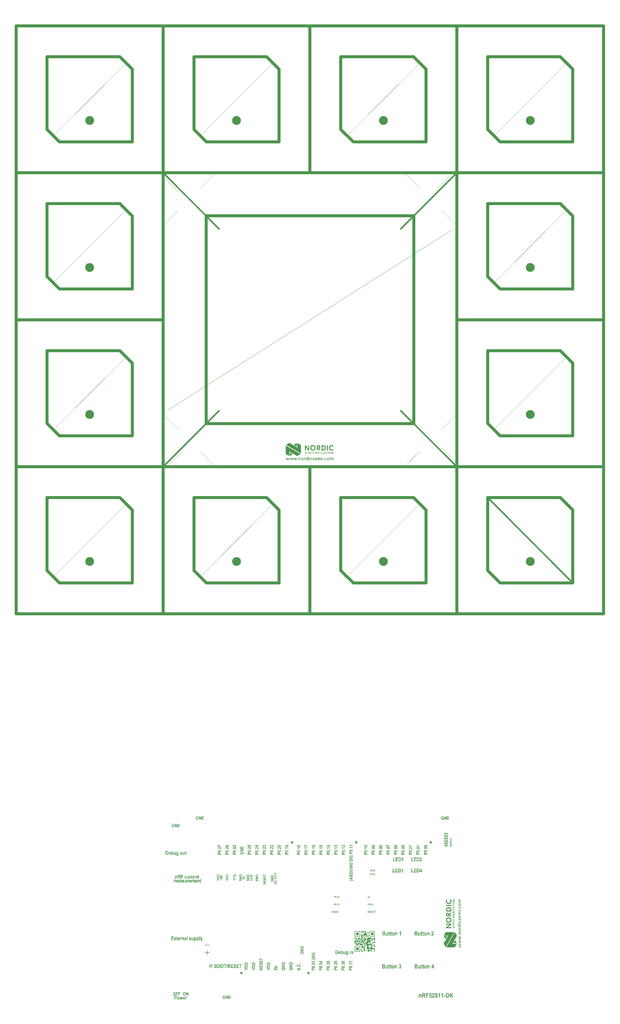
<source format=gbr>
G04*
G04 #@! TF.GenerationSoftware,Altium Limited,Altium Designer,25.0.2 (28)*
G04*
G04 Layer_Color=16711935*
%FSLAX24Y24*%
%MOIN*%
G70*
G04*
G04 #@! TF.SameCoordinates,4B7BC283-7035-4C9F-97D5-5998C8FB6373*
G04*
G04*
G04 #@! TF.FilePolarity,Positive*
G04*
G01*
G75*
%ADD10C,0.0059*%
%ADD11C,0.0039*%
%ADD64C,0.0197*%
%ADD97C,0.0150*%
%ADD98C,0.0394*%
%ADD99C,0.0000*%
%ADD100C,0.0020*%
%ADD101R,0.0772X0.0110*%
%ADD102R,0.0772X0.0110*%
%ADD103R,0.0772X0.0110*%
%ADD104R,0.0330X0.0330*%
%ADD105R,0.0330X0.0331*%
%ADD106R,0.0110X0.0772*%
%ADD107R,0.0110X0.0110*%
%ADD108R,0.0331X0.0330*%
%ADD109R,0.0110X0.0220*%
G36*
X37603Y22383D02*
X37190Y22622D01*
X37603Y22859D01*
Y22383D01*
D02*
G37*
G36*
X42278Y22563D02*
X42296Y22563D01*
X42313Y22562D01*
X42330Y22560D01*
X42344Y22558D01*
X42360Y22555D01*
X42381Y22550D01*
X42400Y22545D01*
X42423Y22538D01*
X42441Y22531D01*
X42459Y22523D01*
X42466Y22519D01*
X42477Y22513D01*
X42490Y22506D01*
X42500Y22500D01*
X42512Y22492D01*
X42521Y22486D01*
X42447Y22374D01*
X42444Y22375D01*
X42430Y22385D01*
X42418Y22392D01*
X42406Y22399D01*
X42390Y22406D01*
X42376Y22412D01*
X42365Y22416D01*
X42349Y22421D01*
X42336Y22424D01*
X42326Y22427D01*
X42315Y22428D01*
X42302Y22430D01*
X42289Y22431D01*
X42280Y22432D01*
X42272Y22432D01*
X42265Y22432D01*
X42253Y22431D01*
X42245Y22431D01*
X42238Y22430D01*
X42226Y22429D01*
X42218Y22427D01*
X42210Y22426D01*
X42198Y22423D01*
X42185Y22419D01*
X42177Y22416D01*
X42168Y22413D01*
X42154Y22407D01*
X42145Y22402D01*
X42134Y22395D01*
X42121Y22387D01*
X42114Y22381D01*
X42104Y22372D01*
X42096Y22365D01*
X42086Y22355D01*
X42076Y22342D01*
X42068Y22331D01*
X42060Y22316D01*
X42054Y22305D01*
X42050Y22295D01*
X42045Y22283D01*
X42043Y22275D01*
X42039Y22263D01*
X42037Y22252D01*
X42035Y22239D01*
X42033Y22226D01*
X42032Y22213D01*
X42032Y22194D01*
X42032Y22176D01*
X42034Y22159D01*
X42037Y22143D01*
X42040Y22129D01*
X42045Y22113D01*
X42049Y22100D01*
X42056Y22085D01*
X42063Y22073D01*
X42073Y22057D01*
X42086Y22040D01*
X42096Y22029D01*
X42105Y22020D01*
X42116Y22012D01*
X42123Y22006D01*
X42130Y22002D01*
X42136Y21998D01*
X42147Y21992D01*
X42157Y21987D01*
X42170Y21981D01*
X42184Y21976D01*
X42196Y21972D01*
X42209Y21969D01*
X42225Y21966D01*
X42244Y21964D01*
X42264Y21963D01*
X42276Y21963D01*
X42295Y21964D01*
X42312Y21966D01*
X42325Y21968D01*
X42339Y21971D01*
X42354Y21975D01*
X42362Y21978D01*
X42374Y21982D01*
X42384Y21986D01*
X42405Y21996D01*
X42424Y22006D01*
X42437Y22014D01*
X42447Y22021D01*
X42521Y21909D01*
X42499Y21894D01*
X42481Y21883D01*
X42464Y21875D01*
X42445Y21866D01*
X42427Y21859D01*
X42408Y21852D01*
X42392Y21847D01*
X42383Y21845D01*
X42368Y21841D01*
X42353Y21838D01*
X42340Y21836D01*
X42326Y21834D01*
X42317Y21833D01*
X42304Y21832D01*
X42293Y21832D01*
X42274Y21831D01*
X42259Y21831D01*
X42243Y21832D01*
X42232Y21833D01*
X42220Y21834D01*
X42209Y21835D01*
X42198Y21837D01*
X42184Y21839D01*
X42173Y21841D01*
X42159Y21845D01*
X42147Y21848D01*
X42135Y21851D01*
X42124Y21855D01*
X42111Y21860D01*
X42099Y21865D01*
X42093Y21868D01*
X42080Y21874D01*
X42073Y21877D01*
X42051Y21890D01*
X42043Y21895D01*
X42034Y21901D01*
X42014Y21917D01*
X42000Y21929D01*
X41983Y21945D01*
X41972Y21958D01*
X41960Y21973D01*
X41952Y21985D01*
X41943Y21999D01*
X41937Y22010D01*
X41931Y22021D01*
X41923Y22038D01*
X41916Y22054D01*
X41912Y22067D01*
X41907Y22080D01*
X41904Y22092D01*
X41900Y22110D01*
X41897Y22126D01*
X41895Y22142D01*
X41893Y22157D01*
X41892Y22167D01*
X41891Y22182D01*
X41891Y22197D01*
X41891Y22212D01*
X41892Y22223D01*
X41893Y22236D01*
X41894Y22251D01*
X41896Y22261D01*
X41899Y22278D01*
X41901Y22289D01*
X41905Y22306D01*
X41911Y22324D01*
X41913Y22331D01*
X41918Y22345D01*
X41921Y22352D01*
X41925Y22360D01*
X41928Y22368D01*
X41933Y22378D01*
X41939Y22388D01*
X41946Y22401D01*
X41958Y22418D01*
X41973Y22437D01*
X41988Y22453D01*
X42002Y22467D01*
X42010Y22475D01*
X42022Y22484D01*
X42031Y22492D01*
X42040Y22498D01*
X42049Y22503D01*
X42056Y22508D01*
X42071Y22516D01*
X42078Y22520D01*
X42091Y22526D01*
X42104Y22532D01*
X42116Y22537D01*
X42129Y22541D01*
X42141Y22545D01*
X42152Y22548D01*
X42170Y22553D01*
X42187Y22556D01*
X42203Y22559D01*
X42220Y22561D01*
X42237Y22562D01*
X42249Y22563D01*
X42266Y22563D01*
X42278Y22563D01*
D02*
G37*
G36*
X39256Y21846D02*
X39137D01*
X38795Y22328D01*
X38795Y21846D01*
X38667D01*
Y22548D01*
X38786D01*
X39128Y22066D01*
Y22548D01*
X39256D01*
Y21846D01*
D02*
G37*
G36*
X41753Y21846D02*
X41623D01*
Y22548D01*
X41753D01*
Y21846D01*
D02*
G37*
G36*
X40528Y22548D02*
X40540Y22547D01*
X40551Y22546D01*
X40567Y22544D01*
X40578Y22542D01*
X40590Y22539D01*
X40598Y22537D01*
X40612Y22533D01*
X40626Y22527D01*
X40638Y22521D01*
X40648Y22515D01*
X40656Y22511D01*
X40663Y22506D01*
X40673Y22498D01*
X40679Y22493D01*
X40687Y22485D01*
X40695Y22476D01*
X40702Y22469D01*
X40711Y22455D01*
X40719Y22443D01*
X40724Y22433D01*
X40727Y22425D01*
X40730Y22417D01*
X40733Y22410D01*
X40735Y22403D01*
X40738Y22393D01*
X40740Y22384D01*
X40741Y22375D01*
X40742Y22370D01*
X40743Y22358D01*
X40744Y22350D01*
X40744Y22342D01*
X40744Y22333D01*
X40744Y22324D01*
X40743Y22310D01*
X40741Y22298D01*
X40739Y22287D01*
X40737Y22277D01*
X40735Y22271D01*
X40733Y22264D01*
X40731Y22257D01*
X40726Y22245D01*
X40722Y22236D01*
X40717Y22226D01*
X40713Y22220D01*
X40707Y22211D01*
X40700Y22202D01*
X40692Y22193D01*
X40687Y22187D01*
X40677Y22178D01*
X40666Y22170D01*
X40658Y22164D01*
X40647Y22157D01*
X40640Y22153D01*
X40631Y22149D01*
X40622Y22145D01*
X40611Y22141D01*
X40603Y22138D01*
X40595Y22136D01*
X40587Y22134D01*
X40580Y22132D01*
X40787Y21846D01*
X40626D01*
X40435Y22126D01*
X40387D01*
Y21846D01*
X40259D01*
Y22548D01*
X40518D01*
X40528Y22548D01*
D02*
G37*
G36*
X41133Y22548D02*
X41148Y22548D01*
X41163Y22547D01*
X41177Y22545D01*
X41192Y22543D01*
X41212Y22540D01*
X41227Y22536D01*
X41237Y22534D01*
X41242Y22533D01*
X41252Y22530D01*
X41262Y22527D01*
X41272Y22523D01*
X41283Y22519D01*
X41293Y22514D01*
X41309Y22507D01*
X41321Y22501D01*
X41327Y22497D01*
X41333Y22493D01*
X41346Y22485D01*
X41353Y22480D01*
X41361Y22474D01*
X41370Y22467D01*
X41380Y22459D01*
X41394Y22445D01*
X41406Y22433D01*
X41415Y22422D01*
X41425Y22409D01*
X41433Y22396D01*
X41440Y22385D01*
X41449Y22368D01*
X41456Y22354D01*
X41461Y22341D01*
X41466Y22329D01*
X41471Y22313D01*
X41474Y22303D01*
X41478Y22289D01*
X41480Y22275D01*
X41483Y22261D01*
X41484Y22248D01*
X41485Y22239D01*
X41486Y22226D01*
X41487Y22217D01*
X41487Y22206D01*
X41487Y22193D01*
X41487Y22181D01*
X41486Y22169D01*
X41486Y22160D01*
X41484Y22147D01*
X41483Y22134D01*
X41481Y22121D01*
X41478Y22107D01*
X41477Y22103D01*
X41474Y22093D01*
X41471Y22083D01*
X41466Y22067D01*
X41462Y22056D01*
X41457Y22044D01*
X41451Y22030D01*
X41447Y22022D01*
X41436Y22004D01*
X41428Y21991D01*
X41418Y21978D01*
X41408Y21965D01*
X41397Y21952D01*
X41382Y21938D01*
X41374Y21931D01*
X41357Y21917D01*
X41342Y21907D01*
X41329Y21899D01*
X41317Y21892D01*
X41305Y21886D01*
X41294Y21881D01*
X41284Y21876D01*
X41273Y21872D01*
X41263Y21868D01*
X41248Y21864D01*
X41233Y21860D01*
X41217Y21856D01*
X41207Y21854D01*
X41196Y21852D01*
X41162Y21848D01*
X41137Y21847D01*
X41122Y21846D01*
X40898D01*
X40898Y22548D01*
X41133Y22548D01*
D02*
G37*
G36*
X39771Y22563D02*
X39791Y22562D01*
X39806Y22560D01*
X39815Y22559D01*
X39831Y22556D01*
X39849Y22552D01*
X39866Y22547D01*
X39894Y22538D01*
X39904Y22534D01*
X39915Y22529D01*
X39926Y22524D01*
X39937Y22518D01*
X39949Y22512D01*
X39962Y22503D01*
X39978Y22493D01*
X39997Y22478D01*
X40013Y22463D01*
X40028Y22448D01*
X40040Y22434D01*
X40056Y22413D01*
X40069Y22392D01*
X40078Y22377D01*
X40084Y22364D01*
X40089Y22353D01*
X40093Y22343D01*
X40097Y22333D01*
X40100Y22324D01*
X40105Y22308D01*
X40107Y22300D01*
X40111Y22285D01*
X40112Y22278D01*
X40115Y22264D01*
X40117Y22251D01*
X40118Y22238D01*
X40119Y22232D01*
X40119Y22220D01*
X40120Y22208D01*
X40120Y22197D01*
X40120Y22185D01*
X40119Y22173D01*
X40119Y22161D01*
X40117Y22149D01*
X40116Y22136D01*
X40113Y22123D01*
X40112Y22116D01*
X40109Y22101D01*
X40107Y22094D01*
X40105Y22086D01*
X40102Y22078D01*
X40100Y22070D01*
X40097Y22061D01*
X40093Y22052D01*
X40089Y22041D01*
X40084Y22030D01*
X40078Y22018D01*
X40070Y22004D01*
X40064Y21994D01*
X40058Y21985D01*
X40048Y21971D01*
X40039Y21959D01*
X40027Y21945D01*
X40014Y21932D01*
X40003Y21922D01*
X39990Y21911D01*
X39976Y21901D01*
X39961Y21890D01*
X39948Y21882D01*
X39936Y21875D01*
X39924Y21869D01*
X39913Y21864D01*
X39903Y21860D01*
X39883Y21853D01*
X39874Y21850D01*
X39864Y21847D01*
X39855Y21844D01*
X39846Y21842D01*
X39838Y21840D01*
X39821Y21837D01*
X39812Y21836D01*
X39796Y21834D01*
X39788Y21833D01*
X39773Y21832D01*
X39758Y21831D01*
X39752Y21831D01*
X39737Y21832D01*
X39729Y21832D01*
X39714Y21833D01*
X39699Y21835D01*
X39691Y21836D01*
X39683Y21837D01*
X39675Y21838D01*
X39667Y21840D01*
X39659Y21842D01*
X39651Y21844D01*
X39642Y21846D01*
X39624Y21852D01*
X39615Y21855D01*
X39605Y21859D01*
X39595Y21863D01*
X39585Y21867D01*
X39574Y21873D01*
X39562Y21879D01*
X39549Y21886D01*
X39535Y21896D01*
X39518Y21909D01*
X39506Y21918D01*
X39490Y21933D01*
X39478Y21945D01*
X39469Y21956D01*
X39461Y21966D01*
X39452Y21978D01*
X39446Y21987D01*
X39435Y22004D01*
X39421Y22029D01*
X39416Y22040D01*
X39412Y22050D01*
X39406Y22068D01*
X39400Y22085D01*
X39397Y22100D01*
X39393Y22114D01*
X39390Y22134D01*
X39387Y22153D01*
X39386Y22166D01*
X39385Y22183D01*
X39385Y22197D01*
X39385Y22210D01*
X39386Y22227D01*
X39387Y22239D01*
X39389Y22258D01*
X39392Y22271D01*
X39394Y22285D01*
X39396Y22292D01*
X39400Y22307D01*
X39404Y22323D01*
X39407Y22331D01*
X39414Y22349D01*
X39419Y22359D01*
X39424Y22370D01*
X39430Y22383D01*
X39439Y22397D01*
X39452Y22416D01*
X39465Y22434D01*
X39481Y22453D01*
X39495Y22467D01*
X39509Y22479D01*
X39529Y22494D01*
X39544Y22505D01*
X39558Y22513D01*
X39570Y22520D01*
X39581Y22526D01*
X39602Y22535D01*
X39622Y22542D01*
X39640Y22548D01*
X39657Y22552D01*
X39674Y22556D01*
X39691Y22559D01*
X39706Y22561D01*
X39722Y22562D01*
X39737Y22563D01*
X39752Y22563D01*
X39771Y22563D01*
D02*
G37*
G36*
X38750Y21666D02*
X38757Y21666D01*
X38765Y21665D01*
X38774Y21664D01*
X38782Y21662D01*
X38789Y21661D01*
X38795Y21659D01*
X38802Y21656D01*
X38811Y21653D01*
X38822Y21648D01*
X38802Y21605D01*
X38797Y21608D01*
X38794Y21609D01*
X38792Y21610D01*
X38789Y21611D01*
X38785Y21613D01*
X38782Y21614D01*
X38779Y21615D01*
X38774Y21616D01*
X38770Y21618D01*
X38767Y21618D01*
X38762Y21619D01*
X38760Y21620D01*
X38756Y21620D01*
X38753Y21621D01*
X38750Y21621D01*
X38746Y21621D01*
X38743Y21621D01*
X38738Y21620D01*
X38736Y21620D01*
X38731Y21619D01*
X38728Y21617D01*
X38726Y21616D01*
X38725Y21615D01*
X38723Y21613D01*
X38722Y21611D01*
X38721Y21609D01*
X38720Y21606D01*
X38720Y21605D01*
X38720Y21603D01*
X38720Y21600D01*
X38720Y21597D01*
X38721Y21593D01*
X38724Y21589D01*
X38727Y21585D01*
X38731Y21582D01*
X38736Y21578D01*
X38762Y21559D01*
X38789Y21541D01*
X38793Y21537D01*
X38797Y21534D01*
X38801Y21531D01*
X38804Y21528D01*
X38806Y21526D01*
X38808Y21524D01*
X38811Y21520D01*
X38814Y21517D01*
X38818Y21512D01*
X38822Y21504D01*
X38825Y21496D01*
X38826Y21493D01*
X38827Y21490D01*
X38827Y21488D01*
X38828Y21484D01*
X38829Y21480D01*
X38829Y21476D01*
X38829Y21473D01*
X38829Y21470D01*
X38829Y21467D01*
X38829Y21463D01*
X38828Y21459D01*
X38828Y21456D01*
X38827Y21452D01*
X38826Y21447D01*
X38825Y21442D01*
X38823Y21439D01*
X38821Y21434D01*
X38817Y21427D01*
X38811Y21420D01*
X38807Y21416D01*
X38805Y21415D01*
X38801Y21412D01*
X38798Y21410D01*
X38793Y21407D01*
X38789Y21405D01*
X38786Y21404D01*
X38782Y21402D01*
X38778Y21401D01*
X38772Y21399D01*
X38765Y21398D01*
X38760Y21397D01*
X38755Y21396D01*
X38748Y21396D01*
X38740Y21396D01*
X38728Y21396D01*
X38720Y21397D01*
X38712Y21398D01*
X38702Y21400D01*
X38695Y21401D01*
X38683Y21405D01*
X38677Y21407D01*
X38673Y21409D01*
X38669Y21411D01*
X38664Y21414D01*
X38659Y21416D01*
X38655Y21418D01*
X38651Y21421D01*
X38672Y21464D01*
X38679Y21460D01*
X38683Y21458D01*
X38689Y21455D01*
X38695Y21452D01*
X38700Y21450D01*
X38706Y21448D01*
X38715Y21445D01*
X38721Y21444D01*
X38726Y21443D01*
X38732Y21442D01*
X38736Y21442D01*
X38740Y21442D01*
X38746Y21442D01*
X38749Y21442D01*
X38753Y21442D01*
X38759Y21444D01*
X38762Y21445D01*
X38766Y21447D01*
X38768Y21448D01*
X38770Y21450D01*
X38773Y21452D01*
X38775Y21454D01*
X38777Y21458D01*
X38777Y21460D01*
X38778Y21464D01*
X38779Y21466D01*
X38778Y21470D01*
X38778Y21473D01*
X38777Y21476D01*
X38777Y21478D01*
X38776Y21480D01*
X38774Y21482D01*
X38772Y21485D01*
X38770Y21488D01*
X38767Y21490D01*
X38764Y21493D01*
X38758Y21498D01*
X38752Y21502D01*
X38710Y21532D01*
X38709Y21533D01*
X38705Y21536D01*
X38701Y21539D01*
X38698Y21542D01*
X38694Y21545D01*
X38689Y21550D01*
X38686Y21553D01*
X38681Y21560D01*
X38679Y21563D01*
X38677Y21567D01*
X38675Y21571D01*
X38671Y21582D01*
X38671Y21584D01*
X38670Y21586D01*
X38670Y21591D01*
X38669Y21596D01*
X38669Y21602D01*
X38669Y21605D01*
X38670Y21610D01*
X38670Y21614D01*
X38671Y21619D01*
X38673Y21624D01*
X38674Y21628D01*
X38676Y21632D01*
X38679Y21637D01*
X38686Y21646D01*
X38688Y21647D01*
X38690Y21649D01*
X38693Y21652D01*
X38698Y21655D01*
X38704Y21658D01*
X38708Y21660D01*
X38712Y21662D01*
X38719Y21664D01*
X38726Y21665D01*
X38733Y21666D01*
X38739Y21666D01*
X38744Y21666D01*
X38750Y21666D01*
D02*
G37*
G36*
X41520Y21667D02*
X41528Y21667D01*
X41538Y21666D01*
X41548Y21664D01*
X41560Y21661D01*
X41571Y21657D01*
X41582Y21652D01*
X41584Y21651D01*
X41592Y21647D01*
X41597Y21644D01*
X41605Y21639D01*
X41577Y21597D01*
X41576Y21598D01*
X41571Y21601D01*
X41567Y21604D01*
X41562Y21606D01*
X41558Y21608D01*
X41554Y21610D01*
X41545Y21613D01*
X41539Y21615D01*
X41527Y21618D01*
X41517Y21619D01*
X41514Y21619D01*
X41507Y21619D01*
X41500Y21618D01*
X41494Y21617D01*
X41488Y21616D01*
X41482Y21615D01*
X41476Y21612D01*
X41469Y21610D01*
X41462Y21605D01*
X41457Y21602D01*
X41451Y21597D01*
X41443Y21590D01*
X41437Y21581D01*
X41433Y21574D01*
X41431Y21570D01*
X41429Y21565D01*
X41427Y21557D01*
X41426Y21552D01*
X41425Y21546D01*
X41424Y21541D01*
X41424Y21535D01*
X41424Y21530D01*
X41424Y21524D01*
X41425Y21517D01*
X41426Y21510D01*
X41428Y21502D01*
X41431Y21494D01*
X41434Y21488D01*
X41439Y21480D01*
X41446Y21471D01*
X41455Y21463D01*
X41462Y21458D01*
X41464Y21457D01*
X41470Y21454D01*
X41475Y21452D01*
X41480Y21450D01*
X41488Y21448D01*
X41492Y21447D01*
X41499Y21446D01*
X41505Y21445D01*
X41514Y21445D01*
X41521Y21445D01*
X41528Y21446D01*
X41540Y21449D01*
X41544Y21450D01*
X41546Y21451D01*
X41553Y21453D01*
X41558Y21455D01*
X41562Y21457D01*
X41568Y21461D01*
X41572Y21463D01*
X41577Y21467D01*
X41605Y21425D01*
X41601Y21423D01*
X41596Y21419D01*
X41586Y21414D01*
X41577Y21410D01*
X41567Y21406D01*
X41556Y21402D01*
X41553Y21401D01*
X41548Y21400D01*
X41541Y21399D01*
X41534Y21398D01*
X41524Y21397D01*
X41517Y21397D01*
X41510Y21396D01*
X41504Y21397D01*
X41497Y21397D01*
X41489Y21398D01*
X41481Y21399D01*
X41475Y21400D01*
X41466Y21403D01*
X41462Y21404D01*
X41455Y21406D01*
X41448Y21409D01*
X41441Y21412D01*
X41434Y21416D01*
X41424Y21422D01*
X41417Y21428D01*
X41412Y21433D01*
X41403Y21442D01*
X41397Y21449D01*
X41391Y21458D01*
X41389Y21463D01*
X41387Y21466D01*
X41385Y21470D01*
X41382Y21476D01*
X41379Y21484D01*
X41377Y21493D01*
X41375Y21501D01*
X41373Y21510D01*
X41373Y21515D01*
X41372Y21523D01*
X41372Y21528D01*
X41372Y21534D01*
X41372Y21539D01*
X41372Y21543D01*
X41373Y21550D01*
X41373Y21556D01*
X41374Y21562D01*
X41376Y21568D01*
X41379Y21579D01*
X41381Y21584D01*
X41383Y21589D01*
X41385Y21595D01*
X41389Y21602D01*
X41392Y21607D01*
X41396Y21613D01*
X41407Y21627D01*
X41416Y21635D01*
X41420Y21638D01*
X41424Y21641D01*
X41430Y21645D01*
X41435Y21648D01*
X41441Y21651D01*
X41446Y21654D01*
X41450Y21656D01*
X41456Y21658D01*
X41462Y21660D01*
X41466Y21661D01*
X41471Y21663D01*
X41477Y21664D01*
X41483Y21665D01*
X41491Y21666D01*
X41500Y21667D01*
X41512Y21667D01*
X41520Y21667D01*
D02*
G37*
G36*
X39870Y21666D02*
X39878Y21666D01*
X39887Y21665D01*
X39897Y21663D01*
X39910Y21660D01*
X39921Y21656D01*
X39932Y21651D01*
X39934Y21650D01*
X39942Y21646D01*
X39947Y21643D01*
X39955Y21638D01*
X39927Y21596D01*
X39925Y21598D01*
X39921Y21600D01*
X39917Y21603D01*
X39912Y21605D01*
X39908Y21607D01*
X39904Y21609D01*
X39895Y21612D01*
X39889Y21614D01*
X39877Y21617D01*
X39867Y21618D01*
X39864Y21618D01*
X39857Y21618D01*
X39850Y21617D01*
X39844Y21616D01*
X39838Y21615D01*
X39832Y21614D01*
X39826Y21612D01*
X39819Y21609D01*
X39812Y21604D01*
X39807Y21601D01*
X39801Y21596D01*
X39793Y21589D01*
X39787Y21580D01*
X39783Y21573D01*
X39781Y21569D01*
X39779Y21564D01*
X39777Y21557D01*
X39776Y21551D01*
X39774Y21545D01*
X39774Y21540D01*
X39774Y21535D01*
X39774Y21529D01*
X39774Y21523D01*
X39775Y21516D01*
X39776Y21510D01*
X39778Y21502D01*
X39781Y21493D01*
X39784Y21488D01*
X39789Y21479D01*
X39796Y21470D01*
X39805Y21462D01*
X39812Y21457D01*
X39814Y21456D01*
X39820Y21453D01*
X39825Y21451D01*
X39830Y21449D01*
X39838Y21447D01*
X39842Y21446D01*
X39849Y21445D01*
X39855Y21444D01*
X39864Y21444D01*
X39871Y21445D01*
X39878Y21445D01*
X39890Y21448D01*
X39894Y21449D01*
X39896Y21450D01*
X39903Y21452D01*
X39908Y21455D01*
X39912Y21457D01*
X39918Y21460D01*
X39922Y21463D01*
X39927Y21466D01*
X39955Y21424D01*
X39951Y21422D01*
X39946Y21418D01*
X39936Y21413D01*
X39927Y21409D01*
X39917Y21405D01*
X39906Y21401D01*
X39903Y21400D01*
X39898Y21399D01*
X39891Y21398D01*
X39884Y21397D01*
X39874Y21396D01*
X39867Y21396D01*
X39860Y21396D01*
X39854Y21396D01*
X39847Y21396D01*
X39839Y21397D01*
X39831Y21398D01*
X39825Y21400D01*
X39816Y21402D01*
X39812Y21403D01*
X39805Y21405D01*
X39798Y21408D01*
X39791Y21411D01*
X39783Y21416D01*
X39774Y21422D01*
X39767Y21427D01*
X39762Y21432D01*
X39753Y21441D01*
X39747Y21448D01*
X39741Y21457D01*
X39738Y21462D01*
X39736Y21465D01*
X39735Y21469D01*
X39732Y21475D01*
X39729Y21483D01*
X39726Y21492D01*
X39724Y21501D01*
X39723Y21509D01*
X39722Y21514D01*
X39722Y21522D01*
X39722Y21527D01*
X39722Y21533D01*
X39722Y21538D01*
X39722Y21542D01*
X39723Y21549D01*
X39723Y21555D01*
X39724Y21561D01*
X39726Y21567D01*
X39729Y21578D01*
X39730Y21583D01*
X39733Y21588D01*
X39735Y21594D01*
X39739Y21602D01*
X39742Y21606D01*
X39746Y21613D01*
X39757Y21626D01*
X39766Y21634D01*
X39770Y21637D01*
X39773Y21640D01*
X39780Y21644D01*
X39785Y21648D01*
X39791Y21650D01*
X39796Y21653D01*
X39800Y21655D01*
X39806Y21657D01*
X39812Y21659D01*
X39816Y21660D01*
X39821Y21662D01*
X39827Y21663D01*
X39833Y21664D01*
X39841Y21665D01*
X39850Y21666D01*
X39862Y21667D01*
X39870Y21666D01*
D02*
G37*
G36*
X39472Y21401D02*
X39424D01*
X39399Y21569D01*
X39348Y21440D01*
X39314D01*
X39264Y21569D01*
X39238Y21401D01*
X39190D01*
X39237Y21661D01*
X39272D01*
X39331Y21514D01*
X39390Y21661D01*
X39425D01*
X39472Y21401D01*
D02*
G37*
G36*
X40624Y21401D02*
X40580D01*
X40454Y21579D01*
Y21401D01*
X40406D01*
Y21661D01*
X40450D01*
X40577Y21482D01*
Y21661D01*
X40624D01*
Y21401D01*
D02*
G37*
G36*
X36609Y22864D02*
X36615Y22863D01*
X36622Y22862D01*
X36630Y22860D01*
X36636Y22858D01*
X36645Y22854D01*
X36654Y22849D01*
X37674Y22259D01*
Y22861D01*
X37682Y22858D01*
X37691Y22855D01*
X37696Y22852D01*
X38083Y22628D01*
X38089Y22624D01*
X38099Y22617D01*
X38107Y22610D01*
X38119Y22596D01*
X38126Y22584D01*
X38133Y22571D01*
X38137Y22559D01*
X38139Y22549D01*
X38140Y22540D01*
X38140Y22530D01*
Y21444D01*
X36140Y22599D01*
X36142Y22602D01*
X36148Y22608D01*
X36153Y22613D01*
X36158Y22618D01*
X36166Y22623D01*
X36175Y22629D01*
X36553Y22849D01*
X36560Y22852D01*
X36566Y22855D01*
X36571Y22857D01*
X36580Y22860D01*
X36586Y22862D01*
X36593Y22863D01*
X36597Y22864D01*
X36602Y22864D01*
X36609Y22864D01*
D02*
G37*
G36*
X42419Y21661D02*
X42424Y21661D01*
X42431Y21660D01*
X42441Y21657D01*
X42450Y21654D01*
X42457Y21650D01*
X42465Y21645D01*
X42469Y21641D01*
X42477Y21633D01*
X42481Y21627D01*
X42485Y21621D01*
X42487Y21616D01*
X42489Y21611D01*
X42492Y21600D01*
X42493Y21595D01*
X42493Y21586D01*
X42493Y21581D01*
X42493Y21576D01*
X42492Y21570D01*
X42491Y21565D01*
X42490Y21559D01*
X42487Y21551D01*
X42485Y21546D01*
X42482Y21540D01*
X42475Y21532D01*
X42468Y21525D01*
X42463Y21520D01*
X42456Y21516D01*
X42446Y21512D01*
X42438Y21509D01*
X42432Y21508D01*
X42509Y21402D01*
X42450D01*
X42379Y21506D01*
X42361D01*
Y21402D01*
X42314D01*
Y21662D01*
X42409D01*
X42419Y21661D01*
D02*
G37*
G36*
X40833Y21662D02*
X40840Y21661D01*
X40849Y21660D01*
X40854Y21659D01*
X40860Y21658D01*
X40866Y21657D01*
X40873Y21655D01*
X40878Y21653D01*
X40882Y21652D01*
X40892Y21647D01*
X40898Y21644D01*
X40903Y21641D01*
X40910Y21637D01*
X40917Y21632D01*
X40920Y21629D01*
X40926Y21623D01*
X40935Y21614D01*
X40940Y21606D01*
X40946Y21595D01*
X40948Y21590D01*
X40951Y21583D01*
X40953Y21577D01*
X40955Y21571D01*
X40957Y21564D01*
X40958Y21559D01*
X40959Y21549D01*
X40960Y21543D01*
X40960Y21534D01*
X40960Y21527D01*
X40960Y21520D01*
X40959Y21513D01*
X40958Y21505D01*
X40957Y21500D01*
X40954Y21490D01*
X40951Y21480D01*
X40948Y21473D01*
X40945Y21467D01*
X40941Y21460D01*
X40938Y21456D01*
X40928Y21443D01*
X40918Y21433D01*
X40906Y21424D01*
X40893Y21417D01*
X40883Y21412D01*
X40871Y21408D01*
X40862Y21406D01*
X40853Y21404D01*
X40849Y21404D01*
X40838Y21402D01*
X40825Y21402D01*
X40742D01*
Y21662D01*
X40825D01*
X40833Y21662D01*
D02*
G37*
G36*
X41871Y21617D02*
X41801D01*
Y21402D01*
X41753D01*
Y21617D01*
X41682D01*
X41682Y21662D01*
X41871D01*
Y21617D01*
D02*
G37*
G36*
X39625Y21401D02*
X39576D01*
Y21661D01*
X39625D01*
Y21401D01*
D02*
G37*
G36*
X39087Y21616D02*
X38980D01*
Y21564D01*
X39078D01*
Y21521D01*
X38980D01*
Y21446D01*
X39089D01*
X39089Y21401D01*
X38933D01*
Y21661D01*
X39087D01*
X39087Y21616D01*
D02*
G37*
G36*
X41109Y21507D02*
X41109Y21506D01*
X41110Y21497D01*
X41111Y21489D01*
X41113Y21482D01*
X41116Y21476D01*
X41119Y21470D01*
X41122Y21465D01*
X41126Y21461D01*
X41135Y21454D01*
X41140Y21451D01*
X41147Y21449D01*
X41154Y21447D01*
X41159Y21446D01*
X41165Y21446D01*
X41172Y21446D01*
X41177Y21447D01*
X41183Y21448D01*
X41190Y21450D01*
X41196Y21453D01*
X41200Y21456D01*
X41208Y21463D01*
X41213Y21469D01*
X41216Y21475D01*
X41219Y21482D01*
X41221Y21488D01*
X41222Y21494D01*
X41223Y21503D01*
X41223Y21507D01*
Y21662D01*
X41273D01*
Y21504D01*
X41273Y21498D01*
X41273Y21492D01*
X41272Y21485D01*
X41270Y21476D01*
X41268Y21468D01*
X41267Y21462D01*
X41264Y21455D01*
X41261Y21448D01*
X41256Y21440D01*
X41252Y21434D01*
X41247Y21428D01*
X41236Y21418D01*
X41231Y21414D01*
X41226Y21411D01*
X41220Y21408D01*
X41216Y21406D01*
X41209Y21403D01*
X41201Y21401D01*
X41195Y21400D01*
X41187Y21398D01*
X41181Y21397D01*
X41174Y21397D01*
X41167Y21397D01*
X41157Y21397D01*
X41150Y21398D01*
X41143Y21399D01*
X41136Y21400D01*
X41130Y21401D01*
X41123Y21403D01*
X41117Y21406D01*
X41109Y21410D01*
X41102Y21414D01*
X41092Y21421D01*
X41081Y21432D01*
X41075Y21441D01*
X41073Y21445D01*
X41070Y21451D01*
X41067Y21457D01*
X41064Y21465D01*
X41063Y21472D01*
X41061Y21482D01*
X41060Y21490D01*
X41059Y21497D01*
X41059Y21504D01*
Y21662D01*
X41109Y21662D01*
Y21507D01*
D02*
G37*
G36*
X42089Y21667D02*
X42098Y21667D01*
X42103Y21666D01*
X42110Y21665D01*
X42116Y21663D01*
X42122Y21662D01*
X42129Y21659D01*
X42140Y21655D01*
X42149Y21651D01*
X42153Y21648D01*
X42158Y21645D01*
X42164Y21641D01*
X42171Y21636D01*
X42175Y21632D01*
X42179Y21628D01*
X42187Y21619D01*
X42191Y21615D01*
X42194Y21609D01*
X42198Y21604D01*
X42201Y21598D01*
X42205Y21590D01*
X42208Y21583D01*
X42210Y21576D01*
X42212Y21570D01*
X42213Y21565D01*
X42214Y21559D01*
X42215Y21550D01*
X42216Y21541D01*
X42216Y21530D01*
X42215Y21514D01*
X42214Y21502D01*
X42212Y21497D01*
X42210Y21488D01*
X42208Y21481D01*
X42205Y21474D01*
X42201Y21466D01*
X42198Y21460D01*
X42194Y21454D01*
X42189Y21448D01*
X42185Y21442D01*
X42179Y21436D01*
X42173Y21430D01*
X42163Y21422D01*
X42158Y21418D01*
X42153Y21415D01*
X42144Y21411D01*
X42136Y21407D01*
X42129Y21404D01*
X42122Y21402D01*
X42115Y21401D01*
X42106Y21399D01*
X42100Y21398D01*
X42091Y21397D01*
X42085Y21397D01*
X42072Y21397D01*
X42066Y21397D01*
X42061Y21398D01*
X42052Y21399D01*
X42042Y21401D01*
X42036Y21403D01*
X42026Y21407D01*
X42018Y21410D01*
X42010Y21414D01*
X42005Y21417D01*
X42000Y21421D01*
X41993Y21425D01*
X41987Y21430D01*
X41982Y21436D01*
X41977Y21440D01*
X41971Y21448D01*
X41967Y21454D01*
X41963Y21460D01*
X41958Y21470D01*
X41955Y21477D01*
X41952Y21484D01*
X41950Y21490D01*
X41948Y21498D01*
X41947Y21506D01*
X41946Y21513D01*
X41944Y21531D01*
X41944Y21537D01*
X41945Y21545D01*
X41946Y21557D01*
X41948Y21567D01*
X41951Y21576D01*
X41953Y21582D01*
X41957Y21592D01*
X41961Y21601D01*
X41964Y21606D01*
X41969Y21613D01*
X41974Y21620D01*
X41983Y21629D01*
X41988Y21635D01*
X41993Y21639D01*
X41998Y21642D01*
X42003Y21646D01*
X42008Y21649D01*
X42013Y21651D01*
X42025Y21657D01*
X42032Y21660D01*
X42042Y21663D01*
X42048Y21664D01*
X42054Y21665D01*
X42063Y21667D01*
X42069Y21667D01*
X42077Y21667D01*
X42083D01*
X42089Y21667D01*
D02*
G37*
G36*
X40179Y21666D02*
X40188Y21666D01*
X40194Y21665D01*
X40200Y21664D01*
X40206Y21662D01*
X40212Y21661D01*
X40219Y21658D01*
X40231Y21654D01*
X40239Y21650D01*
X40243Y21647D01*
X40248Y21644D01*
X40254Y21640D01*
X40261Y21635D01*
X40265Y21631D01*
X40269Y21627D01*
X40277Y21618D01*
X40281Y21614D01*
X40284Y21609D01*
X40288Y21603D01*
X40291Y21598D01*
X40295Y21589D01*
X40298Y21582D01*
X40300Y21575D01*
X40302Y21569D01*
X40303Y21564D01*
X40304Y21558D01*
X40306Y21549D01*
X40306Y21540D01*
X40306Y21529D01*
X40306Y21513D01*
X40304Y21501D01*
X40302Y21496D01*
X40300Y21487D01*
X40298Y21481D01*
X40295Y21473D01*
X40291Y21465D01*
X40288Y21459D01*
X40284Y21453D01*
X40279Y21447D01*
X40275Y21441D01*
X40269Y21435D01*
X40263Y21429D01*
X40253Y21421D01*
X40248Y21417D01*
X40243Y21414D01*
X40234Y21410D01*
X40226Y21406D01*
X40219Y21403D01*
X40212Y21401D01*
X40205Y21400D01*
X40196Y21398D01*
X40190Y21397D01*
X40181Y21396D01*
X40175Y21396D01*
X40162Y21396D01*
X40156Y21396D01*
X40151Y21397D01*
X40142Y21398D01*
X40133Y21400D01*
X40126Y21402D01*
X40116Y21406D01*
X40108Y21409D01*
X40100Y21413D01*
X40095Y21416D01*
X40090Y21420D01*
X40083Y21425D01*
X40077Y21429D01*
X40072Y21435D01*
X40067Y21439D01*
X40061Y21447D01*
X40057Y21453D01*
X40053Y21459D01*
X40048Y21469D01*
X40045Y21477D01*
X40042Y21483D01*
X40040Y21489D01*
X40038Y21498D01*
X40037Y21505D01*
X40036Y21512D01*
X40034Y21530D01*
X40035Y21536D01*
X40035Y21544D01*
X40036Y21556D01*
X40038Y21566D01*
X40041Y21575D01*
X40043Y21581D01*
X40047Y21591D01*
X40051Y21600D01*
X40054Y21605D01*
X40059Y21612D01*
X40064Y21619D01*
X40073Y21628D01*
X40078Y21634D01*
X40083Y21638D01*
X40088Y21641D01*
X40093Y21645D01*
X40098Y21648D01*
X40103Y21650D01*
X40115Y21656D01*
X40122Y21659D01*
X40132Y21662D01*
X40138Y21663D01*
X40144Y21664D01*
X40153Y21666D01*
X40159Y21666D01*
X40167Y21666D01*
X40173D01*
X40179Y21666D01*
D02*
G37*
G36*
X37067Y21350D02*
X36654Y21111D01*
X36654Y21589D01*
X37067Y21350D01*
D02*
G37*
G36*
X38122Y21372D02*
X37678Y21111D01*
X37673Y21109D01*
X37670Y21107D01*
X37667Y21106D01*
X37663Y21104D01*
X37659Y21103D01*
X37656Y21102D01*
X37654Y21102D01*
X37651Y21102D01*
X37647Y21102D01*
X37645Y21102D01*
X37641Y21104D01*
X37637Y21105D01*
X37634Y21107D01*
X37632Y21108D01*
X36583Y21712D01*
X36583Y21109D01*
X36148Y21363D01*
X36139Y21369D01*
X36133Y21374D01*
X36129Y21380D01*
X36124Y21387D01*
X36121Y21395D01*
X36119Y21402D01*
X36117Y21410D01*
X36117Y21416D01*
X36117Y22529D01*
X38122Y21372D01*
D02*
G37*
G36*
X41069Y20916D02*
X40992D01*
Y20984D01*
X41069D01*
Y20916D01*
D02*
G37*
G36*
X39306D02*
X39229D01*
Y20984D01*
X39306D01*
Y20916D01*
D02*
G37*
G36*
X37987Y20875D02*
X37995Y20874D01*
X38002Y20873D01*
X38009Y20871D01*
X38019Y20868D01*
X38024Y20866D01*
X38029Y20864D01*
X38036Y20861D01*
X38041Y20857D01*
X38046Y20854D01*
X38052Y20849D01*
X38057Y20843D01*
X38060Y20840D01*
X38065Y20834D01*
X38067Y20831D01*
X38072Y20823D01*
X38074Y20818D01*
X38078Y20810D01*
X38080Y20806D01*
X38081Y20801D01*
X38083Y20794D01*
X38085Y20786D01*
X38086Y20780D01*
X38087Y20773D01*
X38087Y20766D01*
X38087Y20757D01*
X38087Y20557D01*
X38016D01*
X38016Y20734D01*
X38016Y20738D01*
X38016Y20742D01*
X38015Y20747D01*
X38015Y20750D01*
X38014Y20755D01*
X38013Y20759D01*
X38012Y20763D01*
X38011Y20769D01*
X38009Y20773D01*
X38007Y20778D01*
X38005Y20780D01*
X38002Y20785D01*
X37999Y20789D01*
X37996Y20793D01*
X37991Y20797D01*
X37986Y20800D01*
X37985Y20801D01*
X37982Y20803D01*
X37977Y20805D01*
X37973Y20807D01*
X37966Y20808D01*
X37962Y20809D01*
X37956Y20810D01*
X37950Y20810D01*
X37945Y20810D01*
X37937Y20809D01*
X37934Y20809D01*
X37929Y20807D01*
X37923Y20806D01*
X37919Y20804D01*
X37914Y20802D01*
X37909Y20798D01*
X37903Y20794D01*
X37899Y20790D01*
X37895Y20785D01*
X37891Y20780D01*
X37887Y20773D01*
X37885Y20767D01*
X37883Y20760D01*
X37881Y20752D01*
X37880Y20745D01*
X37879Y20740D01*
X37879Y20734D01*
X37879Y20557D01*
X37807D01*
X37807Y20868D01*
X37879D01*
Y20821D01*
X37880Y20823D01*
X37883Y20826D01*
X37885Y20830D01*
X37889Y20834D01*
X37892Y20837D01*
X37896Y20841D01*
X37900Y20845D01*
X37904Y20849D01*
X37907Y20852D01*
X37910Y20854D01*
X37916Y20858D01*
X37922Y20862D01*
X37926Y20864D01*
X37931Y20866D01*
X37938Y20869D01*
X37944Y20871D01*
X37951Y20872D01*
X37957Y20873D01*
X37963Y20874D01*
X37973Y20875D01*
X37979Y20875D01*
X37987Y20875D01*
D02*
G37*
G36*
X40793Y20875D02*
X40799Y20875D01*
X40803Y20874D01*
X40807Y20874D01*
X40813Y20873D01*
X40817Y20872D01*
X40823Y20870D01*
X40827Y20869D01*
X40832Y20867D01*
X40838Y20865D01*
X40842Y20862D01*
X40846Y20860D01*
X40851Y20857D01*
X40854Y20855D01*
X40860Y20850D01*
X40864Y20847D01*
X40868Y20843D01*
X40870Y20841D01*
X40872Y20837D01*
X40876Y20832D01*
X40877Y20830D01*
X40880Y20826D01*
X40883Y20818D01*
X40886Y20813D01*
X40889Y20805D01*
X40891Y20799D01*
X40892Y20794D01*
X40893Y20787D01*
X40894Y20780D01*
X40895Y20773D01*
X40896Y20765D01*
X40896Y20756D01*
Y20557D01*
X40824D01*
X40824Y20734D01*
X40824Y20739D01*
X40824Y20744D01*
X40823Y20750D01*
X40823Y20755D01*
X40822Y20760D01*
X40820Y20766D01*
X40819Y20771D01*
X40817Y20776D01*
X40815Y20780D01*
X40812Y20785D01*
X40809Y20788D01*
X40806Y20792D01*
X40802Y20796D01*
X40799Y20799D01*
X40795Y20801D01*
X40791Y20804D01*
X40787Y20806D01*
X40781Y20807D01*
X40777Y20809D01*
X40772Y20809D01*
X40766Y20810D01*
X40761Y20810D01*
X40754Y20810D01*
X40750Y20809D01*
X40745Y20808D01*
X40739Y20807D01*
X40734Y20805D01*
X40729Y20803D01*
X40725Y20800D01*
X40719Y20796D01*
X40716Y20793D01*
X40713Y20790D01*
X40711Y20788D01*
X40709Y20785D01*
X40706Y20781D01*
X40704Y20776D01*
X40702Y20772D01*
X40700Y20767D01*
X40698Y20763D01*
X40697Y20759D01*
X40696Y20752D01*
X40695Y20747D01*
X40695Y20740D01*
X40694Y20733D01*
Y20557D01*
X40623D01*
X40623Y20736D01*
X40623Y20740D01*
X40622Y20746D01*
X40622Y20751D01*
X40621Y20757D01*
X40619Y20764D01*
X40618Y20770D01*
X40616Y20774D01*
X40614Y20778D01*
X40612Y20782D01*
X40609Y20786D01*
X40607Y20790D01*
X40603Y20794D01*
X40600Y20797D01*
X40597Y20799D01*
X40593Y20802D01*
X40590Y20803D01*
X40585Y20805D01*
X40581Y20807D01*
X40575Y20809D01*
X40570Y20809D01*
X40565Y20810D01*
X40560Y20810D01*
X40555Y20810D01*
X40550Y20809D01*
X40545Y20809D01*
X40541Y20807D01*
X40537Y20806D01*
X40532Y20804D01*
X40527Y20802D01*
X40524Y20800D01*
X40519Y20797D01*
X40516Y20794D01*
X40514Y20792D01*
X40511Y20789D01*
X40508Y20784D01*
X40505Y20780D01*
X40502Y20775D01*
X40500Y20770D01*
X40498Y20765D01*
X40496Y20760D01*
X40495Y20756D01*
X40495Y20753D01*
X40494Y20749D01*
X40494Y20745D01*
X40493Y20739D01*
X40493Y20733D01*
Y20557D01*
X40422D01*
Y20868D01*
X40493Y20868D01*
X40493Y20821D01*
X40496Y20825D01*
X40500Y20830D01*
X40502Y20833D01*
X40507Y20838D01*
X40511Y20843D01*
X40515Y20847D01*
X40521Y20852D01*
X40525Y20855D01*
X40530Y20859D01*
X40535Y20861D01*
X40539Y20864D01*
X40544Y20866D01*
X40548Y20868D01*
X40553Y20870D01*
X40562Y20872D01*
X40567Y20873D01*
X40575Y20874D01*
X40582Y20875D01*
X40589Y20875D01*
X40597Y20875D01*
X40601Y20874D01*
X40608Y20874D01*
X40614Y20872D01*
X40622Y20870D01*
X40625Y20869D01*
X40630Y20868D01*
X40634Y20866D01*
X40642Y20862D01*
X40647Y20859D01*
X40653Y20855D01*
X40657Y20852D01*
X40663Y20846D01*
X40668Y20841D01*
X40672Y20835D01*
X40675Y20831D01*
X40679Y20825D01*
X40681Y20820D01*
X40684Y20823D01*
X40688Y20828D01*
X40692Y20833D01*
X40696Y20837D01*
X40700Y20841D01*
X40704Y20845D01*
X40709Y20849D01*
X40713Y20852D01*
X40720Y20856D01*
X40724Y20859D01*
X40727Y20861D01*
X40732Y20863D01*
X40737Y20865D01*
X40745Y20869D01*
X40749Y20870D01*
X40758Y20872D01*
X40763Y20873D01*
X40768Y20874D01*
X40772Y20874D01*
X40777Y20875D01*
X40786Y20875D01*
X40793Y20875D01*
D02*
G37*
G36*
X42430D02*
X42436Y20875D01*
X42440Y20874D01*
X42444Y20874D01*
X42450Y20873D01*
X42454Y20872D01*
X42460Y20870D01*
X42464Y20869D01*
X42469Y20867D01*
X42475Y20865D01*
X42480Y20862D01*
X42483Y20860D01*
X42488Y20857D01*
X42491Y20855D01*
X42497Y20850D01*
X42501Y20847D01*
X42505Y20843D01*
X42507Y20841D01*
X42510Y20837D01*
X42513Y20832D01*
X42515Y20830D01*
X42517Y20826D01*
X42521Y20818D01*
X42523Y20813D01*
X42526Y20805D01*
X42528Y20799D01*
X42529Y20794D01*
X42530Y20787D01*
X42531Y20780D01*
X42532Y20773D01*
X42533Y20765D01*
X42533Y20756D01*
Y20557D01*
X42461D01*
Y20734D01*
X42461Y20739D01*
X42461Y20744D01*
X42460Y20750D01*
X42460Y20755D01*
X42459Y20760D01*
X42457Y20766D01*
X42456Y20771D01*
X42454Y20776D01*
X42452Y20780D01*
X42449Y20785D01*
X42447Y20788D01*
X42443Y20792D01*
X42439Y20796D01*
X42436Y20799D01*
X42432Y20801D01*
X42428Y20804D01*
X42424Y20806D01*
X42418Y20807D01*
X42414Y20809D01*
X42409Y20809D01*
X42403Y20810D01*
X42398Y20810D01*
X42391Y20810D01*
X42387Y20809D01*
X42382Y20808D01*
X42376Y20807D01*
X42371Y20805D01*
X42367Y20803D01*
X42362Y20800D01*
X42356Y20796D01*
X42353Y20793D01*
X42350Y20790D01*
X42348Y20788D01*
X42346Y20785D01*
X42344Y20781D01*
X42341Y20776D01*
X42339Y20772D01*
X42337Y20767D01*
X42335Y20763D01*
X42334Y20759D01*
X42333Y20752D01*
X42332Y20747D01*
X42332Y20740D01*
X42331Y20733D01*
Y20557D01*
X42260D01*
X42260Y20736D01*
X42260Y20740D01*
X42260Y20746D01*
X42259Y20751D01*
X42258Y20757D01*
X42256Y20764D01*
X42255Y20770D01*
X42253Y20774D01*
X42251Y20778D01*
X42249Y20782D01*
X42247Y20786D01*
X42244Y20790D01*
X42240Y20794D01*
X42237Y20797D01*
X42234Y20799D01*
X42230Y20802D01*
X42227Y20803D01*
X42222Y20805D01*
X42218Y20807D01*
X42212Y20809D01*
X42207Y20809D01*
X42202Y20810D01*
X42197Y20810D01*
X42192Y20810D01*
X42187Y20809D01*
X42182Y20809D01*
X42178Y20807D01*
X42174Y20806D01*
X42169Y20804D01*
X42164Y20802D01*
X42161Y20800D01*
X42157Y20797D01*
X42153Y20794D01*
X42151Y20792D01*
X42148Y20789D01*
X42145Y20784D01*
X42142Y20780D01*
X42139Y20775D01*
X42137Y20770D01*
X42135Y20765D01*
X42134Y20760D01*
X42132Y20756D01*
X42132Y20753D01*
X42131Y20749D01*
X42131Y20745D01*
X42130Y20739D01*
X42130Y20733D01*
Y20557D01*
X42059D01*
Y20868D01*
X42130Y20868D01*
Y20821D01*
X42133Y20825D01*
X42137Y20830D01*
X42140Y20833D01*
X42144Y20838D01*
X42148Y20843D01*
X42153Y20847D01*
X42158Y20852D01*
X42162Y20855D01*
X42167Y20859D01*
X42172Y20861D01*
X42176Y20864D01*
X42181Y20866D01*
X42185Y20868D01*
X42190Y20870D01*
X42199Y20872D01*
X42205Y20873D01*
X42212Y20874D01*
X42219Y20875D01*
X42227Y20875D01*
X42234Y20875D01*
X42238Y20874D01*
X42245Y20874D01*
X42251Y20872D01*
X42259Y20870D01*
X42262Y20869D01*
X42267Y20868D01*
X42271Y20866D01*
X42279Y20862D01*
X42284Y20859D01*
X42290Y20855D01*
X42294Y20852D01*
X42300Y20846D01*
X42305Y20841D01*
X42309Y20835D01*
X42312Y20831D01*
X42316Y20825D01*
X42318Y20820D01*
X42321Y20823D01*
X42325Y20828D01*
X42329Y20833D01*
X42333Y20837D01*
X42337Y20841D01*
X42341Y20845D01*
X42347Y20849D01*
X42350Y20852D01*
X42357Y20856D01*
X42361Y20859D01*
X42364Y20861D01*
X42369Y20863D01*
X42374Y20865D01*
X42382Y20869D01*
X42386Y20870D01*
X42395Y20872D01*
X42400Y20873D01*
X42405Y20874D01*
X42409Y20874D01*
X42415Y20875D01*
X42423Y20875D01*
X42430Y20875D01*
D02*
G37*
G36*
X39129Y20710D02*
X39059Y20710D01*
X39059Y20718D01*
X39059Y20725D01*
X39058Y20730D01*
X39057Y20738D01*
X39055Y20744D01*
X39052Y20752D01*
X39050Y20757D01*
X39048Y20762D01*
X39045Y20768D01*
X39042Y20773D01*
X39037Y20780D01*
X39031Y20787D01*
X39027Y20790D01*
X39023Y20794D01*
X39017Y20798D01*
X39011Y20802D01*
X39002Y20806D01*
X38995Y20809D01*
X38988Y20811D01*
X38982Y20812D01*
X38974Y20813D01*
X38964Y20813D01*
X38959Y20812D01*
X38953Y20812D01*
X38947Y20810D01*
X38939Y20808D01*
X38931Y20805D01*
X38925Y20802D01*
X38918Y20797D01*
X38912Y20792D01*
X38906Y20786D01*
X38901Y20781D01*
X38897Y20777D01*
X38893Y20769D01*
X38889Y20762D01*
X38885Y20753D01*
X38883Y20745D01*
X38881Y20738D01*
X38880Y20733D01*
X38879Y20723D01*
X38879Y20716D01*
X38879Y20707D01*
X38880Y20699D01*
X38881Y20692D01*
X38882Y20685D01*
X38884Y20678D01*
X38887Y20670D01*
X38890Y20662D01*
X38893Y20657D01*
X38896Y20652D01*
X38899Y20647D01*
X38904Y20642D01*
X38909Y20636D01*
X38915Y20631D01*
X38920Y20627D01*
X38927Y20623D01*
X38935Y20619D01*
X38940Y20617D01*
X38945Y20616D01*
X38951Y20614D01*
X38959Y20613D01*
X38964Y20612D01*
X38972Y20612D01*
X38979Y20613D01*
X38987Y20614D01*
X38993Y20616D01*
X39001Y20619D01*
X39007Y20622D01*
X39013Y20625D01*
X39018Y20628D01*
X39023Y20631D01*
X39028Y20636D01*
X39034Y20642D01*
X39039Y20649D01*
X39044Y20655D01*
X39047Y20661D01*
X39050Y20667D01*
X39053Y20675D01*
X39055Y20680D01*
X39056Y20686D01*
X39058Y20693D01*
X39058Y20699D01*
X39059Y20705D01*
X39059Y20710D01*
X39129Y20710D01*
X39129Y20557D01*
X39058D01*
Y20609D01*
X39050Y20599D01*
X39047Y20594D01*
X39040Y20587D01*
X39036Y20583D01*
X39032Y20580D01*
X39022Y20572D01*
X39015Y20567D01*
X39010Y20564D01*
X39005Y20562D01*
X38995Y20558D01*
X38988Y20555D01*
X38983Y20554D01*
X38975Y20552D01*
X38969Y20551D01*
X38963Y20551D01*
X38958Y20550D01*
X38949Y20550D01*
X38940Y20551D01*
X38929Y20552D01*
X38924Y20553D01*
X38917Y20555D01*
X38911Y20556D01*
X38903Y20559D01*
X38899Y20561D01*
X38890Y20565D01*
X38885Y20567D01*
X38880Y20570D01*
X38875Y20573D01*
X38870Y20577D01*
X38864Y20581D01*
X38859Y20586D01*
X38855Y20589D01*
X38849Y20595D01*
X38846Y20599D01*
X38841Y20605D01*
X38837Y20609D01*
X38835Y20614D01*
X38831Y20620D01*
X38826Y20629D01*
X38823Y20635D01*
X38820Y20641D01*
X38816Y20651D01*
X38814Y20660D01*
X38811Y20670D01*
X38810Y20677D01*
X38808Y20688D01*
X38808Y20697D01*
X38807Y20705D01*
X38807Y20713D01*
X38807Y20720D01*
X38807Y20728D01*
X38808Y20734D01*
X38808Y20739D01*
X38810Y20750D01*
X38812Y20758D01*
X38815Y20770D01*
X38817Y20776D01*
X38819Y20783D01*
X38822Y20788D01*
X38824Y20794D01*
X38827Y20800D01*
X38831Y20807D01*
X38836Y20814D01*
X38839Y20818D01*
X38842Y20822D01*
X38846Y20827D01*
X38850Y20832D01*
X38854Y20835D01*
X38860Y20841D01*
X38865Y20845D01*
X38873Y20851D01*
X38881Y20856D01*
X38887Y20859D01*
X38895Y20863D01*
X38904Y20867D01*
X38909Y20868D01*
X38914Y20870D01*
X38924Y20872D01*
X38931Y20873D01*
X38937Y20874D01*
X38948Y20875D01*
X38958Y20875D01*
X38967Y20874D01*
X38973Y20873D01*
X38978Y20873D01*
X38984Y20871D01*
X38989Y20870D01*
X39000Y20866D01*
X39006Y20864D01*
X39015Y20859D01*
X39023Y20854D01*
X39029Y20850D01*
X39034Y20846D01*
X39039Y20842D01*
X39043Y20838D01*
X39047Y20833D01*
X39052Y20827D01*
X39058Y20820D01*
Y20988D01*
X39129D01*
X39129Y20710D01*
D02*
G37*
G36*
X38761Y20874D02*
Y20799D01*
X38746Y20798D01*
X38738Y20798D01*
X38732Y20797D01*
X38726Y20795D01*
X38719Y20793D01*
X38711Y20790D01*
X38704Y20787D01*
X38696Y20782D01*
X38688Y20776D01*
X38680Y20768D01*
X38675Y20761D01*
X38670Y20755D01*
X38666Y20747D01*
X38663Y20741D01*
X38660Y20734D01*
X38656Y20721D01*
X38654Y20714D01*
X38652Y20703D01*
X38651Y20691D01*
X38651Y20684D01*
X38651Y20675D01*
Y20557D01*
X38579D01*
Y20868D01*
X38651D01*
X38652Y20802D01*
X38655Y20807D01*
X38658Y20814D01*
X38663Y20823D01*
X38668Y20830D01*
X38672Y20835D01*
X38677Y20841D01*
X38683Y20847D01*
X38690Y20853D01*
X38695Y20857D01*
X38701Y20861D01*
X38709Y20864D01*
X38716Y20868D01*
X38727Y20871D01*
X38734Y20873D01*
X38741Y20874D01*
X38746Y20874D01*
X38755Y20875D01*
X38761Y20874D01*
D02*
G37*
G36*
X39861Y20874D02*
X39865Y20873D01*
X39872Y20873D01*
X39877Y20872D01*
X39883Y20871D01*
X39890Y20870D01*
X39895Y20869D01*
X39902Y20867D01*
X39906Y20866D01*
X39911Y20864D01*
X39918Y20862D01*
X39925Y20860D01*
X39932Y20857D01*
X39939Y20854D01*
X39946Y20850D01*
X39951Y20848D01*
X39959Y20843D01*
X39967Y20838D01*
X39939Y20788D01*
X39929Y20793D01*
X39922Y20797D01*
X39917Y20799D01*
X39911Y20802D01*
X39905Y20805D01*
X39899Y20807D01*
X39895Y20809D01*
X39891Y20810D01*
X39886Y20812D01*
X39878Y20814D01*
X39872Y20815D01*
X39866Y20816D01*
X39861Y20817D01*
X39856Y20817D01*
X39852Y20817D01*
X39849Y20817D01*
X39846Y20817D01*
X39843Y20817D01*
X39841Y20817D01*
X39836Y20816D01*
X39833Y20815D01*
X39829Y20814D01*
X39827Y20813D01*
X39824Y20812D01*
X39821Y20810D01*
X39817Y20807D01*
X39814Y20805D01*
X39813Y20803D01*
X39811Y20800D01*
X39810Y20798D01*
X39808Y20794D01*
X39807Y20791D01*
X39807Y20788D01*
X39807Y20785D01*
X39807Y20781D01*
X39808Y20777D01*
X39810Y20774D01*
X39812Y20772D01*
X39815Y20768D01*
X39816Y20767D01*
X39819Y20765D01*
X39823Y20762D01*
X39828Y20759D01*
X39833Y20757D01*
X39838Y20755D01*
X39843Y20752D01*
X39848Y20751D01*
X39857Y20747D01*
X39887Y20738D01*
X39896Y20735D01*
X39904Y20732D01*
X39911Y20729D01*
X39919Y20726D01*
X39922Y20724D01*
X39928Y20721D01*
X39934Y20717D01*
X39939Y20714D01*
X39943Y20711D01*
X39947Y20708D01*
X39951Y20704D01*
X39955Y20700D01*
X39958Y20697D01*
X39962Y20691D01*
X39966Y20685D01*
X39968Y20680D01*
X39971Y20673D01*
X39972Y20670D01*
X39973Y20666D01*
X39973Y20661D01*
X39974Y20656D01*
X39974Y20650D01*
X39974Y20644D01*
X39974Y20639D01*
X39973Y20634D01*
X39973Y20630D01*
X39971Y20624D01*
X39970Y20618D01*
X39968Y20612D01*
X39966Y20607D01*
X39963Y20602D01*
X39961Y20598D01*
X39959Y20595D01*
X39955Y20590D01*
X39951Y20585D01*
X39948Y20581D01*
X39943Y20577D01*
X39939Y20574D01*
X39934Y20571D01*
X39929Y20567D01*
X39923Y20564D01*
X39918Y20562D01*
X39912Y20560D01*
X39904Y20557D01*
X39896Y20555D01*
X39888Y20553D01*
X39879Y20552D01*
X39873Y20551D01*
X39867Y20551D01*
X39860Y20551D01*
X39852Y20551D01*
X39845Y20551D01*
X39840Y20552D01*
X39835Y20552D01*
X39829Y20553D01*
X39822Y20554D01*
X39818Y20555D01*
X39813Y20556D01*
X39808Y20557D01*
X39800Y20559D01*
X39793Y20562D01*
X39786Y20564D01*
X39776Y20568D01*
X39769Y20571D01*
X39762Y20574D01*
X39755Y20579D01*
X39749Y20582D01*
X39743Y20585D01*
X39741Y20587D01*
X39734Y20592D01*
X39730Y20594D01*
X39726Y20597D01*
X39758Y20646D01*
X39767Y20639D01*
X39774Y20635D01*
X39781Y20631D01*
X39787Y20627D01*
X39793Y20624D01*
X39801Y20621D01*
X39808Y20618D01*
X39814Y20616D01*
X39820Y20614D01*
X39827Y20612D01*
X39833Y20610D01*
X39838Y20610D01*
X39843Y20609D01*
X39848Y20608D01*
X39851Y20608D01*
X39856Y20608D01*
X39862Y20608D01*
X39868Y20608D01*
X39871Y20608D01*
X39876Y20609D01*
X39879Y20609D01*
X39881Y20610D01*
X39885Y20611D01*
X39889Y20613D01*
X39892Y20614D01*
X39895Y20616D01*
X39898Y20618D01*
X39900Y20620D01*
X39902Y20623D01*
X39904Y20625D01*
X39906Y20628D01*
X39907Y20630D01*
X39907Y20632D01*
X39908Y20634D01*
X39908Y20636D01*
X39909Y20640D01*
X39909Y20643D01*
X39908Y20646D01*
X39908Y20648D01*
X39907Y20652D01*
X39905Y20655D01*
X39903Y20658D01*
X39900Y20661D01*
X39897Y20663D01*
X39895Y20665D01*
X39890Y20668D01*
X39884Y20671D01*
X39874Y20675D01*
X39867Y20677D01*
X39863Y20679D01*
X39856Y20681D01*
X39850Y20683D01*
X39843Y20685D01*
X39836Y20687D01*
X39827Y20690D01*
X39814Y20694D01*
X39806Y20697D01*
X39797Y20700D01*
X39791Y20704D01*
X39783Y20708D01*
X39779Y20710D01*
X39774Y20714D01*
X39769Y20717D01*
X39766Y20720D01*
X39762Y20723D01*
X39759Y20727D01*
X39756Y20731D01*
X39752Y20737D01*
X39749Y20742D01*
X39747Y20748D01*
X39745Y20752D01*
X39743Y20759D01*
X39743Y20762D01*
X39742Y20768D01*
X39742Y20772D01*
X39742Y20775D01*
X39742Y20778D01*
X39742Y20784D01*
X39742Y20790D01*
X39743Y20797D01*
X39744Y20802D01*
X39747Y20811D01*
X39749Y20815D01*
X39751Y20821D01*
X39756Y20829D01*
X39760Y20834D01*
X39764Y20839D01*
X39768Y20844D01*
X39773Y20848D01*
X39778Y20852D01*
X39782Y20855D01*
X39788Y20858D01*
X39794Y20861D01*
X39800Y20864D01*
X39805Y20866D01*
X39810Y20867D01*
X39816Y20869D01*
X39821Y20870D01*
X39826Y20871D01*
X39831Y20872D01*
X39836Y20873D01*
X39842Y20873D01*
X39848Y20874D01*
X39855Y20874D01*
X39861Y20874D01*
D02*
G37*
G36*
X41481Y20875D02*
X41487Y20874D01*
X41496Y20873D01*
X41506Y20872D01*
X41511Y20871D01*
X41517Y20869D01*
X41527Y20866D01*
X41537Y20863D01*
X41545Y20859D01*
X41555Y20854D01*
X41557Y20853D01*
X41559Y20851D01*
X41563Y20849D01*
X41566Y20847D01*
X41569Y20845D01*
X41572Y20842D01*
X41576Y20839D01*
X41577Y20838D01*
X41581Y20835D01*
X41584Y20832D01*
X41590Y20826D01*
X41595Y20821D01*
X41550Y20773D01*
X41548Y20776D01*
X41545Y20779D01*
X41542Y20781D01*
X41540Y20783D01*
X41537Y20786D01*
X41533Y20789D01*
X41529Y20792D01*
X41524Y20796D01*
X41520Y20798D01*
X41516Y20801D01*
X41512Y20803D01*
X41509Y20804D01*
X41505Y20806D01*
X41500Y20808D01*
X41495Y20809D01*
X41493Y20810D01*
X41487Y20811D01*
X41481Y20812D01*
X41475Y20812D01*
X41470Y20812D01*
X41465Y20812D01*
X41459Y20812D01*
X41456Y20811D01*
X41451Y20811D01*
X41447Y20810D01*
X41442Y20808D01*
X41437Y20806D01*
X41431Y20804D01*
X41426Y20801D01*
X41423Y20799D01*
X41417Y20794D01*
X41414Y20792D01*
X41410Y20788D01*
X41405Y20784D01*
X41402Y20779D01*
X41398Y20774D01*
X41396Y20772D01*
X41393Y20766D01*
X41390Y20760D01*
X41387Y20754D01*
X41385Y20750D01*
X41384Y20746D01*
X41383Y20742D01*
X41382Y20738D01*
X41381Y20734D01*
X41380Y20730D01*
X41380Y20725D01*
X41379Y20721D01*
X41379Y20717D01*
X41379Y20712D01*
X41379Y20707D01*
X41380Y20701D01*
X41380Y20696D01*
X41381Y20690D01*
X41382Y20685D01*
X41384Y20679D01*
X41386Y20674D01*
X41388Y20669D01*
X41390Y20664D01*
X41393Y20659D01*
X41396Y20653D01*
X41398Y20651D01*
X41399Y20648D01*
X41401Y20646D01*
X41404Y20643D01*
X41406Y20640D01*
X41409Y20638D01*
X41412Y20635D01*
X41416Y20631D01*
X41420Y20628D01*
X41424Y20626D01*
X41429Y20623D01*
X41434Y20620D01*
X41440Y20618D01*
X41444Y20617D01*
X41448Y20615D01*
X41453Y20614D01*
X41458Y20613D01*
X41462Y20613D01*
X41468Y20612D01*
X41471Y20612D01*
X41478Y20612D01*
X41483Y20613D01*
X41487Y20613D01*
X41492Y20614D01*
X41495Y20615D01*
X41501Y20616D01*
X41507Y20618D01*
X41511Y20620D01*
X41516Y20622D01*
X41522Y20625D01*
X41526Y20628D01*
X41531Y20631D01*
X41535Y20634D01*
X41540Y20638D01*
X41543Y20641D01*
X41547Y20644D01*
X41551Y20649D01*
X41553Y20651D01*
X41596Y20608D01*
X41594Y20606D01*
X41590Y20602D01*
X41586Y20597D01*
X41581Y20592D01*
X41577Y20588D01*
X41572Y20584D01*
X41566Y20580D01*
X41560Y20576D01*
X41556Y20573D01*
X41551Y20570D01*
X41544Y20566D01*
X41540Y20564D01*
X41534Y20562D01*
X41528Y20559D01*
X41523Y20557D01*
X41517Y20556D01*
X41513Y20555D01*
X41506Y20553D01*
X41500Y20552D01*
X41494Y20551D01*
X41488Y20551D01*
X41481Y20550D01*
X41477Y20550D01*
X41471Y20550D01*
X41465Y20550D01*
X41461Y20550D01*
X41453Y20550D01*
X41448Y20551D01*
X41443Y20552D01*
X41437Y20553D01*
X41432Y20554D01*
X41425Y20555D01*
X41417Y20558D01*
X41406Y20562D01*
X41396Y20566D01*
X41389Y20570D01*
X41382Y20574D01*
X41376Y20578D01*
X41369Y20584D01*
X41362Y20589D01*
X41356Y20595D01*
X41351Y20600D01*
X41345Y20606D01*
X41340Y20613D01*
X41336Y20619D01*
X41331Y20626D01*
X41328Y20632D01*
X41324Y20639D01*
X41320Y20647D01*
X41317Y20656D01*
X41314Y20664D01*
X41313Y20670D01*
X41310Y20681D01*
X41309Y20690D01*
X41308Y20698D01*
X41308Y20705D01*
X41308Y20712D01*
X41308Y20721D01*
X41309Y20731D01*
X41310Y20737D01*
X41311Y20744D01*
X41313Y20754D01*
X41315Y20760D01*
X41317Y20766D01*
X41319Y20772D01*
X41322Y20780D01*
X41326Y20788D01*
X41329Y20793D01*
X41333Y20800D01*
X41337Y20806D01*
X41341Y20812D01*
X41346Y20818D01*
X41352Y20825D01*
X41357Y20830D01*
X41364Y20836D01*
X41370Y20841D01*
X41376Y20846D01*
X41383Y20850D01*
X41389Y20854D01*
X41397Y20858D01*
X41403Y20861D01*
X41408Y20863D01*
X41416Y20866D01*
X41425Y20869D01*
X41432Y20871D01*
X41439Y20872D01*
X41449Y20874D01*
X41458Y20875D01*
X41462Y20875D01*
X41471Y20875D01*
X41481Y20875D01*
D02*
G37*
G36*
X39561D02*
X39568Y20874D01*
X39577Y20873D01*
X39587Y20872D01*
X39592Y20871D01*
X39598Y20869D01*
X39608Y20866D01*
X39618Y20863D01*
X39626Y20859D01*
X39635Y20854D01*
X39638Y20853D01*
X39640Y20851D01*
X39644Y20849D01*
X39647Y20847D01*
X39649Y20845D01*
X39653Y20842D01*
X39656Y20839D01*
X39658Y20838D01*
X39661Y20835D01*
X39665Y20832D01*
X39671Y20826D01*
X39675Y20821D01*
X39631Y20773D01*
X39628Y20776D01*
X39625Y20779D01*
X39623Y20781D01*
X39621Y20783D01*
X39618Y20786D01*
X39614Y20789D01*
X39610Y20792D01*
X39605Y20796D01*
X39601Y20798D01*
X39597Y20801D01*
X39593Y20803D01*
X39590Y20804D01*
X39586Y20806D01*
X39580Y20808D01*
X39575Y20809D01*
X39573Y20810D01*
X39568Y20811D01*
X39561Y20812D01*
X39555Y20812D01*
X39550Y20812D01*
X39546Y20812D01*
X39540Y20812D01*
X39537Y20811D01*
X39532Y20811D01*
X39528Y20810D01*
X39523Y20808D01*
X39517Y20806D01*
X39512Y20804D01*
X39507Y20801D01*
X39504Y20799D01*
X39498Y20794D01*
X39495Y20792D01*
X39490Y20788D01*
X39486Y20784D01*
X39482Y20779D01*
X39479Y20774D01*
X39477Y20772D01*
X39474Y20766D01*
X39470Y20760D01*
X39468Y20754D01*
X39466Y20750D01*
X39465Y20746D01*
X39464Y20742D01*
X39463Y20738D01*
X39462Y20734D01*
X39461Y20730D01*
X39461Y20725D01*
X39460Y20721D01*
X39460Y20717D01*
X39460Y20712D01*
X39460Y20707D01*
X39460Y20701D01*
X39461Y20696D01*
X39462Y20690D01*
X39463Y20685D01*
X39465Y20679D01*
X39466Y20674D01*
X39468Y20669D01*
X39471Y20664D01*
X39474Y20659D01*
X39477Y20653D01*
X39478Y20651D01*
X39480Y20648D01*
X39482Y20646D01*
X39484Y20643D01*
X39487Y20640D01*
X39490Y20638D01*
X39493Y20635D01*
X39497Y20631D01*
X39501Y20628D01*
X39505Y20626D01*
X39510Y20623D01*
X39515Y20620D01*
X39520Y20618D01*
X39525Y20617D01*
X39528Y20615D01*
X39534Y20614D01*
X39539Y20613D01*
X39543Y20613D01*
X39549Y20612D01*
X39552Y20612D01*
X39558Y20612D01*
X39563Y20613D01*
X39568Y20613D01*
X39572Y20614D01*
X39575Y20615D01*
X39581Y20616D01*
X39588Y20618D01*
X39592Y20620D01*
X39597Y20622D01*
X39602Y20625D01*
X39607Y20628D01*
X39612Y20631D01*
X39616Y20634D01*
X39621Y20638D01*
X39624Y20641D01*
X39627Y20644D01*
X39632Y20649D01*
X39634Y20651D01*
X39677Y20608D01*
X39675Y20606D01*
X39671Y20602D01*
X39667Y20597D01*
X39662Y20592D01*
X39657Y20588D01*
X39652Y20584D01*
X39647Y20580D01*
X39641Y20576D01*
X39637Y20573D01*
X39632Y20570D01*
X39625Y20566D01*
X39621Y20564D01*
X39615Y20562D01*
X39609Y20559D01*
X39604Y20557D01*
X39598Y20556D01*
X39594Y20555D01*
X39586Y20553D01*
X39581Y20552D01*
X39575Y20551D01*
X39569Y20551D01*
X39562Y20550D01*
X39558Y20550D01*
X39552Y20550D01*
X39546Y20550D01*
X39542Y20550D01*
X39533Y20550D01*
X39529Y20551D01*
X39524Y20552D01*
X39518Y20553D01*
X39512Y20554D01*
X39505Y20555D01*
X39497Y20558D01*
X39487Y20562D01*
X39477Y20566D01*
X39470Y20570D01*
X39462Y20574D01*
X39456Y20578D01*
X39449Y20584D01*
X39443Y20589D01*
X39437Y20595D01*
X39432Y20600D01*
X39426Y20606D01*
X39421Y20613D01*
X39416Y20619D01*
X39412Y20626D01*
X39408Y20632D01*
X39405Y20639D01*
X39401Y20647D01*
X39398Y20656D01*
X39395Y20664D01*
X39394Y20670D01*
X39391Y20681D01*
X39390Y20690D01*
X39389Y20698D01*
X39389Y20705D01*
X39388Y20712D01*
X39389Y20721D01*
X39390Y20731D01*
X39390Y20737D01*
X39392Y20744D01*
X39394Y20754D01*
X39395Y20760D01*
X39397Y20766D01*
X39400Y20772D01*
X39403Y20780D01*
X39407Y20788D01*
X39409Y20793D01*
X39413Y20800D01*
X39417Y20806D01*
X39422Y20812D01*
X39427Y20818D01*
X39432Y20825D01*
X39437Y20830D01*
X39444Y20836D01*
X39450Y20841D01*
X39456Y20846D01*
X39463Y20850D01*
X39470Y20854D01*
X39478Y20858D01*
X39483Y20861D01*
X39489Y20863D01*
X39497Y20866D01*
X39506Y20869D01*
X39513Y20871D01*
X39519Y20872D01*
X39530Y20874D01*
X39539Y20875D01*
X39543Y20875D01*
X39552Y20875D01*
X39561Y20875D01*
D02*
G37*
G36*
X40196Y20875D02*
X40201Y20875D01*
X40206Y20874D01*
X40211Y20874D01*
X40216Y20873D01*
X40221Y20872D01*
X40229Y20871D01*
X40233Y20870D01*
X40237Y20869D01*
X40242Y20867D01*
X40247Y20865D01*
X40250Y20864D01*
X40253Y20863D01*
X40257Y20861D01*
X40261Y20859D01*
X40263Y20858D01*
X40267Y20856D01*
X40273Y20852D01*
X40277Y20850D01*
X40281Y20847D01*
X40284Y20845D01*
X40287Y20842D01*
X40291Y20838D01*
X40294Y20835D01*
X40297Y20832D01*
X40299Y20830D01*
X40301Y20828D01*
X40304Y20823D01*
X40308Y20819D01*
X40311Y20815D01*
X40313Y20811D01*
X40316Y20807D01*
X40318Y20803D01*
X40321Y20798D01*
X40323Y20794D01*
X40325Y20790D01*
X40326Y20786D01*
X40328Y20782D01*
X40329Y20777D01*
X40331Y20773D01*
X40332Y20769D01*
X40333Y20765D01*
X40334Y20762D01*
X40335Y20758D01*
X40336Y20753D01*
X40337Y20748D01*
X40338Y20743D01*
X40339Y20738D01*
X40339Y20735D01*
X40340Y20730D01*
X40340Y20725D01*
X40340Y20721D01*
X40341Y20717D01*
X40341Y20714D01*
X40341Y20711D01*
X40341Y20705D01*
X40341Y20700D01*
X40340Y20696D01*
X40340Y20691D01*
X40340Y20687D01*
X40111Y20687D01*
X40111Y20685D01*
X40112Y20681D01*
X40112Y20679D01*
X40113Y20675D01*
X40114Y20671D01*
X40115Y20668D01*
X40117Y20663D01*
X40118Y20660D01*
X40120Y20656D01*
X40123Y20651D01*
X40125Y20647D01*
X40127Y20644D01*
X40130Y20640D01*
X40134Y20635D01*
X40137Y20632D01*
X40140Y20630D01*
X40143Y20627D01*
X40146Y20625D01*
X40151Y20621D01*
X40154Y20619D01*
X40159Y20617D01*
X40161Y20616D01*
X40165Y20614D01*
X40168Y20613D01*
X40172Y20612D01*
X40176Y20611D01*
X40181Y20610D01*
X40184Y20609D01*
X40188Y20609D01*
X40192Y20608D01*
X40195Y20608D01*
X40199Y20608D01*
X40203Y20608D01*
X40206Y20608D01*
X40210Y20608D01*
X40214Y20609D01*
X40217Y20609D01*
X40222Y20610D01*
X40225Y20611D01*
X40228Y20611D01*
X40232Y20612D01*
X40236Y20614D01*
X40241Y20615D01*
X40246Y20617D01*
X40250Y20619D01*
X40255Y20622D01*
X40258Y20624D01*
X40260Y20625D01*
X40262Y20627D01*
X40265Y20629D01*
X40269Y20632D01*
X40273Y20634D01*
X40276Y20637D01*
X40279Y20640D01*
X40283Y20643D01*
X40285Y20645D01*
X40327Y20608D01*
X40324Y20605D01*
X40320Y20601D01*
X40317Y20597D01*
X40313Y20593D01*
X40309Y20589D01*
X40305Y20586D01*
X40301Y20583D01*
X40297Y20580D01*
X40294Y20578D01*
X40290Y20575D01*
X40286Y20572D01*
X40284Y20571D01*
X40280Y20569D01*
X40275Y20566D01*
X40272Y20565D01*
X40267Y20563D01*
X40262Y20561D01*
X40258Y20559D01*
X40252Y20557D01*
X40246Y20556D01*
X40240Y20554D01*
X40236Y20553D01*
X40230Y20552D01*
X40223Y20551D01*
X40218Y20551D01*
X40213Y20550D01*
X40210Y20550D01*
X40206Y20550D01*
X40201Y20550D01*
X40196Y20550D01*
X40192Y20550D01*
X40189Y20550D01*
X40185Y20550D01*
X40181Y20551D01*
X40178Y20551D01*
X40174Y20551D01*
X40170Y20552D01*
X40167Y20553D01*
X40162Y20553D01*
X40158Y20554D01*
X40154Y20555D01*
X40150Y20557D01*
X40146Y20558D01*
X40141Y20559D01*
X40136Y20561D01*
X40131Y20563D01*
X40128Y20565D01*
X40124Y20567D01*
X40120Y20569D01*
X40117Y20570D01*
X40113Y20573D01*
X40109Y20576D01*
X40106Y20577D01*
X40101Y20581D01*
X40098Y20583D01*
X40096Y20585D01*
X40092Y20588D01*
X40089Y20591D01*
X40087Y20593D01*
X40083Y20596D01*
X40080Y20599D01*
X40078Y20602D01*
X40075Y20605D01*
X40073Y20609D01*
X40070Y20612D01*
X40069Y20614D01*
X40066Y20618D01*
X40064Y20621D01*
X40062Y20624D01*
X40058Y20630D01*
X40056Y20635D01*
X40054Y20640D01*
X40052Y20645D01*
X40050Y20649D01*
X40049Y20653D01*
X40047Y20656D01*
X40046Y20660D01*
X40045Y20663D01*
X40045Y20666D01*
X40044Y20670D01*
X40042Y20676D01*
X40041Y20685D01*
X40040Y20691D01*
X40040Y20696D01*
X40039Y20699D01*
X40039Y20701D01*
X40039Y20704D01*
X40039Y20709D01*
X40039Y20713D01*
X40039Y20719D01*
X40039Y20724D01*
X40040Y20730D01*
X40040Y20733D01*
X40041Y20736D01*
X40041Y20742D01*
X40042Y20748D01*
X40044Y20754D01*
X40045Y20760D01*
X40047Y20765D01*
X40049Y20771D01*
X40051Y20777D01*
X40053Y20782D01*
X40055Y20787D01*
X40058Y20792D01*
X40060Y20797D01*
X40063Y20802D01*
X40066Y20807D01*
X40069Y20812D01*
X40073Y20816D01*
X40076Y20821D01*
X40078Y20823D01*
X40080Y20825D01*
X40082Y20827D01*
X40084Y20830D01*
X40086Y20832D01*
X40089Y20835D01*
X40091Y20837D01*
X40094Y20839D01*
X40098Y20843D01*
X40101Y20845D01*
X40104Y20847D01*
X40107Y20849D01*
X40110Y20851D01*
X40114Y20854D01*
X40117Y20856D01*
X40120Y20857D01*
X40124Y20859D01*
X40128Y20861D01*
X40131Y20862D01*
X40135Y20864D01*
X40139Y20866D01*
X40142Y20867D01*
X40146Y20868D01*
X40150Y20869D01*
X40156Y20871D01*
X40162Y20872D01*
X40166Y20873D01*
X40171Y20874D01*
X40175Y20874D01*
X40178Y20874D01*
X40185Y20875D01*
X40191Y20875D01*
X40196Y20875D01*
D02*
G37*
G36*
X37473Y20655D02*
X37537Y20868D01*
X37609D01*
X37507Y20554D01*
X37443D01*
X37373Y20768D01*
X37303Y20554D01*
X37239D01*
X37138Y20868D01*
X37211D01*
X37274Y20655D01*
X37343Y20870D01*
X37404D01*
X37473Y20655D01*
D02*
G37*
G36*
X36962D02*
X37026Y20868D01*
X37098D01*
X36996Y20554D01*
X36931D01*
X36862Y20768D01*
X36791Y20554D01*
X36728Y20554D01*
X36627Y20868D01*
X36700D01*
X36763Y20655D01*
X36832Y20870D01*
X36893D01*
X36962Y20655D01*
D02*
G37*
G36*
X36451D02*
X36515Y20868D01*
X36587D01*
X36485Y20554D01*
X36420D01*
X36351Y20768D01*
X36280Y20554D01*
X36216D01*
X36116Y20868D01*
X36189D01*
X36251Y20655D01*
X36320Y20870D01*
X36382D01*
X36451Y20655D01*
D02*
G37*
G36*
X37714Y20557D02*
X37635D01*
Y20638D01*
X37714D01*
Y20557D01*
D02*
G37*
G36*
X41243Y20557D02*
X41164D01*
Y20638D01*
X41243D01*
Y20557D01*
D02*
G37*
G36*
X41067D02*
X40995D01*
Y20869D01*
X41067D01*
X41067Y20557D01*
D02*
G37*
G36*
X39304D02*
X39232D01*
Y20869D01*
X39304D01*
X39304Y20557D01*
D02*
G37*
G36*
X41815Y20875D02*
X41827Y20874D01*
X41836Y20873D01*
X41845Y20872D01*
X41850Y20871D01*
X41856Y20869D01*
X41862Y20868D01*
X41873Y20864D01*
X41879Y20862D01*
X41890Y20857D01*
X41896Y20853D01*
X41901Y20851D01*
X41906Y20848D01*
X41912Y20843D01*
X41917Y20840D01*
X41922Y20836D01*
X41926Y20832D01*
X41931Y20827D01*
X41935Y20823D01*
X41940Y20817D01*
X41943Y20813D01*
X41947Y20808D01*
X41950Y20803D01*
X41953Y20798D01*
X41956Y20794D01*
X41961Y20786D01*
X41963Y20781D01*
X41965Y20776D01*
X41967Y20770D01*
X41969Y20765D01*
X41971Y20758D01*
X41972Y20753D01*
X41975Y20743D01*
X41975Y20738D01*
X41976Y20730D01*
X41977Y20723D01*
X41977Y20716D01*
X41977Y20708D01*
X41977Y20699D01*
X41976Y20693D01*
X41975Y20687D01*
X41974Y20678D01*
X41972Y20673D01*
X41971Y20666D01*
X41969Y20659D01*
X41966Y20653D01*
X41963Y20646D01*
X41960Y20639D01*
X41956Y20632D01*
X41952Y20625D01*
X41948Y20619D01*
X41941Y20610D01*
X41937Y20605D01*
X41932Y20600D01*
X41927Y20595D01*
X41923Y20591D01*
X41914Y20583D01*
X41908Y20580D01*
X41903Y20576D01*
X41897Y20573D01*
X41889Y20568D01*
X41884Y20566D01*
X41876Y20562D01*
X41868Y20559D01*
X41862Y20557D01*
X41855Y20555D01*
X41849Y20554D01*
X41843Y20553D01*
X41838Y20552D01*
X41828Y20551D01*
X41819Y20550D01*
X41811Y20550D01*
X41802Y20550D01*
X41794Y20550D01*
X41784Y20552D01*
X41779Y20552D01*
X41773Y20553D01*
X41767Y20555D01*
X41761Y20557D01*
X41754Y20559D01*
X41745Y20562D01*
X41738Y20565D01*
X41730Y20569D01*
X41724Y20573D01*
X41714Y20579D01*
X41708Y20583D01*
X41701Y20588D01*
X41695Y20594D01*
X41691Y20598D01*
X41686Y20603D01*
X41679Y20612D01*
X41673Y20620D01*
X41668Y20627D01*
X41665Y20633D01*
X41661Y20640D01*
X41658Y20646D01*
X41655Y20653D01*
X41652Y20663D01*
X41650Y20671D01*
X41647Y20683D01*
X41646Y20693D01*
X41645Y20701D01*
X41645Y20712D01*
X41716D01*
X41645Y20712D01*
X41645Y20724D01*
X41646Y20732D01*
X41647Y20741D01*
X41650Y20753D01*
X41652Y20761D01*
X41654Y20767D01*
X41657Y20774D01*
X41661Y20783D01*
X41664Y20790D01*
X41668Y20796D01*
X41673Y20804D01*
X41678Y20811D01*
X41683Y20817D01*
X41688Y20823D01*
X41692Y20827D01*
X41696Y20831D01*
X41701Y20835D01*
X41709Y20842D01*
X41715Y20846D01*
X41722Y20850D01*
X41726Y20853D01*
X41735Y20857D01*
X41741Y20860D01*
X41747Y20863D01*
X41752Y20865D01*
X41760Y20868D01*
X41768Y20870D01*
X41774Y20871D01*
X41780Y20872D01*
X41786Y20873D01*
X41791Y20874D01*
X41800Y20875D01*
X41808Y20875D01*
X41815Y20875D01*
D02*
G37*
G36*
X38336Y20875D02*
X38348Y20874D01*
X38356Y20873D01*
X38366Y20872D01*
X38371Y20871D01*
X38377Y20869D01*
X38383Y20868D01*
X38393Y20864D01*
X38400Y20862D01*
X38410Y20857D01*
X38416Y20853D01*
X38421Y20851D01*
X38426Y20848D01*
X38432Y20843D01*
X38437Y20840D01*
X38442Y20836D01*
X38446Y20832D01*
X38451Y20827D01*
X38456Y20823D01*
X38460Y20817D01*
X38463Y20813D01*
X38468Y20808D01*
X38471Y20803D01*
X38474Y20798D01*
X38477Y20794D01*
X38481Y20786D01*
X38483Y20781D01*
X38485Y20776D01*
X38488Y20770D01*
X38489Y20765D01*
X38491Y20758D01*
X38493Y20753D01*
X38495Y20743D01*
X38496Y20738D01*
X38497Y20730D01*
X38497Y20723D01*
X38498Y20716D01*
X38498Y20708D01*
X38497Y20699D01*
X38497Y20693D01*
X38496Y20687D01*
X38494Y20678D01*
X38493Y20673D01*
X38491Y20666D01*
X38489Y20659D01*
X38487Y20653D01*
X38484Y20646D01*
X38480Y20639D01*
X38476Y20632D01*
X38472Y20625D01*
X38468Y20619D01*
X38462Y20610D01*
X38458Y20605D01*
X38453Y20600D01*
X38447Y20595D01*
X38444Y20591D01*
X38434Y20583D01*
X38429Y20580D01*
X38424Y20576D01*
X38418Y20573D01*
X38410Y20568D01*
X38405Y20566D01*
X38396Y20562D01*
X38388Y20559D01*
X38383Y20557D01*
X38376Y20555D01*
X38369Y20554D01*
X38364Y20553D01*
X38358Y20552D01*
X38348Y20551D01*
X38339Y20550D01*
X38331Y20550D01*
X38323Y20550D01*
X38314Y20550D01*
X38304Y20552D01*
X38299Y20552D01*
X38294Y20553D01*
X38288Y20555D01*
X38281Y20557D01*
X38274Y20559D01*
X38266Y20562D01*
X38259Y20565D01*
X38251Y20569D01*
X38244Y20573D01*
X38235Y20579D01*
X38229Y20583D01*
X38222Y20588D01*
X38215Y20594D01*
X38211Y20598D01*
X38206Y20603D01*
X38199Y20612D01*
X38193Y20620D01*
X38188Y20627D01*
X38185Y20633D01*
X38182Y20640D01*
X38179Y20646D01*
X38176Y20653D01*
X38172Y20663D01*
X38170Y20671D01*
X38168Y20683D01*
X38166Y20693D01*
X38166Y20701D01*
X38165Y20712D01*
X38237D01*
X38165Y20712D01*
X38166Y20724D01*
X38166Y20732D01*
X38168Y20741D01*
X38170Y20753D01*
X38173Y20761D01*
X38175Y20767D01*
X38177Y20774D01*
X38181Y20783D01*
X38185Y20790D01*
X38189Y20796D01*
X38193Y20804D01*
X38198Y20811D01*
X38204Y20817D01*
X38209Y20823D01*
X38213Y20827D01*
X38217Y20831D01*
X38221Y20835D01*
X38230Y20842D01*
X38235Y20846D01*
X38242Y20850D01*
X38247Y20853D01*
X38255Y20857D01*
X38261Y20860D01*
X38267Y20863D01*
X38272Y20865D01*
X38281Y20868D01*
X38288Y20870D01*
X38295Y20871D01*
X38301Y20872D01*
X38306Y20873D01*
X38311Y20874D01*
X38320Y20875D01*
X38329Y20875D01*
X38336Y20875D01*
D02*
G37*
G36*
X58743Y-38338D02*
X58639Y-38409D01*
Y-38426D01*
X58743D01*
Y-38474D01*
X58483D01*
Y-38378D01*
X58484Y-38369D01*
X58484Y-38364D01*
X58485Y-38357D01*
X58488Y-38346D01*
X58491Y-38338D01*
X58495Y-38331D01*
X58500Y-38323D01*
X58504Y-38318D01*
X58512Y-38310D01*
X58518Y-38307D01*
X58524Y-38303D01*
X58529Y-38301D01*
X58534Y-38299D01*
X58545Y-38296D01*
X58550Y-38295D01*
X58559Y-38294D01*
X58564Y-38294D01*
X58569Y-38295D01*
X58575Y-38295D01*
X58580Y-38296D01*
X58586Y-38298D01*
X58594Y-38300D01*
X58599Y-38303D01*
X58605Y-38306D01*
X58613Y-38312D01*
X58620Y-38319D01*
X58625Y-38325D01*
X58629Y-38332D01*
X58633Y-38342D01*
X58636Y-38350D01*
X58637Y-38355D01*
X58743Y-38278D01*
Y-38338D01*
D02*
G37*
G36*
X59588Y-38326D02*
X59411D01*
X59406Y-38326D01*
X59401Y-38327D01*
X59395Y-38327D01*
X59390Y-38328D01*
X59385Y-38329D01*
X59379Y-38330D01*
X59374Y-38332D01*
X59369Y-38334D01*
X59365Y-38336D01*
X59360Y-38338D01*
X59357Y-38341D01*
X59353Y-38344D01*
X59349Y-38348D01*
X59346Y-38352D01*
X59344Y-38355D01*
X59341Y-38360D01*
X59339Y-38364D01*
X59337Y-38369D01*
X59336Y-38374D01*
X59336Y-38378D01*
X59335Y-38385D01*
X59335Y-38389D01*
X59335Y-38397D01*
X59336Y-38401D01*
X59337Y-38405D01*
X59338Y-38411D01*
X59340Y-38417D01*
X59342Y-38421D01*
X59345Y-38426D01*
X59349Y-38431D01*
X59352Y-38435D01*
X59355Y-38438D01*
X59357Y-38440D01*
X59360Y-38442D01*
X59364Y-38444D01*
X59368Y-38447D01*
X59373Y-38449D01*
X59378Y-38451D01*
X59382Y-38452D01*
X59386Y-38453D01*
X59393Y-38455D01*
X59398Y-38455D01*
X59405Y-38456D01*
X59412Y-38456D01*
X59588D01*
Y-38528D01*
X59409Y-38528D01*
X59405Y-38528D01*
X59399Y-38528D01*
X59394Y-38529D01*
X59388Y-38530D01*
X59381Y-38531D01*
X59375Y-38533D01*
X59371Y-38535D01*
X59367Y-38536D01*
X59363Y-38538D01*
X59359Y-38541D01*
X59355Y-38544D01*
X59351Y-38547D01*
X59348Y-38550D01*
X59346Y-38554D01*
X59343Y-38558D01*
X59342Y-38561D01*
X59339Y-38565D01*
X59338Y-38570D01*
X59336Y-38576D01*
X59335Y-38581D01*
X59335Y-38586D01*
X59335Y-38591D01*
X59335Y-38596D01*
X59336Y-38601D01*
X59336Y-38606D01*
X59337Y-38610D01*
X59339Y-38614D01*
X59341Y-38619D01*
X59343Y-38623D01*
X59345Y-38627D01*
X59348Y-38631D01*
X59351Y-38635D01*
X59353Y-38636D01*
X59356Y-38640D01*
X59361Y-38643D01*
X59365Y-38646D01*
X59370Y-38649D01*
X59375Y-38651D01*
X59380Y-38653D01*
X59385Y-38654D01*
X59389Y-38655D01*
X59392Y-38656D01*
X59396Y-38656D01*
X59400Y-38657D01*
X59406Y-38657D01*
X59412Y-38658D01*
X59588D01*
Y-38729D01*
X59276D01*
X59276Y-38658D01*
X59324D01*
X59320Y-38655D01*
X59315Y-38651D01*
X59312Y-38648D01*
X59307Y-38644D01*
X59302Y-38640D01*
X59298Y-38635D01*
X59293Y-38629D01*
X59290Y-38625D01*
X59286Y-38620D01*
X59284Y-38616D01*
X59281Y-38612D01*
X59279Y-38607D01*
X59277Y-38603D01*
X59275Y-38598D01*
X59273Y-38589D01*
X59272Y-38583D01*
X59271Y-38576D01*
X59270Y-38569D01*
X59270Y-38561D01*
X59270Y-38554D01*
X59271Y-38549D01*
X59271Y-38543D01*
X59273Y-38536D01*
X59275Y-38529D01*
X59276Y-38526D01*
X59277Y-38520D01*
X59279Y-38516D01*
X59283Y-38508D01*
X59286Y-38504D01*
X59290Y-38497D01*
X59293Y-38494D01*
X59299Y-38488D01*
X59304Y-38483D01*
X59310Y-38478D01*
X59314Y-38476D01*
X59320Y-38472D01*
X59325Y-38469D01*
X59322Y-38467D01*
X59317Y-38463D01*
X59312Y-38458D01*
X59308Y-38455D01*
X59304Y-38451D01*
X59300Y-38446D01*
X59296Y-38441D01*
X59293Y-38437D01*
X59289Y-38431D01*
X59286Y-38426D01*
X59284Y-38423D01*
X59281Y-38418D01*
X59279Y-38414D01*
X59276Y-38405D01*
X59275Y-38402D01*
X59273Y-38393D01*
X59272Y-38388D01*
X59271Y-38383D01*
X59271Y-38378D01*
X59270Y-38373D01*
X59270Y-38365D01*
X59270Y-38358D01*
X59270Y-38352D01*
X59271Y-38348D01*
X59271Y-38343D01*
X59272Y-38338D01*
X59273Y-38334D01*
X59275Y-38328D01*
X59276Y-38323D01*
X59278Y-38318D01*
X59280Y-38313D01*
X59283Y-38308D01*
X59285Y-38304D01*
X59288Y-38300D01*
X59290Y-38297D01*
X59295Y-38290D01*
X59298Y-38287D01*
X59302Y-38283D01*
X59304Y-38281D01*
X59308Y-38278D01*
X59313Y-38275D01*
X59315Y-38273D01*
X59319Y-38271D01*
X59327Y-38267D01*
X59332Y-38265D01*
X59340Y-38262D01*
X59346Y-38260D01*
X59351Y-38259D01*
X59358Y-38257D01*
X59365Y-38256D01*
X59372Y-38256D01*
X59380Y-38255D01*
X59389Y-38255D01*
X59588D01*
Y-38326D01*
D02*
G37*
G36*
X58251Y-38288D02*
X58262Y-38307D01*
X58270Y-38324D01*
X58279Y-38342D01*
X58286Y-38361D01*
X58293Y-38380D01*
X58298Y-38396D01*
X58300Y-38405D01*
X58304Y-38420D01*
X58307Y-38434D01*
X58309Y-38448D01*
X58311Y-38462D01*
X58312Y-38471D01*
X58313Y-38483D01*
X58313Y-38495D01*
X58314Y-38514D01*
X58314Y-38529D01*
X58313Y-38544D01*
X58312Y-38556D01*
X58311Y-38567D01*
X58310Y-38579D01*
X58308Y-38590D01*
X58306Y-38604D01*
X58304Y-38615D01*
X58300Y-38629D01*
X58297Y-38641D01*
X58294Y-38652D01*
X58290Y-38664D01*
X58285Y-38676D01*
X58280Y-38689D01*
X58277Y-38695D01*
X58271Y-38708D01*
X58268Y-38715D01*
X58255Y-38737D01*
X58250Y-38745D01*
X58244Y-38754D01*
X58228Y-38774D01*
X58216Y-38788D01*
X58200Y-38804D01*
X58187Y-38816D01*
X58172Y-38827D01*
X58160Y-38836D01*
X58146Y-38844D01*
X58134Y-38851D01*
X58124Y-38856D01*
X58107Y-38865D01*
X58091Y-38871D01*
X58078Y-38876D01*
X58065Y-38880D01*
X58053Y-38884D01*
X58035Y-38888D01*
X58019Y-38891D01*
X58003Y-38893D01*
X57988Y-38895D01*
X57978Y-38895D01*
X57963Y-38896D01*
X57948Y-38896D01*
X57933Y-38896D01*
X57921Y-38896D01*
X57909Y-38895D01*
X57894Y-38893D01*
X57884Y-38892D01*
X57867Y-38889D01*
X57856Y-38887D01*
X57839Y-38882D01*
X57821Y-38877D01*
X57814Y-38875D01*
X57800Y-38870D01*
X57793Y-38867D01*
X57785Y-38863D01*
X57777Y-38859D01*
X57767Y-38855D01*
X57757Y-38849D01*
X57744Y-38841D01*
X57727Y-38830D01*
X57708Y-38815D01*
X57692Y-38800D01*
X57678Y-38785D01*
X57670Y-38778D01*
X57661Y-38766D01*
X57653Y-38756D01*
X57647Y-38748D01*
X57642Y-38739D01*
X57637Y-38731D01*
X57629Y-38717D01*
X57625Y-38710D01*
X57619Y-38697D01*
X57613Y-38684D01*
X57608Y-38671D01*
X57604Y-38659D01*
X57600Y-38647D01*
X57597Y-38636D01*
X57592Y-38618D01*
X57589Y-38601D01*
X57586Y-38584D01*
X57584Y-38567D01*
X57583Y-38550D01*
X57582Y-38539D01*
X57582Y-38522D01*
X57582Y-38510D01*
X57582Y-38491D01*
X57583Y-38475D01*
X57585Y-38458D01*
X57587Y-38443D01*
X57590Y-38427D01*
X57595Y-38407D01*
X57600Y-38387D01*
X57607Y-38364D01*
X57614Y-38346D01*
X57622Y-38329D01*
X57626Y-38322D01*
X57632Y-38310D01*
X57639Y-38298D01*
X57645Y-38287D01*
X57653Y-38276D01*
X57659Y-38267D01*
X57771Y-38341D01*
X57770Y-38343D01*
X57760Y-38358D01*
X57753Y-38369D01*
X57746Y-38382D01*
X57739Y-38397D01*
X57733Y-38411D01*
X57729Y-38423D01*
X57724Y-38439D01*
X57721Y-38451D01*
X57718Y-38462D01*
X57717Y-38473D01*
X57715Y-38486D01*
X57714Y-38499D01*
X57713Y-38508D01*
X57713Y-38516D01*
X57713Y-38523D01*
X57713Y-38534D01*
X57714Y-38542D01*
X57715Y-38550D01*
X57716Y-38562D01*
X57718Y-38569D01*
X57719Y-38578D01*
X57722Y-38590D01*
X57726Y-38602D01*
X57729Y-38611D01*
X57732Y-38620D01*
X57738Y-38633D01*
X57743Y-38643D01*
X57750Y-38654D01*
X57758Y-38667D01*
X57764Y-38674D01*
X57772Y-38684D01*
X57780Y-38692D01*
X57790Y-38701D01*
X57803Y-38712D01*
X57814Y-38719D01*
X57829Y-38728D01*
X57840Y-38733D01*
X57849Y-38738D01*
X57862Y-38743D01*
X57870Y-38745D01*
X57882Y-38748D01*
X57893Y-38751D01*
X57906Y-38753D01*
X57919Y-38755D01*
X57932Y-38756D01*
X57951Y-38756D01*
X57969Y-38755D01*
X57985Y-38754D01*
X58002Y-38751D01*
X58016Y-38748D01*
X58031Y-38743D01*
X58044Y-38738D01*
X58060Y-38732D01*
X58072Y-38725D01*
X58088Y-38714D01*
X58105Y-38701D01*
X58115Y-38692D01*
X58124Y-38682D01*
X58133Y-38672D01*
X58139Y-38664D01*
X58143Y-38658D01*
X58147Y-38652D01*
X58153Y-38641D01*
X58158Y-38631D01*
X58164Y-38617D01*
X58169Y-38604D01*
X58173Y-38591D01*
X58176Y-38579D01*
X58179Y-38563D01*
X58181Y-38543D01*
X58182Y-38523D01*
X58182Y-38511D01*
X58181Y-38493D01*
X58179Y-38476D01*
X58177Y-38463D01*
X58174Y-38449D01*
X58170Y-38434D01*
X58167Y-38426D01*
X58163Y-38413D01*
X58159Y-38403D01*
X58149Y-38383D01*
X58139Y-38364D01*
X58131Y-38351D01*
X58124Y-38341D01*
X58236Y-38267D01*
X58251Y-38288D01*
D02*
G37*
G36*
X58631Y-38572D02*
X58643Y-38574D01*
X58648Y-38575D01*
X58657Y-38578D01*
X58663Y-38580D01*
X58671Y-38583D01*
X58679Y-38587D01*
X58685Y-38590D01*
X58691Y-38594D01*
X58697Y-38598D01*
X58703Y-38603D01*
X58709Y-38608D01*
X58715Y-38615D01*
X58723Y-38624D01*
X58727Y-38630D01*
X58730Y-38635D01*
X58734Y-38644D01*
X58738Y-38652D01*
X58741Y-38659D01*
X58743Y-38666D01*
X58744Y-38673D01*
X58746Y-38682D01*
X58747Y-38688D01*
X58748Y-38697D01*
X58748Y-38703D01*
X58748Y-38716D01*
X58748Y-38721D01*
X58747Y-38727D01*
X58746Y-38736D01*
X58744Y-38745D01*
X58742Y-38752D01*
X58738Y-38762D01*
X58735Y-38769D01*
X58731Y-38778D01*
X58728Y-38783D01*
X58724Y-38788D01*
X58720Y-38794D01*
X58715Y-38800D01*
X58709Y-38806D01*
X58705Y-38810D01*
X58697Y-38816D01*
X58691Y-38821D01*
X58685Y-38825D01*
X58675Y-38830D01*
X58667Y-38833D01*
X58661Y-38836D01*
X58655Y-38837D01*
X58646Y-38840D01*
X58639Y-38841D01*
X58632Y-38842D01*
X58614Y-38843D01*
X58608Y-38843D01*
X58600Y-38843D01*
X58588Y-38841D01*
X58578Y-38839D01*
X58569Y-38837D01*
X58563Y-38835D01*
X58553Y-38831D01*
X58544Y-38826D01*
X58539Y-38823D01*
X58532Y-38819D01*
X58525Y-38814D01*
X58516Y-38805D01*
X58510Y-38800D01*
X58506Y-38795D01*
X58503Y-38790D01*
X58499Y-38784D01*
X58496Y-38779D01*
X58494Y-38775D01*
X58488Y-38763D01*
X58485Y-38756D01*
X58482Y-38746D01*
X58481Y-38739D01*
X58480Y-38733D01*
X58478Y-38724D01*
X58478Y-38719D01*
X58478Y-38710D01*
Y-38704D01*
X58478Y-38699D01*
X58478Y-38690D01*
X58479Y-38684D01*
X58480Y-38678D01*
X58482Y-38672D01*
X58483Y-38665D01*
X58486Y-38658D01*
X58490Y-38647D01*
X58494Y-38639D01*
X58497Y-38634D01*
X58500Y-38630D01*
X58504Y-38624D01*
X58509Y-38617D01*
X58513Y-38613D01*
X58517Y-38608D01*
X58526Y-38601D01*
X58530Y-38597D01*
X58535Y-38593D01*
X58541Y-38590D01*
X58546Y-38587D01*
X58555Y-38583D01*
X58562Y-38580D01*
X58569Y-38578D01*
X58575Y-38576D01*
X58580Y-38575D01*
X58586Y-38574D01*
X58595Y-38572D01*
X58604Y-38571D01*
X58615Y-38571D01*
X58631Y-38572D01*
D02*
G37*
G36*
X58528Y-38987D02*
X58743D01*
Y-39035D01*
X58528D01*
Y-39105D01*
X58483Y-39105D01*
Y-38916D01*
X58528D01*
Y-38987D01*
D02*
G37*
G36*
X59437Y-38810D02*
X59446Y-38811D01*
X59452Y-38811D01*
X59458Y-38812D01*
X59467Y-38814D01*
X59472Y-38815D01*
X59478Y-38817D01*
X59486Y-38819D01*
X59492Y-38821D01*
X59499Y-38824D01*
X59506Y-38828D01*
X59513Y-38832D01*
X59520Y-38836D01*
X59526Y-38840D01*
X59535Y-38846D01*
X59540Y-38850D01*
X59545Y-38855D01*
X59550Y-38861D01*
X59554Y-38865D01*
X59561Y-38874D01*
X59565Y-38879D01*
X59569Y-38885D01*
X59572Y-38890D01*
X59577Y-38898D01*
X59579Y-38903D01*
X59583Y-38912D01*
X59586Y-38920D01*
X59588Y-38925D01*
X59590Y-38932D01*
X59591Y-38939D01*
X59592Y-38945D01*
X59593Y-38950D01*
X59594Y-38960D01*
X59595Y-38969D01*
X59595Y-38977D01*
X59595Y-38985D01*
X59595Y-38994D01*
X59593Y-39004D01*
X59593Y-39009D01*
X59591Y-39014D01*
X59590Y-39020D01*
X59588Y-39027D01*
X59586Y-39034D01*
X59583Y-39042D01*
X59580Y-39049D01*
X59576Y-39057D01*
X59572Y-39064D01*
X59566Y-39073D01*
X59562Y-39079D01*
X59557Y-39086D01*
X59551Y-39093D01*
X59547Y-39097D01*
X59542Y-39102D01*
X59533Y-39109D01*
X59525Y-39115D01*
X59518Y-39120D01*
X59512Y-39123D01*
X59505Y-39126D01*
X59499Y-39130D01*
X59492Y-39132D01*
X59482Y-39136D01*
X59474Y-39138D01*
X59462Y-39140D01*
X59452Y-39142D01*
X59444Y-39143D01*
X59433Y-39143D01*
Y-39071D01*
X59442Y-39071D01*
X59449Y-39070D01*
X59459Y-39068D01*
X59468Y-39065D01*
X59473Y-39064D01*
X59480Y-39061D01*
X59487Y-39056D01*
X59495Y-39052D01*
X59502Y-39046D01*
X59507Y-39041D01*
X59510Y-39037D01*
X59514Y-39033D01*
X59518Y-39026D01*
X59522Y-39021D01*
X59525Y-39014D01*
X59527Y-39008D01*
X59530Y-39000D01*
X59531Y-38993D01*
X59532Y-38987D01*
X59533Y-38981D01*
X59533Y-38973D01*
X59532Y-38966D01*
X59531Y-38960D01*
X59530Y-38953D01*
X59528Y-38947D01*
X59527Y-38942D01*
X59524Y-38936D01*
X59521Y-38929D01*
X59517Y-38923D01*
X59513Y-38917D01*
X59509Y-38913D01*
X59503Y-38907D01*
X59498Y-38903D01*
X59493Y-38899D01*
X59488Y-38896D01*
X59483Y-38893D01*
X59478Y-38891D01*
X59473Y-38889D01*
X59469Y-38887D01*
X59464Y-38886D01*
X59459Y-38884D01*
X59453Y-38883D01*
X59448Y-38883D01*
X59442Y-38882D01*
X59437Y-38882D01*
X59429Y-38882D01*
X59421Y-38882D01*
X59413Y-38884D01*
X59405Y-38885D01*
X59397Y-38888D01*
X59389Y-38891D01*
X59382Y-38895D01*
X59375Y-38899D01*
X59368Y-38904D01*
X59361Y-38910D01*
X59358Y-38913D01*
X59354Y-38917D01*
X59349Y-38923D01*
X59344Y-38932D01*
X59341Y-38937D01*
X59338Y-38945D01*
X59336Y-38953D01*
X59334Y-38959D01*
X59333Y-38965D01*
X59333Y-38971D01*
X59333Y-38979D01*
X59333Y-38985D01*
X59333Y-38991D01*
X59335Y-38999D01*
X59336Y-39006D01*
X59338Y-39011D01*
X59341Y-39017D01*
X59343Y-39022D01*
X59348Y-39030D01*
X59353Y-39037D01*
X59359Y-39043D01*
X59364Y-39048D01*
X59369Y-39052D01*
X59374Y-39055D01*
X59381Y-39059D01*
X59385Y-39061D01*
X59394Y-39065D01*
X59404Y-39068D01*
X59413Y-39070D01*
X59421Y-39071D01*
X59427Y-39071D01*
X59433Y-39071D01*
X59433Y-39143D01*
X59421Y-39142D01*
X59413Y-39142D01*
X59404Y-39140D01*
X59392Y-39138D01*
X59384Y-39135D01*
X59378Y-39134D01*
X59371Y-39131D01*
X59362Y-39127D01*
X59355Y-39123D01*
X59348Y-39119D01*
X59341Y-39115D01*
X59334Y-39110D01*
X59328Y-39104D01*
X59322Y-39099D01*
X59318Y-39095D01*
X59314Y-39091D01*
X59310Y-39087D01*
X59303Y-39078D01*
X59299Y-39073D01*
X59295Y-39066D01*
X59292Y-39061D01*
X59288Y-39053D01*
X59285Y-39047D01*
X59282Y-39041D01*
X59280Y-39036D01*
X59277Y-39027D01*
X59275Y-39020D01*
X59274Y-39013D01*
X59273Y-39007D01*
X59272Y-39002D01*
X59271Y-38997D01*
X59270Y-38988D01*
X59270Y-38979D01*
X59270Y-38972D01*
X59271Y-38960D01*
X59272Y-38952D01*
X59273Y-38943D01*
X59274Y-38937D01*
X59276Y-38931D01*
X59277Y-38925D01*
X59281Y-38915D01*
X59283Y-38908D01*
X59288Y-38898D01*
X59292Y-38892D01*
X59294Y-38887D01*
X59297Y-38882D01*
X59302Y-38876D01*
X59305Y-38871D01*
X59309Y-38866D01*
X59313Y-38862D01*
X59318Y-38857D01*
X59322Y-38853D01*
X59328Y-38848D01*
X59332Y-38845D01*
X59337Y-38841D01*
X59342Y-38837D01*
X59347Y-38834D01*
X59351Y-38832D01*
X59359Y-38827D01*
X59364Y-38825D01*
X59369Y-38823D01*
X59375Y-38820D01*
X59380Y-38819D01*
X59387Y-38817D01*
X59392Y-38815D01*
X59402Y-38813D01*
X59407Y-38812D01*
X59415Y-38811D01*
X59422Y-38811D01*
X59429Y-38810D01*
X59437Y-38810D01*
D02*
G37*
G36*
X58299Y-39164D02*
X57597D01*
Y-39035D01*
X58299D01*
Y-39164D01*
D02*
G37*
G36*
X58722Y-39187D02*
X58726Y-39192D01*
X58731Y-39201D01*
X58735Y-39210D01*
X58739Y-39220D01*
X58743Y-39231D01*
X58744Y-39235D01*
X58745Y-39240D01*
X58746Y-39246D01*
X58747Y-39254D01*
X58748Y-39263D01*
X58748Y-39270D01*
X58749Y-39278D01*
X58748Y-39284D01*
X58748Y-39290D01*
X58747Y-39299D01*
X58746Y-39307D01*
X58745Y-39313D01*
X58742Y-39322D01*
X58741Y-39326D01*
X58739Y-39332D01*
X58736Y-39339D01*
X58733Y-39346D01*
X58728Y-39354D01*
X58723Y-39363D01*
X58717Y-39371D01*
X58712Y-39376D01*
X58703Y-39385D01*
X58696Y-39391D01*
X58687Y-39397D01*
X58682Y-39399D01*
X58679Y-39401D01*
X58675Y-39403D01*
X58669Y-39405D01*
X58661Y-39408D01*
X58652Y-39411D01*
X58644Y-39413D01*
X58635Y-39414D01*
X58630Y-39415D01*
X58622Y-39416D01*
X58617Y-39416D01*
X58611Y-39416D01*
X58606Y-39416D01*
X58602Y-39416D01*
X58595Y-39415D01*
X58589Y-39414D01*
X58583Y-39413D01*
X58577Y-39412D01*
X58566Y-39409D01*
X58561Y-39407D01*
X58556Y-39405D01*
X58550Y-39402D01*
X58542Y-39398D01*
X58538Y-39396D01*
X58531Y-39391D01*
X58518Y-39380D01*
X58510Y-39372D01*
X58507Y-39368D01*
X58504Y-39364D01*
X58500Y-39358D01*
X58496Y-39352D01*
X58494Y-39347D01*
X58491Y-39342D01*
X58489Y-39337D01*
X58487Y-39332D01*
X58485Y-39326D01*
X58484Y-39322D01*
X58482Y-39316D01*
X58481Y-39311D01*
X58480Y-39305D01*
X58479Y-39296D01*
X58478Y-39288D01*
X58478Y-39276D01*
X58478Y-39267D01*
X58478Y-39260D01*
X58479Y-39250D01*
X58481Y-39240D01*
X58484Y-39228D01*
X58488Y-39217D01*
X58493Y-39206D01*
X58494Y-39203D01*
X58498Y-39196D01*
X58501Y-39190D01*
X58506Y-39183D01*
X58548Y-39210D01*
X58547Y-39212D01*
X58544Y-39217D01*
X58541Y-39221D01*
X58539Y-39225D01*
X58537Y-39229D01*
X58535Y-39234D01*
X58532Y-39242D01*
X58530Y-39249D01*
X58527Y-39260D01*
X58526Y-39271D01*
X58526Y-39274D01*
X58526Y-39280D01*
X58527Y-39288D01*
X58528Y-39294D01*
X58529Y-39299D01*
X58530Y-39305D01*
X58533Y-39312D01*
X58535Y-39318D01*
X58540Y-39326D01*
X58543Y-39331D01*
X58548Y-39337D01*
X58555Y-39344D01*
X58564Y-39351D01*
X58571Y-39355D01*
X58575Y-39357D01*
X58580Y-39359D01*
X58587Y-39361D01*
X58593Y-39362D01*
X58599Y-39363D01*
X58604Y-39364D01*
X58610Y-39364D01*
X58615Y-39364D01*
X58621Y-39364D01*
X58628Y-39363D01*
X58634Y-39362D01*
X58643Y-39360D01*
X58651Y-39357D01*
X58657Y-39354D01*
X58665Y-39349D01*
X58674Y-39342D01*
X58682Y-39333D01*
X58687Y-39325D01*
X58688Y-39323D01*
X58691Y-39318D01*
X58693Y-39313D01*
X58695Y-39308D01*
X58697Y-39300D01*
X58698Y-39295D01*
X58699Y-39288D01*
X58700Y-39282D01*
X58700Y-39273D01*
X58700Y-39267D01*
X58699Y-39260D01*
X58696Y-39248D01*
X58695Y-39244D01*
X58694Y-39241D01*
X58692Y-39235D01*
X58690Y-39230D01*
X58687Y-39225D01*
X58684Y-39219D01*
X58682Y-39215D01*
X58678Y-39210D01*
X58720Y-39183D01*
X58722Y-39187D01*
D02*
G37*
G36*
X59539Y-39193D02*
X59543Y-39197D01*
X59548Y-39202D01*
X59553Y-39207D01*
X59557Y-39211D01*
X59561Y-39216D01*
X59565Y-39222D01*
X59569Y-39227D01*
X59572Y-39231D01*
X59575Y-39237D01*
X59579Y-39243D01*
X59581Y-39248D01*
X59583Y-39253D01*
X59586Y-39259D01*
X59587Y-39265D01*
X59589Y-39271D01*
X59590Y-39274D01*
X59592Y-39282D01*
X59593Y-39287D01*
X59594Y-39294D01*
X59594Y-39300D01*
X59595Y-39307D01*
X59595Y-39311D01*
X59595Y-39316D01*
X59595Y-39323D01*
X59595Y-39327D01*
X59595Y-39335D01*
X59594Y-39340D01*
X59593Y-39345D01*
X59592Y-39350D01*
X59591Y-39356D01*
X59589Y-39363D01*
X59587Y-39371D01*
X59583Y-39381D01*
X59579Y-39392D01*
X59575Y-39399D01*
X59571Y-39406D01*
X59566Y-39412D01*
X59561Y-39419D01*
X59556Y-39426D01*
X59550Y-39432D01*
X59545Y-39437D01*
X59539Y-39443D01*
X59532Y-39448D01*
X59526Y-39452D01*
X59519Y-39456D01*
X59513Y-39460D01*
X59506Y-39464D01*
X59498Y-39467D01*
X59489Y-39471D01*
X59481Y-39473D01*
X59475Y-39475D01*
X59464Y-39477D01*
X59455Y-39479D01*
X59447Y-39479D01*
X59440Y-39480D01*
X59433Y-39480D01*
X59424Y-39480D01*
X59414Y-39479D01*
X59408Y-39478D01*
X59401Y-39477D01*
X59391Y-39475D01*
X59385Y-39473D01*
X59379Y-39471D01*
X59373Y-39469D01*
X59365Y-39466D01*
X59357Y-39462D01*
X59352Y-39459D01*
X59345Y-39455D01*
X59339Y-39451D01*
X59333Y-39447D01*
X59327Y-39442D01*
X59320Y-39436D01*
X59315Y-39431D01*
X59309Y-39424D01*
X59304Y-39418D01*
X59299Y-39412D01*
X59295Y-39405D01*
X59291Y-39398D01*
X59287Y-39391D01*
X59284Y-39385D01*
X59282Y-39380D01*
X59279Y-39372D01*
X59276Y-39363D01*
X59274Y-39355D01*
X59273Y-39349D01*
X59271Y-39338D01*
X59270Y-39330D01*
X59270Y-39325D01*
X59270Y-39316D01*
X59270Y-39307D01*
X59271Y-39300D01*
X59271Y-39292D01*
X59273Y-39281D01*
X59274Y-39277D01*
X59276Y-39270D01*
X59278Y-39260D01*
X59282Y-39251D01*
X59286Y-39243D01*
X59291Y-39233D01*
X59292Y-39230D01*
X59294Y-39228D01*
X59296Y-39225D01*
X59298Y-39222D01*
X59300Y-39219D01*
X59302Y-39216D01*
X59306Y-39212D01*
X59307Y-39210D01*
X59310Y-39207D01*
X59313Y-39203D01*
X59319Y-39198D01*
X59324Y-39193D01*
X59372Y-39238D01*
X59369Y-39240D01*
X59366Y-39243D01*
X59364Y-39246D01*
X59362Y-39248D01*
X59359Y-39251D01*
X59356Y-39255D01*
X59353Y-39258D01*
X59349Y-39263D01*
X59347Y-39267D01*
X59344Y-39272D01*
X59342Y-39276D01*
X59341Y-39278D01*
X59339Y-39283D01*
X59337Y-39288D01*
X59336Y-39293D01*
X59335Y-39295D01*
X59334Y-39301D01*
X59333Y-39307D01*
X59333Y-39313D01*
X59333Y-39318D01*
X59333Y-39323D01*
X59333Y-39328D01*
X59334Y-39332D01*
X59334Y-39336D01*
X59335Y-39341D01*
X59337Y-39345D01*
X59339Y-39351D01*
X59341Y-39356D01*
X59344Y-39361D01*
X59346Y-39365D01*
X59351Y-39371D01*
X59353Y-39373D01*
X59357Y-39378D01*
X59361Y-39382D01*
X59366Y-39386D01*
X59371Y-39390D01*
X59373Y-39392D01*
X59379Y-39395D01*
X59385Y-39398D01*
X59391Y-39401D01*
X59395Y-39402D01*
X59399Y-39403D01*
X59402Y-39405D01*
X59407Y-39406D01*
X59411Y-39407D01*
X59415Y-39407D01*
X59420Y-39408D01*
X59424Y-39408D01*
X59428Y-39408D01*
X59433Y-39408D01*
X59438Y-39408D01*
X59444Y-39408D01*
X59449Y-39407D01*
X59455Y-39406D01*
X59460Y-39405D01*
X59466Y-39404D01*
X59471Y-39402D01*
X59476Y-39400D01*
X59481Y-39398D01*
X59486Y-39395D01*
X59492Y-39392D01*
X59494Y-39390D01*
X59497Y-39388D01*
X59499Y-39386D01*
X59502Y-39384D01*
X59504Y-39382D01*
X59507Y-39379D01*
X59510Y-39376D01*
X59514Y-39371D01*
X59517Y-39367D01*
X59519Y-39364D01*
X59522Y-39358D01*
X59525Y-39354D01*
X59527Y-39348D01*
X59528Y-39344D01*
X59529Y-39340D01*
X59531Y-39334D01*
X59532Y-39330D01*
X59532Y-39325D01*
X59533Y-39320D01*
X59533Y-39316D01*
X59533Y-39310D01*
X59532Y-39305D01*
X59532Y-39300D01*
X59531Y-39296D01*
X59530Y-39293D01*
X59529Y-39287D01*
X59527Y-39281D01*
X59525Y-39277D01*
X59523Y-39272D01*
X59520Y-39266D01*
X59517Y-39261D01*
X59514Y-39256D01*
X59511Y-39253D01*
X59507Y-39248D01*
X59504Y-39245D01*
X59501Y-39241D01*
X59496Y-39236D01*
X59494Y-39234D01*
X59537Y-39191D01*
X59539Y-39193D01*
D02*
G37*
G36*
X59588Y-39623D02*
X59507D01*
Y-39545D01*
X59588D01*
Y-39623D01*
D02*
G37*
G36*
X58647Y-39515D02*
X58653Y-39515D01*
X58660Y-39516D01*
X58669Y-39517D01*
X58677Y-39519D01*
X58683Y-39521D01*
X58690Y-39524D01*
X58697Y-39527D01*
X58705Y-39531D01*
X58711Y-39535D01*
X58717Y-39541D01*
X58727Y-39552D01*
X58731Y-39557D01*
X58734Y-39562D01*
X58737Y-39568D01*
X58739Y-39571D01*
X58741Y-39579D01*
X58744Y-39587D01*
X58745Y-39593D01*
X58747Y-39601D01*
X58747Y-39607D01*
X58748Y-39614D01*
X58748Y-39621D01*
X58748Y-39631D01*
X58747Y-39637D01*
X58746Y-39645D01*
X58745Y-39651D01*
X58744Y-39658D01*
X58742Y-39664D01*
X58739Y-39671D01*
X58735Y-39679D01*
X58731Y-39685D01*
X58724Y-39696D01*
X58713Y-39706D01*
X58704Y-39712D01*
X58700Y-39715D01*
X58694Y-39718D01*
X58688Y-39721D01*
X58680Y-39723D01*
X58673Y-39725D01*
X58663Y-39727D01*
X58655Y-39728D01*
X58648Y-39729D01*
X58641Y-39729D01*
X58483D01*
X58483Y-39679D01*
X58638D01*
X58639Y-39679D01*
X58648Y-39678D01*
X58656Y-39677D01*
X58663Y-39675D01*
X58669Y-39672D01*
X58675Y-39669D01*
X58680Y-39666D01*
X58684Y-39661D01*
X58691Y-39653D01*
X58694Y-39648D01*
X58696Y-39641D01*
X58698Y-39633D01*
X58699Y-39629D01*
X58699Y-39623D01*
X58699Y-39616D01*
X58698Y-39611D01*
X58697Y-39604D01*
X58695Y-39598D01*
X58692Y-39592D01*
X58689Y-39588D01*
X58682Y-39579D01*
X58676Y-39575D01*
X58670Y-39572D01*
X58663Y-39569D01*
X58657Y-39567D01*
X58651Y-39566D01*
X58642Y-39565D01*
X58638Y-39565D01*
X58483D01*
Y-39515D01*
X58641D01*
X58647Y-39515D01*
D02*
G37*
G36*
X59588Y-39721D02*
Y-39792D01*
X59276D01*
Y-39721D01*
X59588Y-39721D01*
D02*
G37*
G36*
X59229Y-39795D02*
X59161D01*
Y-39718D01*
X59229D01*
Y-39795D01*
D02*
G37*
G36*
X57964Y-39301D02*
X57976Y-39301D01*
X57985Y-39302D01*
X57998Y-39303D01*
X58011Y-39305D01*
X58024Y-39307D01*
X58038Y-39310D01*
X58042Y-39311D01*
X58052Y-39313D01*
X58062Y-39316D01*
X58078Y-39321D01*
X58089Y-39325D01*
X58101Y-39330D01*
X58115Y-39337D01*
X58123Y-39341D01*
X58141Y-39351D01*
X58154Y-39359D01*
X58167Y-39369D01*
X58180Y-39379D01*
X58193Y-39390D01*
X58207Y-39405D01*
X58214Y-39413D01*
X58228Y-39431D01*
X58238Y-39446D01*
X58246Y-39459D01*
X58253Y-39471D01*
X58259Y-39482D01*
X58264Y-39493D01*
X58269Y-39504D01*
X58273Y-39514D01*
X58277Y-39525D01*
X58281Y-39540D01*
X58285Y-39555D01*
X58289Y-39570D01*
X58291Y-39581D01*
X58293Y-39591D01*
X58297Y-39625D01*
X58298Y-39650D01*
X58299Y-39665D01*
Y-39890D01*
X57597Y-39890D01*
X57597Y-39655D01*
X57597Y-39640D01*
X57598Y-39625D01*
X57600Y-39610D01*
X57602Y-39596D01*
X57605Y-39576D01*
X57609Y-39561D01*
X57611Y-39551D01*
X57612Y-39546D01*
X57615Y-39536D01*
X57618Y-39526D01*
X57622Y-39515D01*
X57626Y-39505D01*
X57631Y-39495D01*
X57638Y-39478D01*
X57644Y-39467D01*
X57648Y-39461D01*
X57652Y-39455D01*
X57660Y-39441D01*
X57665Y-39434D01*
X57671Y-39427D01*
X57678Y-39418D01*
X57686Y-39408D01*
X57700Y-39393D01*
X57712Y-39382D01*
X57723Y-39373D01*
X57736Y-39363D01*
X57749Y-39355D01*
X57760Y-39348D01*
X57777Y-39338D01*
X57791Y-39332D01*
X57804Y-39326D01*
X57816Y-39322D01*
X57832Y-39317D01*
X57842Y-39314D01*
X57856Y-39310D01*
X57870Y-39307D01*
X57884Y-39305D01*
X57897Y-39303D01*
X57906Y-39302D01*
X57919Y-39301D01*
X57928Y-39301D01*
X57939Y-39300D01*
X57952Y-39300D01*
X57964Y-39301D01*
D02*
G37*
G36*
X59588Y-39963D02*
X59411Y-39963D01*
X59406Y-39963D01*
X59401Y-39964D01*
X59395Y-39964D01*
X59390Y-39965D01*
X59385Y-39966D01*
X59379Y-39967D01*
X59374Y-39969D01*
X59369Y-39971D01*
X59365Y-39973D01*
X59360Y-39976D01*
X59357Y-39978D01*
X59353Y-39982D01*
X59349Y-39985D01*
X59346Y-39989D01*
X59344Y-39992D01*
X59341Y-39997D01*
X59339Y-40001D01*
X59337Y-40006D01*
X59336Y-40011D01*
X59336Y-40015D01*
X59335Y-40022D01*
X59335Y-40027D01*
X59335Y-40034D01*
X59336Y-40038D01*
X59337Y-40042D01*
X59338Y-40048D01*
X59340Y-40054D01*
X59342Y-40058D01*
X59345Y-40063D01*
X59349Y-40068D01*
X59352Y-40072D01*
X59355Y-40075D01*
X59357Y-40077D01*
X59360Y-40079D01*
X59364Y-40081D01*
X59368Y-40084D01*
X59373Y-40086D01*
X59378Y-40088D01*
X59382Y-40089D01*
X59386Y-40090D01*
X59393Y-40092D01*
X59398Y-40093D01*
X59405Y-40093D01*
X59412Y-40093D01*
X59588D01*
Y-40165D01*
X59409Y-40165D01*
X59405Y-40165D01*
X59399Y-40165D01*
X59394Y-40166D01*
X59388Y-40167D01*
X59381Y-40168D01*
X59375Y-40170D01*
X59371Y-40172D01*
X59367Y-40174D01*
X59363Y-40175D01*
X59359Y-40178D01*
X59355Y-40181D01*
X59351Y-40184D01*
X59348Y-40188D01*
X59346Y-40191D01*
X59343Y-40195D01*
X59342Y-40198D01*
X59339Y-40202D01*
X59338Y-40207D01*
X59336Y-40213D01*
X59335Y-40218D01*
X59335Y-40223D01*
X59335Y-40228D01*
X59335Y-40233D01*
X59336Y-40238D01*
X59336Y-40243D01*
X59337Y-40247D01*
X59339Y-40251D01*
X59341Y-40256D01*
X59343Y-40260D01*
X59345Y-40264D01*
X59348Y-40268D01*
X59351Y-40272D01*
X59353Y-40273D01*
X59356Y-40277D01*
X59361Y-40280D01*
X59365Y-40283D01*
X59370Y-40286D01*
X59375Y-40288D01*
X59380Y-40290D01*
X59385Y-40291D01*
X59389Y-40292D01*
X59392Y-40293D01*
X59396Y-40293D01*
X59400Y-40294D01*
X59406Y-40294D01*
X59412Y-40295D01*
X59588D01*
Y-40366D01*
X59276D01*
X59276Y-40295D01*
X59324Y-40295D01*
X59320Y-40292D01*
X59315Y-40288D01*
X59312Y-40285D01*
X59307Y-40281D01*
X59302Y-40277D01*
X59298Y-40272D01*
X59293Y-40266D01*
X59290Y-40262D01*
X59286Y-40257D01*
X59284Y-40253D01*
X59281Y-40249D01*
X59279Y-40244D01*
X59277Y-40240D01*
X59275Y-40235D01*
X59273Y-40226D01*
X59272Y-40220D01*
X59271Y-40213D01*
X59270Y-40206D01*
X59270Y-40198D01*
X59270Y-40191D01*
X59271Y-40186D01*
X59271Y-40180D01*
X59273Y-40173D01*
X59275Y-40166D01*
X59276Y-40163D01*
X59277Y-40158D01*
X59279Y-40153D01*
X59283Y-40145D01*
X59286Y-40141D01*
X59290Y-40134D01*
X59293Y-40131D01*
X59299Y-40125D01*
X59304Y-40120D01*
X59310Y-40115D01*
X59314Y-40113D01*
X59320Y-40109D01*
X59325Y-40106D01*
X59322Y-40104D01*
X59317Y-40100D01*
X59312Y-40096D01*
X59308Y-40092D01*
X59304Y-40088D01*
X59300Y-40083D01*
X59296Y-40078D01*
X59293Y-40074D01*
X59289Y-40068D01*
X59286Y-40064D01*
X59284Y-40060D01*
X59281Y-40055D01*
X59279Y-40051D01*
X59276Y-40042D01*
X59275Y-40039D01*
X59273Y-40030D01*
X59272Y-40025D01*
X59271Y-40020D01*
X59271Y-40015D01*
X59270Y-40010D01*
X59270Y-40002D01*
X59270Y-39995D01*
X59270Y-39989D01*
X59271Y-39985D01*
X59271Y-39980D01*
X59272Y-39975D01*
X59273Y-39971D01*
X59275Y-39965D01*
X59276Y-39960D01*
X59278Y-39955D01*
X59280Y-39950D01*
X59283Y-39945D01*
X59285Y-39942D01*
X59288Y-39937D01*
X59290Y-39934D01*
X59295Y-39927D01*
X59298Y-39924D01*
X59302Y-39920D01*
X59304Y-39918D01*
X59308Y-39915D01*
X59313Y-39912D01*
X59315Y-39910D01*
X59319Y-39908D01*
X59327Y-39904D01*
X59332Y-39902D01*
X59340Y-39899D01*
X59346Y-39897D01*
X59351Y-39896D01*
X59358Y-39894D01*
X59365Y-39893D01*
X59372Y-39893D01*
X59380Y-39892D01*
X59389Y-39892D01*
X59588D01*
Y-39963D01*
D02*
G37*
G36*
X58618Y-39828D02*
X58625Y-39828D01*
X58632Y-39829D01*
X58639Y-39830D01*
X58645Y-39831D01*
X58655Y-39833D01*
X58665Y-39837D01*
X58672Y-39840D01*
X58678Y-39843D01*
X58685Y-39846D01*
X58689Y-39850D01*
X58702Y-39859D01*
X58712Y-39869D01*
X58721Y-39881D01*
X58728Y-39895D01*
X58733Y-39905D01*
X58737Y-39916D01*
X58739Y-39926D01*
X58741Y-39934D01*
X58741Y-39939D01*
X58742Y-39950D01*
X58743Y-39963D01*
Y-40046D01*
X58483D01*
Y-39963D01*
X58483Y-39955D01*
X58484Y-39948D01*
X58485Y-39939D01*
X58486Y-39934D01*
X58487Y-39928D01*
X58488Y-39921D01*
X58490Y-39915D01*
X58492Y-39909D01*
X58493Y-39905D01*
X58498Y-39896D01*
X58501Y-39889D01*
X58503Y-39885D01*
X58508Y-39877D01*
X58513Y-39871D01*
X58516Y-39867D01*
X58522Y-39862D01*
X58531Y-39853D01*
X58539Y-39848D01*
X58550Y-39842D01*
X58555Y-39839D01*
X58562Y-39836D01*
X58568Y-39834D01*
X58574Y-39833D01*
X58581Y-39831D01*
X58586Y-39830D01*
X58596Y-39829D01*
X58602Y-39828D01*
X58611Y-39828D01*
X58618Y-39828D01*
D02*
G37*
G36*
X58299Y-40162D02*
X58019Y-40352D01*
Y-40400D01*
X58299D01*
Y-40529D01*
X57597D01*
Y-40270D01*
X57597Y-40260D01*
X57598Y-40248D01*
X57598Y-40237D01*
X57601Y-40220D01*
X57603Y-40210D01*
X57606Y-40197D01*
X57608Y-40189D01*
X57612Y-40176D01*
X57618Y-40161D01*
X57624Y-40149D01*
X57629Y-40139D01*
X57634Y-40132D01*
X57639Y-40124D01*
X57647Y-40115D01*
X57652Y-40109D01*
X57660Y-40100D01*
X57669Y-40093D01*
X57676Y-40086D01*
X57690Y-40076D01*
X57702Y-40069D01*
X57712Y-40064D01*
X57720Y-40060D01*
X57728Y-40057D01*
X57735Y-40055D01*
X57742Y-40053D01*
X57752Y-40050D01*
X57761Y-40048D01*
X57769Y-40047D01*
X57775Y-40046D01*
X57787Y-40044D01*
X57795Y-40044D01*
X57803Y-40044D01*
X57812Y-40044D01*
X57821Y-40044D01*
X57835Y-40045D01*
X57847Y-40046D01*
X57858Y-40048D01*
X57868Y-40051D01*
X57874Y-40052D01*
X57881Y-40054D01*
X57888Y-40057D01*
X57900Y-40061D01*
X57909Y-40066D01*
X57919Y-40071D01*
X57925Y-40075D01*
X57934Y-40080D01*
X57943Y-40088D01*
X57952Y-40096D01*
X57958Y-40101D01*
X57967Y-40111D01*
X57975Y-40121D01*
X57981Y-40130D01*
X57988Y-40141D01*
X57992Y-40147D01*
X57996Y-40157D01*
X58000Y-40166D01*
X58004Y-40177D01*
X58007Y-40185D01*
X58009Y-40193D01*
X58011Y-40201D01*
X58013Y-40208D01*
X58299Y-40000D01*
Y-40162D01*
D02*
G37*
G36*
X58744Y-40208D02*
X58566Y-40334D01*
X58744D01*
Y-40382D01*
X58484D01*
Y-40337D01*
X58663Y-40211D01*
X58484D01*
Y-40163D01*
X58744D01*
Y-40208D01*
D02*
G37*
G36*
X59445Y-40447D02*
X59449Y-40447D01*
X59454Y-40448D01*
X59458Y-40448D01*
X59458Y-40677D01*
X59460Y-40677D01*
X59464Y-40676D01*
X59466Y-40676D01*
X59470Y-40675D01*
X59474Y-40674D01*
X59477Y-40673D01*
X59482Y-40671D01*
X59485Y-40669D01*
X59489Y-40668D01*
X59494Y-40665D01*
X59498Y-40662D01*
X59501Y-40660D01*
X59505Y-40658D01*
X59510Y-40654D01*
X59513Y-40650D01*
X59515Y-40648D01*
X59518Y-40645D01*
X59520Y-40641D01*
X59524Y-40636D01*
X59526Y-40633D01*
X59528Y-40629D01*
X59529Y-40626D01*
X59531Y-40623D01*
X59532Y-40619D01*
X59533Y-40616D01*
X59534Y-40611D01*
X59535Y-40607D01*
X59536Y-40604D01*
X59536Y-40600D01*
X59537Y-40596D01*
X59537Y-40593D01*
X59537Y-40589D01*
X59537Y-40585D01*
X59537Y-40582D01*
X59536Y-40578D01*
X59536Y-40574D01*
X59536Y-40570D01*
X59535Y-40566D01*
X59534Y-40563D01*
X59534Y-40560D01*
X59532Y-40555D01*
X59531Y-40551D01*
X59530Y-40547D01*
X59528Y-40542D01*
X59526Y-40538D01*
X59523Y-40533D01*
X59521Y-40530D01*
X59520Y-40528D01*
X59518Y-40526D01*
X59516Y-40522D01*
X59513Y-40519D01*
X59511Y-40515D01*
X59508Y-40512D01*
X59505Y-40508D01*
X59502Y-40505D01*
X59500Y-40503D01*
X59537Y-40461D01*
X59540Y-40464D01*
X59544Y-40467D01*
X59548Y-40471D01*
X59552Y-40475D01*
X59556Y-40479D01*
X59559Y-40483D01*
X59562Y-40486D01*
X59565Y-40491D01*
X59567Y-40494D01*
X59570Y-40497D01*
X59572Y-40502D01*
X59574Y-40504D01*
X59576Y-40508D01*
X59578Y-40513D01*
X59580Y-40516D01*
X59582Y-40521D01*
X59584Y-40526D01*
X59586Y-40530D01*
X59588Y-40536D01*
X59589Y-40541D01*
X59591Y-40548D01*
X59592Y-40552D01*
X59593Y-40558D01*
X59594Y-40565D01*
X59594Y-40569D01*
X59595Y-40574D01*
X59595Y-40577D01*
X59595Y-40582D01*
X59595Y-40586D01*
X59595Y-40592D01*
X59595Y-40596D01*
X59595Y-40599D01*
X59595Y-40603D01*
X59594Y-40606D01*
X59594Y-40610D01*
X59594Y-40613D01*
X59593Y-40617D01*
X59592Y-40621D01*
X59592Y-40625D01*
X59591Y-40629D01*
X59590Y-40633D01*
X59588Y-40638D01*
X59587Y-40642D01*
X59585Y-40647D01*
X59584Y-40651D01*
X59582Y-40657D01*
X59580Y-40660D01*
X59578Y-40664D01*
X59576Y-40668D01*
X59574Y-40671D01*
X59572Y-40674D01*
X59569Y-40679D01*
X59568Y-40682D01*
X59564Y-40686D01*
X59562Y-40689D01*
X59560Y-40692D01*
X59557Y-40696D01*
X59554Y-40698D01*
X59552Y-40701D01*
X59549Y-40704D01*
X59546Y-40707D01*
X59543Y-40710D01*
X59540Y-40712D01*
X59536Y-40715D01*
X59533Y-40717D01*
X59531Y-40719D01*
X59527Y-40722D01*
X59524Y-40724D01*
X59521Y-40726D01*
X59515Y-40729D01*
X59510Y-40732D01*
X59505Y-40734D01*
X59500Y-40736D01*
X59496Y-40738D01*
X59492Y-40739D01*
X59489Y-40740D01*
X59485Y-40741D01*
X59482Y-40742D01*
X59478Y-40743D01*
X59475Y-40744D01*
X59469Y-40745D01*
X59460Y-40747D01*
X59454Y-40747D01*
X59449Y-40748D01*
X59446Y-40748D01*
X59443Y-40748D01*
X59441Y-40748D01*
X59436Y-40749D01*
X59432Y-40749D01*
X59426Y-40749D01*
X59421Y-40748D01*
X59415Y-40748D01*
X59412Y-40747D01*
X59409Y-40747D01*
X59403Y-40746D01*
X59397Y-40745D01*
X59391Y-40744D01*
X59385Y-40742D01*
X59380Y-40741D01*
X59374Y-40739D01*
X59368Y-40737D01*
X59363Y-40735D01*
X59358Y-40733D01*
X59353Y-40730D01*
X59348Y-40727D01*
X59343Y-40725D01*
X59338Y-40722D01*
X59333Y-40718D01*
X59329Y-40715D01*
X59324Y-40712D01*
X59322Y-40710D01*
X59320Y-40708D01*
X59317Y-40706D01*
X59315Y-40703D01*
X59313Y-40701D01*
X59310Y-40699D01*
X59308Y-40697D01*
X59306Y-40693D01*
X59302Y-40690D01*
X59300Y-40687D01*
X59298Y-40684D01*
X59296Y-40681D01*
X59294Y-40678D01*
X59291Y-40674D01*
X59289Y-40671D01*
X59287Y-40667D01*
X59285Y-40664D01*
X59284Y-40660D01*
X59282Y-40657D01*
X59281Y-40653D01*
X59279Y-40649D01*
X59278Y-40646D01*
X59277Y-40642D01*
X59276Y-40638D01*
X59274Y-40631D01*
X59273Y-40626D01*
X59272Y-40621D01*
X59271Y-40617D01*
X59271Y-40613D01*
X59270Y-40609D01*
X59270Y-40603D01*
X59270Y-40597D01*
X59270Y-40592D01*
X59270Y-40587D01*
X59271Y-40582D01*
X59271Y-40577D01*
X59272Y-40572D01*
X59272Y-40566D01*
X59274Y-40559D01*
X59275Y-40555D01*
X59276Y-40550D01*
X59278Y-40546D01*
X59279Y-40541D01*
X59281Y-40538D01*
X59282Y-40535D01*
X59284Y-40531D01*
X59286Y-40527D01*
X59287Y-40525D01*
X59289Y-40520D01*
X59293Y-40515D01*
X59295Y-40511D01*
X59298Y-40507D01*
X59300Y-40504D01*
X59303Y-40501D01*
X59307Y-40497D01*
X59310Y-40494D01*
X59312Y-40491D01*
X59315Y-40489D01*
X59317Y-40487D01*
X59322Y-40483D01*
X59326Y-40480D01*
X59330Y-40477D01*
X59334Y-40475D01*
X59338Y-40472D01*
X59342Y-40470D01*
X59347Y-40467D01*
X59351Y-40465D01*
X59355Y-40463D01*
X59359Y-40461D01*
X59363Y-40460D01*
X59368Y-40458D01*
X59372Y-40457D01*
X59376Y-40455D01*
X59379Y-40455D01*
X59383Y-40454D01*
X59387Y-40453D01*
X59392Y-40452D01*
X59397Y-40451D01*
X59402Y-40450D01*
X59407Y-40449D01*
X59410Y-40449D01*
X59415Y-40448D01*
X59420Y-40448D01*
X59424Y-40447D01*
X59427Y-40447D01*
X59431Y-40447D01*
X59434Y-40447D01*
X59440Y-40447D01*
X59445Y-40447D01*
D02*
G37*
G36*
X58632Y-40482D02*
X58644Y-40484D01*
X58649Y-40485D01*
X58658Y-40488D01*
X58664Y-40490D01*
X58672Y-40493D01*
X58680Y-40497D01*
X58685Y-40500D01*
X58692Y-40504D01*
X58698Y-40508D01*
X58704Y-40513D01*
X58710Y-40518D01*
X58716Y-40525D01*
X58724Y-40534D01*
X58727Y-40540D01*
X58731Y-40545D01*
X58735Y-40554D01*
X58739Y-40562D01*
X58741Y-40569D01*
X58744Y-40576D01*
X58745Y-40583D01*
X58747Y-40592D01*
X58748Y-40598D01*
X58749Y-40607D01*
X58749Y-40613D01*
X58749Y-40626D01*
X58749Y-40631D01*
X58748Y-40637D01*
X58747Y-40646D01*
X58745Y-40655D01*
X58743Y-40662D01*
X58739Y-40672D01*
X58736Y-40679D01*
X58732Y-40688D01*
X58729Y-40693D01*
X58725Y-40698D01*
X58720Y-40704D01*
X58716Y-40710D01*
X58710Y-40716D01*
X58705Y-40720D01*
X58698Y-40726D01*
X58692Y-40731D01*
X58686Y-40735D01*
X58676Y-40740D01*
X58668Y-40743D01*
X58662Y-40746D01*
X58656Y-40747D01*
X58647Y-40750D01*
X58640Y-40751D01*
X58632Y-40752D01*
X58615Y-40753D01*
X58609Y-40753D01*
X58601Y-40753D01*
X58589Y-40751D01*
X58579Y-40749D01*
X58570Y-40747D01*
X58564Y-40745D01*
X58554Y-40741D01*
X58545Y-40736D01*
X58540Y-40733D01*
X58533Y-40729D01*
X58526Y-40723D01*
X58516Y-40715D01*
X58511Y-40709D01*
X58507Y-40705D01*
X58504Y-40700D01*
X58500Y-40694D01*
X58497Y-40689D01*
X58495Y-40685D01*
X58489Y-40673D01*
X58486Y-40666D01*
X58483Y-40656D01*
X58482Y-40649D01*
X58481Y-40643D01*
X58479Y-40634D01*
X58479Y-40629D01*
X58478Y-40620D01*
Y-40614D01*
X58479Y-40609D01*
X58479Y-40600D01*
X58480Y-40594D01*
X58481Y-40588D01*
X58483Y-40582D01*
X58484Y-40575D01*
X58487Y-40568D01*
X58491Y-40557D01*
X58495Y-40549D01*
X58498Y-40544D01*
X58501Y-40539D01*
X58504Y-40534D01*
X58510Y-40527D01*
X58513Y-40523D01*
X58518Y-40518D01*
X58527Y-40511D01*
X58531Y-40507D01*
X58536Y-40503D01*
X58542Y-40500D01*
X58547Y-40497D01*
X58556Y-40493D01*
X58563Y-40490D01*
X58570Y-40488D01*
X58576Y-40486D01*
X58581Y-40485D01*
X58587Y-40484D01*
X58596Y-40482D01*
X58605Y-40481D01*
X58616Y-40481D01*
X58632Y-40482D01*
D02*
G37*
G36*
X59501Y-40814D02*
X59506Y-40814D01*
X59511Y-40814D01*
X59515Y-40815D01*
X59521Y-40816D01*
X59527Y-40818D01*
X59533Y-40820D01*
X59538Y-40822D01*
X59543Y-40824D01*
X59547Y-40827D01*
X59550Y-40829D01*
X59555Y-40832D01*
X59560Y-40837D01*
X59564Y-40840D01*
X59567Y-40844D01*
X59571Y-40849D01*
X59574Y-40854D01*
X59578Y-40859D01*
X59581Y-40865D01*
X59583Y-40869D01*
X59585Y-40876D01*
X59588Y-40884D01*
X59590Y-40892D01*
X59592Y-40899D01*
X59593Y-40908D01*
X59594Y-40915D01*
X59594Y-40920D01*
X59594Y-40928D01*
X59594Y-40936D01*
X59594Y-40942D01*
X59593Y-40947D01*
X59593Y-40953D01*
X59592Y-40959D01*
X59591Y-40966D01*
X59590Y-40970D01*
X59589Y-40975D01*
X59587Y-40980D01*
X59585Y-40987D01*
X59583Y-40994D01*
X59581Y-41002D01*
X59577Y-41012D01*
X59574Y-41018D01*
X59571Y-41025D01*
X59566Y-41033D01*
X59563Y-41039D01*
X59560Y-41044D01*
X59558Y-41047D01*
X59553Y-41054D01*
X59550Y-41058D01*
X59547Y-41061D01*
X59499Y-41030D01*
X59506Y-41020D01*
X59510Y-41013D01*
X59514Y-41007D01*
X59517Y-41000D01*
X59521Y-40994D01*
X59524Y-40987D01*
X59527Y-40980D01*
X59529Y-40974D01*
X59531Y-40967D01*
X59533Y-40961D01*
X59535Y-40954D01*
X59535Y-40950D01*
X59536Y-40945D01*
X59537Y-40940D01*
X59537Y-40937D01*
X59537Y-40932D01*
X59537Y-40926D01*
X59537Y-40920D01*
X59537Y-40916D01*
X59536Y-40911D01*
X59535Y-40909D01*
X59535Y-40907D01*
X59534Y-40902D01*
X59532Y-40899D01*
X59531Y-40896D01*
X59529Y-40893D01*
X59527Y-40890D01*
X59525Y-40888D01*
X59522Y-40885D01*
X59520Y-40884D01*
X59517Y-40882D01*
X59515Y-40881D01*
X59513Y-40880D01*
X59511Y-40880D01*
X59509Y-40879D01*
X59505Y-40879D01*
X59502Y-40879D01*
X59499Y-40879D01*
X59497Y-40880D01*
X59493Y-40881D01*
X59490Y-40883D01*
X59487Y-40885D01*
X59484Y-40887D01*
X59482Y-40890D01*
X59480Y-40893D01*
X59477Y-40898D01*
X59474Y-40904D01*
X59470Y-40913D01*
X59468Y-40920D01*
X59466Y-40924D01*
X59464Y-40931D01*
X59462Y-40937D01*
X59460Y-40945D01*
X59458Y-40952D01*
X59455Y-40961D01*
X59451Y-40973D01*
X59448Y-40982D01*
X59445Y-40990D01*
X59441Y-40997D01*
X59437Y-41005D01*
X59435Y-41009D01*
X59431Y-41014D01*
X59428Y-41018D01*
X59425Y-41021D01*
X59422Y-41025D01*
X59418Y-41028D01*
X59413Y-41032D01*
X59408Y-41036D01*
X59402Y-41039D01*
X59397Y-41041D01*
X59393Y-41043D01*
X59386Y-41044D01*
X59383Y-41045D01*
X59377Y-41046D01*
X59372Y-41046D01*
X59370Y-41046D01*
X59367Y-41046D01*
X59361Y-41046D01*
X59354Y-41045D01*
X59348Y-41045D01*
X59343Y-41043D01*
X59334Y-41041D01*
X59330Y-41039D01*
X59324Y-41036D01*
X59316Y-41032D01*
X59311Y-41028D01*
X59306Y-41024D01*
X59301Y-41019D01*
X59297Y-41015D01*
X59293Y-41009D01*
X59290Y-41005D01*
X59287Y-41000D01*
X59284Y-40993D01*
X59281Y-40988D01*
X59279Y-40982D01*
X59278Y-40978D01*
X59276Y-40972D01*
X59275Y-40967D01*
X59274Y-40962D01*
X59273Y-40957D01*
X59272Y-40951D01*
X59271Y-40945D01*
X59271Y-40939D01*
X59271Y-40932D01*
X59271Y-40927D01*
X59272Y-40922D01*
X59272Y-40916D01*
X59273Y-40911D01*
X59274Y-40905D01*
X59275Y-40898D01*
X59276Y-40892D01*
X59278Y-40886D01*
X59279Y-40882D01*
X59280Y-40876D01*
X59283Y-40870D01*
X59285Y-40862D01*
X59288Y-40856D01*
X59291Y-40848D01*
X59295Y-40841D01*
X59297Y-40836D01*
X59302Y-40828D01*
X59307Y-40821D01*
X59357Y-40849D01*
X59352Y-40859D01*
X59348Y-40866D01*
X59346Y-40870D01*
X59343Y-40877D01*
X59340Y-40882D01*
X59338Y-40888D01*
X59336Y-40893D01*
X59335Y-40897D01*
X59333Y-40902D01*
X59331Y-40910D01*
X59330Y-40916D01*
X59329Y-40922D01*
X59328Y-40927D01*
X59328Y-40932D01*
X59328Y-40936D01*
X59328Y-40939D01*
X59328Y-40941D01*
X59328Y-40945D01*
X59328Y-40947D01*
X59329Y-40951D01*
X59330Y-40955D01*
X59331Y-40959D01*
X59332Y-40961D01*
X59333Y-40964D01*
X59335Y-40967D01*
X59338Y-40971D01*
X59340Y-40973D01*
X59342Y-40975D01*
X59345Y-40977D01*
X59347Y-40978D01*
X59351Y-40980D01*
X59354Y-40980D01*
X59357Y-40981D01*
X59360Y-40981D01*
X59364Y-40980D01*
X59367Y-40979D01*
X59371Y-40977D01*
X59373Y-40976D01*
X59377Y-40973D01*
X59378Y-40972D01*
X59380Y-40969D01*
X59383Y-40965D01*
X59386Y-40960D01*
X59388Y-40955D01*
X59390Y-40950D01*
X59393Y-40944D01*
X59394Y-40939D01*
X59398Y-40930D01*
X59407Y-40901D01*
X59410Y-40891D01*
X59413Y-40883D01*
X59416Y-40877D01*
X59419Y-40869D01*
X59421Y-40865D01*
X59424Y-40859D01*
X59428Y-40853D01*
X59431Y-40849D01*
X59434Y-40845D01*
X59437Y-40840D01*
X59440Y-40837D01*
X59445Y-40833D01*
X59448Y-40830D01*
X59454Y-40826D01*
X59460Y-40822D01*
X59465Y-40819D01*
X59472Y-40817D01*
X59475Y-40816D01*
X59479Y-40815D01*
X59484Y-40814D01*
X59489Y-40814D01*
X59495Y-40814D01*
X59501Y-40814D01*
D02*
G37*
G36*
X58723Y-40837D02*
X58727Y-40842D01*
X58732Y-40852D01*
X58736Y-40860D01*
X58740Y-40870D01*
X58744Y-40881D01*
X58745Y-40885D01*
X58746Y-40890D01*
X58747Y-40897D01*
X58748Y-40904D01*
X58749Y-40913D01*
X58749Y-40921D01*
X58749Y-40928D01*
X58749Y-40934D01*
X58749Y-40940D01*
X58748Y-40949D01*
X58747Y-40957D01*
X58745Y-40963D01*
X58743Y-40972D01*
X58742Y-40976D01*
X58740Y-40983D01*
X58737Y-40989D01*
X58734Y-40996D01*
X58729Y-41004D01*
X58723Y-41013D01*
X58718Y-41021D01*
X58713Y-41026D01*
X58704Y-41035D01*
X58696Y-41041D01*
X58688Y-41047D01*
X58683Y-41049D01*
X58680Y-41051D01*
X58676Y-41053D01*
X58670Y-41056D01*
X58662Y-41058D01*
X58653Y-41061D01*
X58644Y-41063D01*
X58636Y-41065D01*
X58631Y-41065D01*
X58623Y-41066D01*
X58618Y-41066D01*
X58612Y-41066D01*
X58607Y-41066D01*
X58603Y-41066D01*
X58596Y-41065D01*
X58590Y-41064D01*
X58584Y-41063D01*
X58578Y-41062D01*
X58567Y-41059D01*
X58562Y-41057D01*
X58557Y-41055D01*
X58551Y-41052D01*
X58543Y-41048D01*
X58539Y-41046D01*
X58532Y-41041D01*
X58519Y-41030D01*
X58511Y-41022D01*
X58508Y-41018D01*
X58505Y-41014D01*
X58501Y-41008D01*
X58497Y-41002D01*
X58495Y-40997D01*
X58492Y-40992D01*
X58490Y-40987D01*
X58488Y-40982D01*
X58486Y-40976D01*
X58485Y-40972D01*
X58483Y-40966D01*
X58482Y-40961D01*
X58481Y-40955D01*
X58480Y-40946D01*
X58479Y-40938D01*
X58478Y-40926D01*
X58479Y-40918D01*
X58479Y-40910D01*
X58480Y-40900D01*
X58482Y-40890D01*
X58485Y-40878D01*
X58489Y-40867D01*
X58494Y-40856D01*
X58495Y-40853D01*
X58499Y-40846D01*
X58502Y-40841D01*
X58507Y-40833D01*
X58549Y-40860D01*
X58547Y-40862D01*
X58545Y-40867D01*
X58542Y-40871D01*
X58540Y-40875D01*
X58538Y-40879D01*
X58536Y-40884D01*
X58532Y-40892D01*
X58531Y-40899D01*
X58528Y-40911D01*
X58527Y-40921D01*
X58527Y-40924D01*
X58527Y-40931D01*
X58528Y-40938D01*
X58528Y-40944D01*
X58530Y-40949D01*
X58531Y-40955D01*
X58533Y-40962D01*
X58536Y-40968D01*
X58540Y-40976D01*
X58544Y-40981D01*
X58549Y-40987D01*
X58556Y-40995D01*
X58565Y-41001D01*
X58572Y-41005D01*
X58576Y-41007D01*
X58581Y-41009D01*
X58588Y-41011D01*
X58594Y-41012D01*
X58600Y-41013D01*
X58605Y-41014D01*
X58610Y-41014D01*
X58616Y-41014D01*
X58622Y-41014D01*
X58629Y-41013D01*
X58635Y-41012D01*
X58643Y-41010D01*
X58651Y-41007D01*
X58657Y-41004D01*
X58666Y-40999D01*
X58675Y-40992D01*
X58683Y-40983D01*
X58688Y-40975D01*
X58689Y-40973D01*
X58692Y-40968D01*
X58694Y-40963D01*
X58696Y-40958D01*
X58698Y-40950D01*
X58699Y-40946D01*
X58700Y-40938D01*
X58701Y-40932D01*
X58701Y-40924D01*
X58700Y-40917D01*
X58700Y-40910D01*
X58697Y-40898D01*
X58696Y-40894D01*
X58695Y-40891D01*
X58693Y-40885D01*
X58690Y-40880D01*
X58688Y-40876D01*
X58685Y-40869D01*
X58682Y-40865D01*
X58679Y-40860D01*
X58721Y-40833D01*
X58723Y-40837D01*
D02*
G37*
G36*
X58744Y-41211D02*
X58484D01*
Y-41162D01*
X58744D01*
Y-41211D01*
D02*
G37*
G36*
X59539Y-41113D02*
X59543Y-41117D01*
X59548Y-41121D01*
X59553Y-41126D01*
X59557Y-41130D01*
X59561Y-41135D01*
X59565Y-41141D01*
X59569Y-41146D01*
X59572Y-41151D01*
X59575Y-41156D01*
X59579Y-41162D01*
X59581Y-41167D01*
X59583Y-41173D01*
X59586Y-41178D01*
X59587Y-41184D01*
X59589Y-41190D01*
X59590Y-41194D01*
X59592Y-41201D01*
X59593Y-41207D01*
X59594Y-41213D01*
X59594Y-41219D01*
X59595Y-41226D01*
X59595Y-41230D01*
X59595Y-41235D01*
X59595Y-41242D01*
X59595Y-41246D01*
X59595Y-41254D01*
X59594Y-41259D01*
X59593Y-41264D01*
X59592Y-41269D01*
X59591Y-41275D01*
X59589Y-41282D01*
X59587Y-41290D01*
X59583Y-41301D01*
X59579Y-41311D01*
X59575Y-41318D01*
X59571Y-41325D01*
X59566Y-41331D01*
X59561Y-41338D01*
X59556Y-41345D01*
X59550Y-41351D01*
X59545Y-41356D01*
X59539Y-41362D01*
X59532Y-41367D01*
X59526Y-41371D01*
X59519Y-41376D01*
X59513Y-41379D01*
X59506Y-41383D01*
X59498Y-41387D01*
X59489Y-41390D01*
X59481Y-41393D01*
X59475Y-41394D01*
X59464Y-41396D01*
X59455Y-41398D01*
X59447Y-41399D01*
X59440Y-41399D01*
X59433Y-41399D01*
X59424Y-41399D01*
X59414Y-41398D01*
X59408Y-41397D01*
X59401Y-41396D01*
X59391Y-41394D01*
X59385Y-41392D01*
X59379Y-41390D01*
X59373Y-41388D01*
X59365Y-41385D01*
X59357Y-41381D01*
X59352Y-41378D01*
X59345Y-41374D01*
X59339Y-41370D01*
X59333Y-41366D01*
X59327Y-41361D01*
X59320Y-41355D01*
X59315Y-41350D01*
X59309Y-41343D01*
X59304Y-41337D01*
X59299Y-41331D01*
X59295Y-41324D01*
X59291Y-41318D01*
X59287Y-41310D01*
X59284Y-41304D01*
X59282Y-41299D01*
X59279Y-41291D01*
X59276Y-41282D01*
X59274Y-41275D01*
X59273Y-41268D01*
X59271Y-41258D01*
X59270Y-41249D01*
X59270Y-41245D01*
X59270Y-41236D01*
X59270Y-41226D01*
X59271Y-41219D01*
X59271Y-41211D01*
X59273Y-41200D01*
X59274Y-41196D01*
X59276Y-41190D01*
X59278Y-41180D01*
X59282Y-41170D01*
X59286Y-41162D01*
X59291Y-41152D01*
X59292Y-41150D01*
X59294Y-41147D01*
X59296Y-41144D01*
X59298Y-41141D01*
X59300Y-41138D01*
X59302Y-41135D01*
X59306Y-41131D01*
X59307Y-41130D01*
X59310Y-41126D01*
X59313Y-41123D01*
X59319Y-41117D01*
X59324Y-41112D01*
X59372Y-41157D01*
X59369Y-41159D01*
X59366Y-41162D01*
X59364Y-41165D01*
X59362Y-41167D01*
X59359Y-41170D01*
X59356Y-41174D01*
X59353Y-41178D01*
X59349Y-41182D01*
X59347Y-41187D01*
X59344Y-41191D01*
X59342Y-41195D01*
X59341Y-41198D01*
X59339Y-41202D01*
X59337Y-41207D01*
X59336Y-41212D01*
X59335Y-41214D01*
X59334Y-41220D01*
X59333Y-41226D01*
X59333Y-41232D01*
X59333Y-41237D01*
X59333Y-41242D01*
X59333Y-41247D01*
X59334Y-41251D01*
X59334Y-41255D01*
X59335Y-41260D01*
X59337Y-41265D01*
X59339Y-41270D01*
X59341Y-41275D01*
X59344Y-41280D01*
X59346Y-41284D01*
X59351Y-41290D01*
X59353Y-41293D01*
X59357Y-41297D01*
X59361Y-41301D01*
X59366Y-41305D01*
X59371Y-41309D01*
X59373Y-41311D01*
X59379Y-41314D01*
X59385Y-41317D01*
X59391Y-41320D01*
X59395Y-41321D01*
X59399Y-41323D01*
X59402Y-41324D01*
X59407Y-41325D01*
X59411Y-41326D01*
X59415Y-41327D01*
X59420Y-41327D01*
X59424Y-41327D01*
X59428Y-41328D01*
X59433Y-41328D01*
X59438Y-41328D01*
X59444Y-41327D01*
X59449Y-41327D01*
X59455Y-41326D01*
X59460Y-41324D01*
X59466Y-41323D01*
X59471Y-41321D01*
X59476Y-41319D01*
X59481Y-41317D01*
X59486Y-41314D01*
X59492Y-41311D01*
X59494Y-41309D01*
X59497Y-41307D01*
X59499Y-41305D01*
X59502Y-41303D01*
X59504Y-41301D01*
X59507Y-41298D01*
X59510Y-41295D01*
X59514Y-41291D01*
X59517Y-41287D01*
X59519Y-41283D01*
X59522Y-41278D01*
X59525Y-41273D01*
X59527Y-41267D01*
X59528Y-41263D01*
X59529Y-41259D01*
X59531Y-41254D01*
X59532Y-41249D01*
X59532Y-41245D01*
X59533Y-41239D01*
X59533Y-41236D01*
X59533Y-41229D01*
X59532Y-41224D01*
X59532Y-41220D01*
X59531Y-41215D01*
X59530Y-41212D01*
X59529Y-41206D01*
X59527Y-41200D01*
X59525Y-41196D01*
X59523Y-41191D01*
X59520Y-41185D01*
X59517Y-41181D01*
X59514Y-41176D01*
X59511Y-41172D01*
X59507Y-41167D01*
X59504Y-41164D01*
X59501Y-41160D01*
X59496Y-41156D01*
X59494Y-41154D01*
X59537Y-41110D01*
X59539Y-41113D01*
D02*
G37*
G36*
X57960Y-40668D02*
X57972Y-40668D01*
X57984Y-40669D01*
X57996Y-40670D01*
X58009Y-40672D01*
X58022Y-40674D01*
X58029Y-40676D01*
X58044Y-40679D01*
X58051Y-40681D01*
X58059Y-40683D01*
X58067Y-40685D01*
X58075Y-40688D01*
X58084Y-40691D01*
X58093Y-40694D01*
X58104Y-40699D01*
X58115Y-40704D01*
X58127Y-40710D01*
X58141Y-40718D01*
X58151Y-40723D01*
X58160Y-40729D01*
X58174Y-40739D01*
X58186Y-40749D01*
X58200Y-40761D01*
X58213Y-40774D01*
X58223Y-40785D01*
X58234Y-40798D01*
X58244Y-40811D01*
X58255Y-40827D01*
X58263Y-40840D01*
X58270Y-40852D01*
X58275Y-40864D01*
X58280Y-40874D01*
X58285Y-40885D01*
X58292Y-40905D01*
X58295Y-40914D01*
X58298Y-40923D01*
X58301Y-40932D01*
X58303Y-40941D01*
X58305Y-40950D01*
X58308Y-40967D01*
X58309Y-40975D01*
X58311Y-40991D01*
X58312Y-40999D01*
X58313Y-41015D01*
X58314Y-41030D01*
X58314Y-41036D01*
X58313Y-41051D01*
X58313Y-41059D01*
X58312Y-41073D01*
X58310Y-41089D01*
X58309Y-41097D01*
X58308Y-41104D01*
X58307Y-41112D01*
X58305Y-41121D01*
X58303Y-41129D01*
X58301Y-41137D01*
X58299Y-41146D01*
X58293Y-41164D01*
X58290Y-41173D01*
X58286Y-41183D01*
X58282Y-41192D01*
X58278Y-41203D01*
X58272Y-41214D01*
X58266Y-41226D01*
X58258Y-41238D01*
X58249Y-41253D01*
X58236Y-41270D01*
X58227Y-41282D01*
X58211Y-41298D01*
X58200Y-41310D01*
X58189Y-41319D01*
X58179Y-41327D01*
X58167Y-41336D01*
X58158Y-41342D01*
X58141Y-41353D01*
X58116Y-41366D01*
X58105Y-41371D01*
X58095Y-41375D01*
X58077Y-41382D01*
X58060Y-41387D01*
X58045Y-41391D01*
X58031Y-41394D01*
X58011Y-41398D01*
X57992Y-41400D01*
X57979Y-41401D01*
X57962Y-41402D01*
X57948Y-41403D01*
X57935Y-41402D01*
X57918Y-41402D01*
X57906Y-41401D01*
X57887Y-41398D01*
X57874Y-41396D01*
X57860Y-41393D01*
X57853Y-41392D01*
X57838Y-41388D01*
X57822Y-41383D01*
X57814Y-41380D01*
X57796Y-41373D01*
X57786Y-41369D01*
X57775Y-41364D01*
X57762Y-41357D01*
X57748Y-41349D01*
X57728Y-41336D01*
X57711Y-41323D01*
X57692Y-41307D01*
X57678Y-41292D01*
X57666Y-41279D01*
X57651Y-41259D01*
X57640Y-41243D01*
X57632Y-41230D01*
X57625Y-41218D01*
X57619Y-41206D01*
X57610Y-41185D01*
X57603Y-41166D01*
X57597Y-41148D01*
X57593Y-41130D01*
X57589Y-41114D01*
X57586Y-41097D01*
X57584Y-41082D01*
X57583Y-41066D01*
X57582Y-41051D01*
X57582Y-41036D01*
X57582Y-41016D01*
X57583Y-40997D01*
X57585Y-40981D01*
X57586Y-40973D01*
X57589Y-40956D01*
X57593Y-40939D01*
X57598Y-40922D01*
X57607Y-40893D01*
X57611Y-40883D01*
X57616Y-40873D01*
X57621Y-40862D01*
X57627Y-40851D01*
X57633Y-40838D01*
X57642Y-40825D01*
X57652Y-40810D01*
X57667Y-40791D01*
X57682Y-40774D01*
X57697Y-40760D01*
X57711Y-40748D01*
X57732Y-40732D01*
X57753Y-40718D01*
X57768Y-40710D01*
X57781Y-40704D01*
X57792Y-40699D01*
X57802Y-40694D01*
X57812Y-40691D01*
X57820Y-40688D01*
X57837Y-40683D01*
X57845Y-40680D01*
X57860Y-40677D01*
X57867Y-40675D01*
X57881Y-40673D01*
X57894Y-40671D01*
X57907Y-40670D01*
X57913Y-40669D01*
X57925Y-40668D01*
X57937Y-40668D01*
X57948Y-40668D01*
X57960Y-40668D01*
D02*
G37*
G36*
X59588Y-41484D02*
Y-41556D01*
X59276D01*
Y-41484D01*
X59588Y-41484D01*
D02*
G37*
G36*
X59229Y-41559D02*
X59161D01*
Y-41482D01*
X59229D01*
Y-41559D01*
D02*
G37*
G36*
X58744Y-41364D02*
X58576Y-41389D01*
X58705Y-41439D01*
Y-41474D01*
X58576Y-41524D01*
X58744Y-41549D01*
Y-41597D01*
X58484Y-41551D01*
Y-41516D01*
X58631Y-41457D01*
X58484Y-41397D01*
Y-41362D01*
X58744Y-41316D01*
Y-41364D01*
D02*
G37*
G36*
X58744Y-41855D02*
X58484D01*
Y-41701D01*
X58529Y-41701D01*
Y-41807D01*
X58581D01*
Y-41710D01*
X58624D01*
Y-41807D01*
X58699D01*
Y-41699D01*
X58744Y-41699D01*
Y-41855D01*
D02*
G37*
G36*
X59588Y-41730D02*
X59536D01*
X59546Y-41737D01*
X59551Y-41741D01*
X59558Y-41748D01*
X59561Y-41751D01*
X59565Y-41756D01*
X59573Y-41766D01*
X59578Y-41773D01*
X59581Y-41778D01*
X59583Y-41783D01*
X59587Y-41793D01*
X59590Y-41800D01*
X59591Y-41805D01*
X59593Y-41813D01*
X59594Y-41819D01*
X59594Y-41824D01*
X59595Y-41830D01*
X59595Y-41839D01*
X59594Y-41848D01*
X59593Y-41858D01*
X59592Y-41864D01*
X59590Y-41871D01*
X59589Y-41877D01*
X59586Y-41884D01*
X59584Y-41889D01*
X59580Y-41898D01*
X59578Y-41903D01*
X59575Y-41907D01*
X59572Y-41913D01*
X59568Y-41917D01*
X59564Y-41924D01*
X59559Y-41929D01*
X59556Y-41933D01*
X59550Y-41938D01*
X59546Y-41942D01*
X59540Y-41946D01*
X59535Y-41950D01*
X59531Y-41953D01*
X59525Y-41957D01*
X59516Y-41962D01*
X59510Y-41965D01*
X59503Y-41968D01*
X59494Y-41971D01*
X59485Y-41974D01*
X59475Y-41976D01*
X59468Y-41978D01*
X59457Y-41979D01*
X59448Y-41980D01*
X59440Y-41981D01*
X59432Y-41981D01*
X59425Y-41981D01*
X59417Y-41980D01*
X59411Y-41980D01*
X59406Y-41979D01*
X59395Y-41978D01*
X59387Y-41976D01*
X59375Y-41973D01*
X59369Y-41971D01*
X59362Y-41968D01*
X59357Y-41966D01*
X59351Y-41963D01*
X59345Y-41960D01*
X59338Y-41957D01*
X59331Y-41952D01*
X59327Y-41949D01*
X59323Y-41946D01*
X59318Y-41941D01*
X59313Y-41937D01*
X59310Y-41934D01*
X59304Y-41927D01*
X59300Y-41923D01*
X59294Y-41914D01*
X59289Y-41906D01*
X59286Y-41901D01*
X59282Y-41892D01*
X59278Y-41884D01*
X59277Y-41879D01*
X59275Y-41873D01*
X59273Y-41864D01*
X59272Y-41857D01*
X59271Y-41851D01*
X59270Y-41840D01*
X59270Y-41830D01*
X59271Y-41820D01*
X59272Y-41814D01*
X59272Y-41809D01*
X59274Y-41803D01*
X59275Y-41798D01*
X59279Y-41788D01*
X59281Y-41782D01*
X59286Y-41773D01*
X59291Y-41764D01*
X59295Y-41758D01*
X59299Y-41754D01*
X59303Y-41749D01*
X59307Y-41745D01*
X59312Y-41741D01*
X59318Y-41736D01*
X59325Y-41730D01*
X59157D01*
Y-41658D01*
X59435Y-41658D01*
X59435Y-41729D01*
X59427Y-41729D01*
X59420Y-41729D01*
X59415Y-41730D01*
X59407Y-41731D01*
X59401Y-41733D01*
X59392Y-41735D01*
X59388Y-41737D01*
X59383Y-41739D01*
X59377Y-41742D01*
X59372Y-41746D01*
X59365Y-41751D01*
X59358Y-41757D01*
X59355Y-41761D01*
X59351Y-41765D01*
X59347Y-41770D01*
X59343Y-41777D01*
X59339Y-41786D01*
X59336Y-41792D01*
X59334Y-41799D01*
X59333Y-41806D01*
X59332Y-41814D01*
X59332Y-41824D01*
X59332Y-41829D01*
X59333Y-41834D01*
X59335Y-41841D01*
X59337Y-41848D01*
X59340Y-41857D01*
X59343Y-41863D01*
X59348Y-41870D01*
X59352Y-41876D01*
X59358Y-41882D01*
X59364Y-41887D01*
X59368Y-41890D01*
X59376Y-41895D01*
X59383Y-41899D01*
X59392Y-41902D01*
X59400Y-41905D01*
X59407Y-41906D01*
X59412Y-41907D01*
X59422Y-41908D01*
X59429Y-41909D01*
X59438Y-41909D01*
X59446Y-41908D01*
X59453Y-41907D01*
X59460Y-41906D01*
X59467Y-41904D01*
X59475Y-41901D01*
X59483Y-41897D01*
X59488Y-41895D01*
X59493Y-41892D01*
X59498Y-41888D01*
X59503Y-41884D01*
X59509Y-41878D01*
X59514Y-41873D01*
X59518Y-41867D01*
X59522Y-41861D01*
X59526Y-41853D01*
X59528Y-41848D01*
X59529Y-41843D01*
X59531Y-41836D01*
X59532Y-41829D01*
X59533Y-41824D01*
X59533Y-41815D01*
X59532Y-41808D01*
X59531Y-41801D01*
X59529Y-41795D01*
X59526Y-41787D01*
X59523Y-41780D01*
X59520Y-41775D01*
X59517Y-41770D01*
X59514Y-41765D01*
X59509Y-41759D01*
X59503Y-41754D01*
X59496Y-41748D01*
X59490Y-41744D01*
X59484Y-41741D01*
X59478Y-41738D01*
X59470Y-41735D01*
X59465Y-41733D01*
X59459Y-41731D01*
X59452Y-41730D01*
X59446Y-41729D01*
X59440Y-41729D01*
X59435Y-41729D01*
X59435Y-41658D01*
X59588Y-41658D01*
Y-41730D01*
D02*
G37*
G36*
X58678Y-41959D02*
X58682Y-41959D01*
X58686Y-41959D01*
X58689Y-41960D01*
X58693Y-41960D01*
X58698Y-41962D01*
X58703Y-41963D01*
X58706Y-41965D01*
X58711Y-41967D01*
X58718Y-41971D01*
X58725Y-41977D01*
X58729Y-41981D01*
X58730Y-41983D01*
X58733Y-41986D01*
X58735Y-41989D01*
X58738Y-41995D01*
X58740Y-41999D01*
X58741Y-42001D01*
X58743Y-42006D01*
X58744Y-42010D01*
X58746Y-42016D01*
X58747Y-42023D01*
X58748Y-42027D01*
X58749Y-42033D01*
X58749Y-42040D01*
X58749Y-42047D01*
X58749Y-42060D01*
X58748Y-42068D01*
X58747Y-42076D01*
X58745Y-42086D01*
X58744Y-42093D01*
X58740Y-42104D01*
X58738Y-42110D01*
X58736Y-42115D01*
X58734Y-42118D01*
X58731Y-42124D01*
X58729Y-42129D01*
X58727Y-42133D01*
X58724Y-42137D01*
X58681Y-42116D01*
X58685Y-42109D01*
X58687Y-42105D01*
X58690Y-42099D01*
X58693Y-42093D01*
X58695Y-42088D01*
X58697Y-42082D01*
X58700Y-42072D01*
X58701Y-42067D01*
X58702Y-42061D01*
X58703Y-42056D01*
X58703Y-42052D01*
X58703Y-42047D01*
X58703Y-42042D01*
X58703Y-42038D01*
X58703Y-42035D01*
X58701Y-42029D01*
X58700Y-42025D01*
X58698Y-42022D01*
X58697Y-42019D01*
X58695Y-42017D01*
X58693Y-42015D01*
X58691Y-42013D01*
X58687Y-42011D01*
X58685Y-42010D01*
X58681Y-42009D01*
X58679Y-42009D01*
X58675Y-42009D01*
X58672Y-42010D01*
X58669Y-42010D01*
X58667Y-42011D01*
X58665Y-42012D01*
X58663Y-42013D01*
X58660Y-42015D01*
X58657Y-42018D01*
X58655Y-42020D01*
X58652Y-42024D01*
X58647Y-42030D01*
X58643Y-42035D01*
X58613Y-42077D01*
X58612Y-42079D01*
X58609Y-42083D01*
X58606Y-42086D01*
X58603Y-42090D01*
X58600Y-42093D01*
X58595Y-42098D01*
X58591Y-42101D01*
X58585Y-42106D01*
X58582Y-42109D01*
X58578Y-42111D01*
X58574Y-42113D01*
X58563Y-42116D01*
X58561Y-42117D01*
X58559Y-42117D01*
X58553Y-42118D01*
X58549Y-42118D01*
X58542Y-42119D01*
X58540Y-42118D01*
X58535Y-42118D01*
X58531Y-42118D01*
X58526Y-42116D01*
X58521Y-42115D01*
X58517Y-42114D01*
X58513Y-42112D01*
X58508Y-42109D01*
X58499Y-42101D01*
X58498Y-42100D01*
X58496Y-42098D01*
X58493Y-42094D01*
X58490Y-42090D01*
X58487Y-42084D01*
X58485Y-42080D01*
X58483Y-42075D01*
X58481Y-42068D01*
X58480Y-42062D01*
X58479Y-42055D01*
X58479Y-42048D01*
X58478Y-42043D01*
X58478Y-42038D01*
X58479Y-42031D01*
X58480Y-42023D01*
X58481Y-42013D01*
X58483Y-42006D01*
X58484Y-41999D01*
X58486Y-41992D01*
X58488Y-41985D01*
X58492Y-41976D01*
X58497Y-41965D01*
X58540Y-41986D01*
X58537Y-41991D01*
X58536Y-41994D01*
X58535Y-41996D01*
X58534Y-41999D01*
X58532Y-42003D01*
X58531Y-42006D01*
X58530Y-42009D01*
X58529Y-42014D01*
X58527Y-42018D01*
X58527Y-42021D01*
X58526Y-42025D01*
X58525Y-42028D01*
X58525Y-42032D01*
X58524Y-42035D01*
X58524Y-42037D01*
X58524Y-42042D01*
X58524Y-42045D01*
X58525Y-42050D01*
X58525Y-42052D01*
X58526Y-42057D01*
X58528Y-42059D01*
X58529Y-42061D01*
X58530Y-42063D01*
X58532Y-42065D01*
X58534Y-42066D01*
X58536Y-42067D01*
X58539Y-42068D01*
X58540Y-42068D01*
X58542Y-42068D01*
X58545Y-42068D01*
X58548Y-42068D01*
X58552Y-42066D01*
X58556Y-42064D01*
X58560Y-42061D01*
X58563Y-42057D01*
X58567Y-42052D01*
X58586Y-42026D01*
X58604Y-41999D01*
X58608Y-41995D01*
X58611Y-41990D01*
X58614Y-41987D01*
X58617Y-41984D01*
X58619Y-41982D01*
X58621Y-41979D01*
X58625Y-41976D01*
X58628Y-41973D01*
X58633Y-41970D01*
X58641Y-41966D01*
X58649Y-41962D01*
X58652Y-41962D01*
X58655Y-41961D01*
X58657Y-41960D01*
X58661Y-41960D01*
X58665Y-41959D01*
X58669Y-41959D01*
X58672Y-41959D01*
X58675Y-41959D01*
X58678Y-41959D01*
D02*
G37*
G36*
X58299Y-41651D02*
X57817Y-41993D01*
X58299Y-41993D01*
Y-42121D01*
X57597D01*
Y-42002D01*
X58079Y-41660D01*
X57597D01*
Y-41531D01*
X58299D01*
Y-41651D01*
D02*
G37*
G36*
X59347Y-42042D02*
X59347Y-42050D01*
X59348Y-42055D01*
X59350Y-42061D01*
X59352Y-42069D01*
X59355Y-42076D01*
X59358Y-42083D01*
X59363Y-42091D01*
X59369Y-42099D01*
X59377Y-42108D01*
X59384Y-42113D01*
X59390Y-42118D01*
X59398Y-42122D01*
X59404Y-42125D01*
X59411Y-42128D01*
X59424Y-42132D01*
X59431Y-42133D01*
X59442Y-42135D01*
X59454Y-42137D01*
X59461Y-42137D01*
X59470Y-42137D01*
X59588D01*
Y-42209D01*
X59276D01*
Y-42137D01*
X59343Y-42135D01*
X59338Y-42133D01*
X59330Y-42129D01*
X59322Y-42125D01*
X59315Y-42119D01*
X59310Y-42116D01*
X59304Y-42111D01*
X59298Y-42105D01*
X59292Y-42098D01*
X59288Y-42092D01*
X59284Y-42086D01*
X59280Y-42079D01*
X59277Y-42072D01*
X59274Y-42061D01*
X59272Y-42054D01*
X59271Y-42046D01*
X59271Y-42041D01*
X59270Y-42033D01*
X59271Y-42027D01*
X59346D01*
X59347Y-42042D01*
D02*
G37*
G36*
X59437Y-42290D02*
X59446Y-42291D01*
X59452Y-42291D01*
X59458Y-42292D01*
X59467Y-42294D01*
X59472Y-42295D01*
X59478Y-42296D01*
X59486Y-42299D01*
X59492Y-42301D01*
X59499Y-42304D01*
X59506Y-42307D01*
X59513Y-42311D01*
X59520Y-42315D01*
X59526Y-42319D01*
X59535Y-42326D01*
X59540Y-42330D01*
X59545Y-42335D01*
X59550Y-42340D01*
X59554Y-42344D01*
X59561Y-42354D01*
X59565Y-42359D01*
X59569Y-42364D01*
X59572Y-42370D01*
X59577Y-42378D01*
X59579Y-42383D01*
X59583Y-42392D01*
X59586Y-42399D01*
X59588Y-42405D01*
X59590Y-42412D01*
X59591Y-42418D01*
X59592Y-42424D01*
X59593Y-42430D01*
X59594Y-42439D01*
X59595Y-42448D01*
X59595Y-42456D01*
X59595Y-42465D01*
X59595Y-42474D01*
X59593Y-42483D01*
X59593Y-42488D01*
X59591Y-42494D01*
X59590Y-42500D01*
X59588Y-42506D01*
X59586Y-42514D01*
X59583Y-42522D01*
X59580Y-42529D01*
X59576Y-42537D01*
X59572Y-42544D01*
X59566Y-42553D01*
X59562Y-42559D01*
X59557Y-42566D01*
X59551Y-42572D01*
X59547Y-42576D01*
X59542Y-42582D01*
X59533Y-42588D01*
X59525Y-42595D01*
X59518Y-42599D01*
X59512Y-42602D01*
X59505Y-42606D01*
X59499Y-42609D01*
X59492Y-42612D01*
X59482Y-42615D01*
X59474Y-42618D01*
X59462Y-42620D01*
X59452Y-42621D01*
X59444Y-42622D01*
X59433Y-42622D01*
Y-42551D01*
X59442Y-42551D01*
X59449Y-42550D01*
X59459Y-42548D01*
X59468Y-42545D01*
X59473Y-42543D01*
X59480Y-42540D01*
X59487Y-42536D01*
X59495Y-42531D01*
X59502Y-42526D01*
X59507Y-42521D01*
X59510Y-42517D01*
X59514Y-42513D01*
X59518Y-42506D01*
X59522Y-42500D01*
X59525Y-42493D01*
X59527Y-42487D01*
X59530Y-42480D01*
X59531Y-42473D01*
X59532Y-42467D01*
X59533Y-42460D01*
X59533Y-42453D01*
X59532Y-42446D01*
X59531Y-42440D01*
X59530Y-42433D01*
X59528Y-42427D01*
X59527Y-42422D01*
X59524Y-42416D01*
X59521Y-42408D01*
X59517Y-42403D01*
X59513Y-42397D01*
X59509Y-42392D01*
X59503Y-42387D01*
X59498Y-42382D01*
X59493Y-42379D01*
X59488Y-42375D01*
X59483Y-42373D01*
X59478Y-42371D01*
X59473Y-42369D01*
X59469Y-42367D01*
X59464Y-42365D01*
X59459Y-42364D01*
X59453Y-42363D01*
X59448Y-42362D01*
X59442Y-42362D01*
X59437Y-42361D01*
X59429Y-42362D01*
X59421Y-42362D01*
X59413Y-42363D01*
X59405Y-42365D01*
X59397Y-42367D01*
X59389Y-42371D01*
X59382Y-42374D01*
X59375Y-42378D01*
X59368Y-42383D01*
X59361Y-42389D01*
X59358Y-42393D01*
X59354Y-42397D01*
X59349Y-42403D01*
X59344Y-42412D01*
X59341Y-42417D01*
X59338Y-42425D01*
X59336Y-42432D01*
X59334Y-42439D01*
X59333Y-42444D01*
X59333Y-42451D01*
X59333Y-42459D01*
X59333Y-42464D01*
X59333Y-42471D01*
X59335Y-42479D01*
X59336Y-42485D01*
X59338Y-42490D01*
X59341Y-42497D01*
X59343Y-42502D01*
X59348Y-42510D01*
X59353Y-42516D01*
X59359Y-42523D01*
X59364Y-42528D01*
X59369Y-42532D01*
X59374Y-42535D01*
X59381Y-42539D01*
X59385Y-42541D01*
X59394Y-42545D01*
X59404Y-42547D01*
X59413Y-42550D01*
X59421Y-42551D01*
X59427Y-42551D01*
X59433Y-42551D01*
X59433Y-42622D01*
X59421Y-42622D01*
X59413Y-42621D01*
X59404Y-42620D01*
X59392Y-42617D01*
X59384Y-42615D01*
X59378Y-42613D01*
X59371Y-42610D01*
X59362Y-42606D01*
X59355Y-42603D01*
X59348Y-42599D01*
X59341Y-42594D01*
X59334Y-42589D01*
X59328Y-42584D01*
X59322Y-42579D01*
X59318Y-42575D01*
X59314Y-42571D01*
X59310Y-42567D01*
X59303Y-42558D01*
X59299Y-42553D01*
X59295Y-42545D01*
X59292Y-42541D01*
X59288Y-42533D01*
X59285Y-42526D01*
X59282Y-42520D01*
X59280Y-42516D01*
X59277Y-42507D01*
X59275Y-42499D01*
X59274Y-42493D01*
X59273Y-42487D01*
X59272Y-42482D01*
X59271Y-42476D01*
X59270Y-42467D01*
X59270Y-42459D01*
X59270Y-42452D01*
X59271Y-42440D01*
X59272Y-42432D01*
X59273Y-42422D01*
X59274Y-42417D01*
X59276Y-42411D01*
X59277Y-42405D01*
X59281Y-42394D01*
X59283Y-42388D01*
X59288Y-42377D01*
X59292Y-42371D01*
X59294Y-42367D01*
X59297Y-42362D01*
X59302Y-42356D01*
X59305Y-42351D01*
X59309Y-42346D01*
X59313Y-42341D01*
X59318Y-42337D01*
X59322Y-42332D01*
X59328Y-42328D01*
X59332Y-42324D01*
X59337Y-42320D01*
X59342Y-42317D01*
X59347Y-42314D01*
X59351Y-42311D01*
X59359Y-42307D01*
X59364Y-42305D01*
X59369Y-42302D01*
X59375Y-42300D01*
X59380Y-42298D01*
X59387Y-42296D01*
X59392Y-42295D01*
X59402Y-42293D01*
X59407Y-42292D01*
X59415Y-42291D01*
X59422Y-42290D01*
X59429Y-42290D01*
X59437Y-42290D01*
D02*
G37*
G36*
X46646Y-42725D02*
X46536D01*
Y-42614D01*
X46315D01*
Y-42725D01*
X46426D01*
Y-42835D01*
X46315D01*
Y-42725D01*
X46205D01*
Y-42504D01*
X46646D01*
Y-42725D01*
D02*
G37*
G36*
X59588Y-42772D02*
X59411Y-42772D01*
X59407Y-42772D01*
X59403Y-42772D01*
X59398Y-42772D01*
X59395Y-42773D01*
X59390Y-42773D01*
X59386Y-42774D01*
X59381Y-42775D01*
X59376Y-42777D01*
X59372Y-42779D01*
X59367Y-42781D01*
X59365Y-42782D01*
X59360Y-42785D01*
X59356Y-42789D01*
X59352Y-42792D01*
X59348Y-42797D01*
X59345Y-42801D01*
X59344Y-42803D01*
X59342Y-42806D01*
X59340Y-42811D01*
X59338Y-42815D01*
X59337Y-42822D01*
X59336Y-42826D01*
X59335Y-42832D01*
X59335Y-42838D01*
X59335Y-42843D01*
X59336Y-42851D01*
X59336Y-42854D01*
X59337Y-42859D01*
X59339Y-42864D01*
X59341Y-42868D01*
X59343Y-42874D01*
X59346Y-42879D01*
X59351Y-42885D01*
X59355Y-42889D01*
X59360Y-42893D01*
X59365Y-42896D01*
X59372Y-42900D01*
X59378Y-42903D01*
X59385Y-42905D01*
X59393Y-42907D01*
X59400Y-42908D01*
X59405Y-42909D01*
X59411Y-42909D01*
X59588Y-42909D01*
Y-42980D01*
X59276Y-42980D01*
Y-42909D01*
X59324D01*
X59322Y-42907D01*
X59319Y-42905D01*
X59315Y-42902D01*
X59311Y-42899D01*
X59308Y-42896D01*
X59304Y-42892D01*
X59300Y-42888D01*
X59296Y-42884D01*
X59293Y-42881D01*
X59291Y-42877D01*
X59287Y-42872D01*
X59283Y-42866D01*
X59281Y-42862D01*
X59279Y-42856D01*
X59276Y-42849D01*
X59274Y-42844D01*
X59273Y-42837D01*
X59271Y-42831D01*
X59271Y-42825D01*
X59270Y-42815D01*
X59270Y-42809D01*
X59270Y-42801D01*
X59271Y-42793D01*
X59272Y-42786D01*
X59274Y-42778D01*
X59277Y-42769D01*
X59279Y-42763D01*
X59281Y-42758D01*
X59284Y-42752D01*
X59288Y-42747D01*
X59291Y-42742D01*
X59296Y-42736D01*
X59302Y-42730D01*
X59304Y-42728D01*
X59311Y-42723D01*
X59314Y-42720D01*
X59321Y-42716D01*
X59327Y-42713D01*
X59335Y-42710D01*
X59339Y-42708D01*
X59344Y-42706D01*
X59351Y-42705D01*
X59359Y-42703D01*
X59365Y-42702D01*
X59372Y-42701D01*
X59379Y-42701D01*
X59388Y-42700D01*
X59588Y-42700D01*
Y-42772D01*
D02*
G37*
G36*
X47197Y-42835D02*
X47087D01*
Y-42614D01*
X47197D01*
Y-42835D01*
D02*
G37*
G36*
X59588Y-43153D02*
X59507D01*
Y-43074D01*
X59588D01*
Y-43153D01*
D02*
G37*
G36*
X47197Y-43276D02*
X47087D01*
Y-43055D01*
X47197D01*
Y-43276D01*
D02*
G37*
G36*
X46315Y-43055D02*
X46536D01*
Y-43276D01*
X46426D01*
Y-43165D01*
X46425Y-43166D01*
X46315D01*
Y-43276D01*
X46426D01*
Y-43496D01*
X46315D01*
Y-43606D01*
X46536D01*
Y-43716D01*
X46646D01*
Y-43496D01*
X46536D01*
Y-43386D01*
X46756D01*
Y-43496D01*
X46867D01*
Y-43716D01*
X46977D01*
Y-43827D01*
X47087D01*
Y-43716D01*
X46977D01*
Y-43496D01*
X47087D01*
Y-43386D01*
X47638D01*
Y-43496D01*
X47748D01*
Y-43606D01*
X47859D01*
Y-43716D01*
X47748D01*
Y-43827D01*
X47638D01*
Y-43496D01*
X47528D01*
Y-43606D01*
X47418D01*
Y-43716D01*
X47528D01*
Y-43827D01*
X47418D01*
Y-43937D01*
X47528D01*
Y-44047D01*
X47308D01*
Y-43937D01*
X47197D01*
Y-44157D01*
X47087D01*
Y-44267D01*
X47308D01*
Y-44157D01*
X47528D01*
Y-44267D01*
X47638D01*
Y-44378D01*
Y-44488D01*
X47748D01*
Y-44598D01*
X47638D01*
Y-44708D01*
X47748D01*
Y-44819D01*
X47859D01*
Y-44708D01*
X47969D01*
Y-44929D01*
X48079D01*
Y-45039D01*
X47859D01*
Y-44929D01*
X47638D01*
Y-45149D01*
X47748D01*
Y-45260D01*
X47638D01*
Y-45149D01*
X47308D01*
Y-45260D01*
X47087D01*
Y-45039D01*
X47197D01*
Y-44929D01*
X46977D01*
Y-44598D01*
X47087D01*
Y-44488D01*
X46977D01*
Y-44378D01*
X46867D01*
Y-44157D01*
X46756D01*
Y-43937D01*
X46646D01*
Y-43827D01*
X46536D01*
Y-44047D01*
X46646D01*
Y-44157D01*
X46756D01*
Y-44378D01*
X46867D01*
Y-44488D01*
X46756D01*
Y-44378D01*
X46646D01*
Y-44267D01*
X46426D01*
Y-44157D01*
X46536D01*
Y-44047D01*
X46315D01*
Y-44157D01*
X46205D01*
Y-44047D01*
X46095D01*
Y-43937D01*
X45654D01*
Y-43827D01*
X45544D01*
Y-43496D01*
X45323D01*
Y-43386D01*
X45654D01*
Y-43716D01*
X45764D01*
Y-43827D01*
X46095D01*
Y-43937D01*
X46315D01*
Y-43827D01*
X46205D01*
Y-43716D01*
X45874D01*
Y-43606D01*
X45764D01*
Y-43496D01*
X45874D01*
Y-43386D01*
X46095D01*
Y-43496D01*
X45984D01*
Y-43606D01*
X46205D01*
Y-42945D01*
X46315D01*
Y-43055D01*
D02*
G37*
G36*
X46867Y-42835D02*
X46977D01*
Y-43386D01*
X46867D01*
Y-43055D01*
X46756D01*
Y-43276D01*
X46646D01*
Y-43055D01*
X46536D01*
Y-42835D01*
X46756D01*
Y-42504D01*
X46867D01*
Y-42835D01*
D02*
G37*
G36*
X57522Y-43598D02*
X57286Y-43185D01*
X57762D01*
X57522Y-43598D01*
D02*
G37*
G36*
X59591Y-43281D02*
Y-43345D01*
X59377Y-43415D01*
X59591Y-43485D01*
Y-43549D01*
X59276Y-43650D01*
Y-43576D01*
X59490Y-43514D01*
X59275Y-43445D01*
Y-43383D01*
X59490Y-43314D01*
X59276Y-43251D01*
Y-43178D01*
X59591Y-43281D01*
D02*
G37*
G36*
X48079Y-43716D02*
X47969D01*
Y-43606D01*
X47859D01*
Y-43386D01*
X48079D01*
Y-43716D01*
D02*
G37*
G36*
X45433D02*
X45323D01*
Y-43606D01*
X45433D01*
Y-43716D01*
D02*
G37*
G36*
X45544Y-43937D02*
X45654D01*
Y-44047D01*
X45323D01*
Y-43827D01*
X45544D01*
Y-43937D01*
D02*
G37*
G36*
X59034Y-44134D02*
X58556Y-44134D01*
X58795Y-43720D01*
X59034Y-44134D01*
D02*
G37*
G36*
X48079Y-44157D02*
X47969D01*
Y-44047D01*
X47859D01*
Y-43937D01*
X47969D01*
Y-43827D01*
X48079D01*
Y-44157D01*
D02*
G37*
G36*
X47859D02*
X47638D01*
Y-44047D01*
X47859D01*
Y-44157D01*
D02*
G37*
G36*
X59591Y-43792D02*
Y-43856D01*
X59377Y-43926D01*
X59591Y-43996D01*
X59591Y-44060D01*
X59276Y-44161D01*
Y-44088D01*
X59490Y-44025D01*
X59275Y-43956D01*
Y-43895D01*
X59490Y-43826D01*
X59276Y-43762D01*
Y-43690D01*
X59591Y-43792D01*
D02*
G37*
G36*
X45764Y-44267D02*
X45874D01*
Y-44378D01*
X45544D01*
Y-44267D01*
X45323D01*
Y-44157D01*
X45764D01*
Y-44267D01*
D02*
G37*
G36*
X47859Y-44488D02*
X47748D01*
Y-44378D01*
X47859D01*
Y-44488D01*
D02*
G37*
G36*
X57546Y-44648D02*
X57543Y-44645D01*
X57537Y-44640D01*
X57532Y-44634D01*
X57527Y-44629D01*
X57521Y-44622D01*
X57516Y-44613D01*
X57296Y-44234D01*
X57293Y-44227D01*
X57290Y-44221D01*
X57288Y-44216D01*
X57285Y-44208D01*
X57283Y-44202D01*
X57282Y-44195D01*
X57281Y-44191D01*
X57281Y-44185D01*
X57281Y-44179D01*
X57281Y-44172D01*
X57283Y-44166D01*
X57285Y-44157D01*
X57287Y-44152D01*
X57291Y-44143D01*
X57295Y-44134D01*
X57886Y-43113D01*
X57284D01*
X57287Y-43105D01*
X57290Y-43097D01*
X57293Y-43092D01*
X57517Y-42705D01*
X57521Y-42698D01*
X57528Y-42689D01*
X57535Y-42681D01*
X57549Y-42669D01*
X57561Y-42661D01*
X57574Y-42655D01*
X57586Y-42651D01*
X57596Y-42649D01*
X57605Y-42648D01*
X57615Y-42647D01*
X58701D01*
X57546Y-44648D01*
D02*
G37*
G36*
X59034Y-43110D02*
X59036Y-43114D01*
X59038Y-43117D01*
X59039Y-43121D01*
X59041Y-43124D01*
X59042Y-43129D01*
X59043Y-43132D01*
X59043Y-43134D01*
X59043Y-43136D01*
X59043Y-43140D01*
X59043Y-43143D01*
X59041Y-43147D01*
X59040Y-43150D01*
X59038Y-43153D01*
X59037Y-43156D01*
X58433Y-44205D01*
X59036Y-44205D01*
X58782Y-44640D01*
X58776Y-44649D01*
X58771Y-44654D01*
X58765Y-44659D01*
X58758Y-44664D01*
X58750Y-44667D01*
X58743Y-44669D01*
X58734Y-44671D01*
X58729Y-44671D01*
X57615Y-44671D01*
X58773Y-42666D01*
X59034Y-43110D01*
D02*
G37*
G36*
X59591Y-44303D02*
Y-44367D01*
X59377Y-44437D01*
X59591Y-44507D01*
Y-44571D01*
X59276Y-44672D01*
Y-44599D01*
X59490Y-44536D01*
X59275Y-44467D01*
Y-44406D01*
X59490Y-44337D01*
X59276Y-44273D01*
Y-44201D01*
X59591Y-44303D01*
D02*
G37*
G36*
X47969Y-44378D02*
X48079D01*
Y-44708D01*
X47969D01*
Y-44378D01*
X47859D01*
Y-44267D01*
X47969D01*
Y-44378D01*
D02*
G37*
G36*
X48079Y-45260D02*
X47969D01*
Y-45149D01*
X48079D01*
Y-45260D01*
D02*
G37*
G36*
X46095Y-44157D02*
X46205D01*
Y-44267D01*
X46426D01*
Y-44378D01*
X46315D01*
Y-44488D01*
X46426D01*
Y-44598D01*
X46536D01*
Y-44819D01*
X46646D01*
Y-44598D01*
X46536D01*
Y-44378D01*
X46646D01*
Y-44598D01*
X46756D01*
Y-44929D01*
X46646D01*
Y-45039D01*
X46756D01*
Y-45260D01*
X46646D01*
Y-45149D01*
X46536D01*
Y-44819D01*
X46426D01*
Y-44708D01*
X46205D01*
Y-44598D01*
X46315D01*
Y-44488D01*
X46205D01*
Y-44378D01*
X45984D01*
Y-44267D01*
X45874D01*
Y-44157D01*
X45764D01*
Y-44047D01*
X46095D01*
Y-44157D01*
D02*
G37*
G36*
X46315Y-45149D02*
X46426D01*
Y-45260D01*
X46205D01*
Y-44929D01*
X46315D01*
Y-45149D01*
D02*
G37*
G36*
X30060Y-34910D02*
X30064D01*
X30069Y-34910D01*
X30075Y-34911D01*
X30081Y-34912D01*
X30087Y-34912D01*
X30100Y-34914D01*
X30113Y-34917D01*
X30126Y-34920D01*
X30126D01*
X30128Y-34920D01*
X30129Y-34921D01*
X30131Y-34922D01*
X30134Y-34923D01*
X30137Y-34924D01*
X30145Y-34927D01*
X30153Y-34931D01*
X30162Y-34935D01*
X30170Y-34940D01*
X30178Y-34946D01*
X30178D01*
X30179Y-34946D01*
X30181Y-34948D01*
X30184Y-34952D01*
X30189Y-34956D01*
X30193Y-34962D01*
X30198Y-34968D01*
X30203Y-34975D01*
X30207Y-34983D01*
Y-34984D01*
X30207Y-34984D01*
X30208Y-34986D01*
X30208Y-34987D01*
X30209Y-34989D01*
X30210Y-34992D01*
X30211Y-34995D01*
X30211Y-34998D01*
X30213Y-35002D01*
X30213Y-35006D01*
X30215Y-35016D01*
X30216Y-35027D01*
X30216Y-35039D01*
Y-35146D01*
X29873D01*
Y-35036D01*
X29873Y-35032D01*
Y-35029D01*
X29873Y-35025D01*
X29874Y-35020D01*
X29875Y-35011D01*
X29876Y-35001D01*
X29879Y-34992D01*
X29880Y-34987D01*
X29882Y-34983D01*
Y-34983D01*
X29882Y-34982D01*
X29883Y-34981D01*
X29883Y-34980D01*
X29886Y-34976D01*
X29889Y-34971D01*
X29893Y-34965D01*
X29898Y-34959D01*
X29904Y-34953D01*
X29912Y-34946D01*
X29912Y-34946D01*
X29912Y-34946D01*
X29914Y-34945D01*
X29915Y-34944D01*
X29917Y-34942D01*
X29920Y-34940D01*
X29923Y-34939D01*
X29926Y-34936D01*
X29930Y-34934D01*
X29934Y-34932D01*
X29943Y-34928D01*
X29954Y-34923D01*
X29966Y-34920D01*
X29966D01*
X29967Y-34919D01*
X29969Y-34919D01*
X29972Y-34918D01*
X29975Y-34917D01*
X29979Y-34917D01*
X29983Y-34915D01*
X29989Y-34915D01*
X29994Y-34914D01*
X30000Y-34913D01*
X30007Y-34912D01*
X30014Y-34911D01*
X30022Y-34910D01*
X30030Y-34910D01*
X30039Y-34910D01*
X30048D01*
X30049D01*
X30050D01*
X30053D01*
X30056D01*
X30060Y-34910D01*
D02*
G37*
G36*
X30477Y-35166D02*
X30482Y-35166D01*
X30490Y-35167D01*
X30498Y-35168D01*
X30508Y-35169D01*
X30517Y-35170D01*
X30528Y-35173D01*
X30539Y-35175D01*
X30551Y-35178D01*
X30562Y-35183D01*
X30573Y-35187D01*
X30583Y-35192D01*
X30594Y-35199D01*
X30603Y-35206D01*
X30604Y-35206D01*
X30605Y-35207D01*
X30607Y-35210D01*
X30610Y-35212D01*
X30613Y-35216D01*
X30617Y-35220D01*
X30621Y-35225D01*
X30625Y-35231D01*
X30628Y-35237D01*
X30633Y-35245D01*
X30636Y-35253D01*
X30639Y-35261D01*
X30642Y-35271D01*
X30644Y-35280D01*
X30646Y-35291D01*
X30646Y-35302D01*
Y-35304D01*
X30646Y-35307D01*
X30645Y-35312D01*
X30645Y-35317D01*
X30644Y-35323D01*
X30642Y-35330D01*
X30641Y-35337D01*
X30638Y-35344D01*
X30636Y-35352D01*
X30632Y-35360D01*
X30628Y-35368D01*
X30623Y-35376D01*
X30618Y-35384D01*
X30611Y-35392D01*
X30604Y-35399D01*
X30603Y-35399D01*
X30601Y-35400D01*
X30599Y-35402D01*
X30595Y-35405D01*
X30590Y-35408D01*
X30584Y-35411D01*
X30577Y-35415D01*
X30569Y-35418D01*
X30560Y-35422D01*
X30550Y-35426D01*
X30539Y-35429D01*
X30527Y-35432D01*
X30514Y-35435D01*
X30501Y-35437D01*
X30486Y-35438D01*
X30471Y-35439D01*
X30470D01*
X30468D01*
X30465D01*
X30460Y-35438D01*
X30455D01*
X30449Y-35437D01*
X30442Y-35437D01*
X30435Y-35436D01*
X30427Y-35436D01*
X30419Y-35434D01*
X30402Y-35431D01*
X30385Y-35426D01*
X30377Y-35424D01*
X30370Y-35421D01*
X30369Y-35420D01*
X30368Y-35420D01*
X30366Y-35419D01*
X30363Y-35417D01*
X30360Y-35415D01*
X30356Y-35413D01*
X30352Y-35411D01*
X30348Y-35408D01*
X30338Y-35401D01*
X30328Y-35393D01*
X30319Y-35383D01*
X30314Y-35378D01*
X30311Y-35373D01*
X30310Y-35373D01*
X30310Y-35371D01*
X30309Y-35370D01*
X30308Y-35368D01*
X30306Y-35365D01*
X30305Y-35362D01*
X30303Y-35358D01*
X30301Y-35353D01*
X30299Y-35348D01*
X30297Y-35343D01*
X30295Y-35337D01*
X30294Y-35331D01*
X30293Y-35324D01*
X30292Y-35317D01*
X30291Y-35310D01*
X30291Y-35302D01*
Y-35299D01*
X30291Y-35296D01*
X30292Y-35292D01*
X30292Y-35287D01*
X30293Y-35281D01*
X30295Y-35274D01*
X30297Y-35267D01*
X30299Y-35259D01*
X30302Y-35251D01*
X30306Y-35243D01*
X30310Y-35235D01*
X30316Y-35227D01*
X30322Y-35219D01*
X30329Y-35211D01*
X30337Y-35203D01*
X30338Y-35203D01*
X30340Y-35202D01*
X30342Y-35200D01*
X30346Y-35197D01*
X30351Y-35195D01*
X30356Y-35191D01*
X30363Y-35188D01*
X30371Y-35184D01*
X30380Y-35181D01*
X30389Y-35178D01*
X30400Y-35174D01*
X30412Y-35171D01*
X30425Y-35169D01*
X30438Y-35167D01*
X30453Y-35166D01*
X30468Y-35165D01*
X30469D01*
X30469D01*
X30471D01*
X30472D01*
X30474D01*
X30477Y-35166D01*
D02*
G37*
G36*
X30640Y-35538D02*
X30297D01*
Y-35481D01*
X30640D01*
Y-35538D01*
D02*
G37*
G36*
X30216Y-35243D02*
Y-35304D01*
X29960Y-35360D01*
X30216Y-35416D01*
Y-35478D01*
X29873Y-35544D01*
Y-35486D01*
X30109Y-35444D01*
X29873Y-35393D01*
Y-35325D01*
X30113Y-35276D01*
X29873Y-35233D01*
Y-35175D01*
X30216Y-35243D01*
D02*
G37*
G36*
X30124Y-35565D02*
X30128Y-35565D01*
X30133Y-35566D01*
X30137Y-35567D01*
X30143Y-35568D01*
X30149Y-35570D01*
X30155Y-35572D01*
X30161Y-35574D01*
X30167Y-35576D01*
X30174Y-35580D01*
X30180Y-35583D01*
X30186Y-35588D01*
X30192Y-35592D01*
X30192Y-35593D01*
X30193Y-35594D01*
X30195Y-35596D01*
X30197Y-35598D01*
X30199Y-35600D01*
X30201Y-35604D01*
X30204Y-35608D01*
X30207Y-35613D01*
X30210Y-35619D01*
X30213Y-35626D01*
X30215Y-35632D01*
X30217Y-35640D01*
X30219Y-35649D01*
X30221Y-35658D01*
X30222Y-35668D01*
X30222Y-35679D01*
Y-35681D01*
X30222Y-35683D01*
Y-35685D01*
X30221Y-35688D01*
X30221Y-35692D01*
X30220Y-35695D01*
X30219Y-35703D01*
X30216Y-35712D01*
X30212Y-35722D01*
X30207Y-35732D01*
X30204Y-35737D01*
X30201Y-35742D01*
X30197Y-35747D01*
X30193Y-35752D01*
X30189Y-35757D01*
X30184Y-35762D01*
X30178Y-35767D01*
X30172Y-35771D01*
X30166Y-35775D01*
X30159Y-35779D01*
X30151Y-35782D01*
X30143Y-35785D01*
X30134Y-35788D01*
X30125Y-35791D01*
X30115Y-35792D01*
X30104Y-35794D01*
X30097Y-35738D01*
X30098D01*
X30100Y-35738D01*
X30104Y-35737D01*
X30108Y-35736D01*
X30113Y-35735D01*
X30118Y-35733D01*
X30124Y-35730D01*
X30130Y-35727D01*
X30137Y-35724D01*
X30142Y-35719D01*
X30148Y-35714D01*
X30153Y-35709D01*
X30157Y-35702D01*
X30161Y-35695D01*
X30163Y-35686D01*
X30163Y-35682D01*
X30163Y-35677D01*
Y-35674D01*
X30163Y-35673D01*
Y-35671D01*
X30163Y-35668D01*
X30162Y-35662D01*
X30160Y-35656D01*
X30158Y-35649D01*
X30155Y-35642D01*
X30150Y-35636D01*
X30149Y-35636D01*
X30148Y-35634D01*
X30145Y-35632D01*
X30141Y-35629D01*
X30136Y-35626D01*
X30130Y-35624D01*
X30124Y-35622D01*
X30117Y-35621D01*
X30117D01*
X30115D01*
X30113Y-35622D01*
X30110Y-35622D01*
X30104Y-35624D01*
X30100Y-35625D01*
X30097Y-35627D01*
X30097Y-35627D01*
X30096Y-35628D01*
X30094Y-35629D01*
X30092Y-35631D01*
X30090Y-35633D01*
X30088Y-35636D01*
X30086Y-35639D01*
X30083Y-35643D01*
X30083Y-35643D01*
X30082Y-35645D01*
X30082Y-35646D01*
X30081Y-35648D01*
X30080Y-35650D01*
X30079Y-35653D01*
X30078Y-35656D01*
X30077Y-35660D01*
X30075Y-35664D01*
X30074Y-35668D01*
X30072Y-35674D01*
X30070Y-35680D01*
X30068Y-35686D01*
X30066Y-35693D01*
Y-35694D01*
X30065Y-35695D01*
X30065Y-35697D01*
X30064Y-35700D01*
X30063Y-35703D01*
X30062Y-35706D01*
X30059Y-35714D01*
X30055Y-35722D01*
X30051Y-35732D01*
X30046Y-35740D01*
X30044Y-35743D01*
X30042Y-35747D01*
X30041Y-35748D01*
X30040Y-35749D01*
X30037Y-35752D01*
X30033Y-35756D01*
X30028Y-35760D01*
X30022Y-35765D01*
X30016Y-35769D01*
X30008Y-35773D01*
X30008D01*
X30007Y-35774D01*
X30006Y-35774D01*
X30004Y-35775D01*
X30002Y-35776D01*
X30000Y-35776D01*
X29995Y-35778D01*
X29988Y-35780D01*
X29980Y-35782D01*
X29972Y-35783D01*
X29963Y-35783D01*
X29963D01*
X29962D01*
X29960D01*
X29958Y-35783D01*
X29956D01*
X29953Y-35783D01*
X29946Y-35782D01*
X29939Y-35780D01*
X29930Y-35778D01*
X29921Y-35775D01*
X29913Y-35771D01*
X29912D01*
X29912Y-35770D01*
X29910Y-35769D01*
X29909Y-35768D01*
X29905Y-35765D01*
X29900Y-35762D01*
X29894Y-35756D01*
X29889Y-35750D01*
X29883Y-35743D01*
X29879Y-35735D01*
Y-35735D01*
X29878Y-35734D01*
X29878Y-35733D01*
X29877Y-35731D01*
X29876Y-35729D01*
X29875Y-35727D01*
X29874Y-35724D01*
X29873Y-35720D01*
X29872Y-35716D01*
X29871Y-35712D01*
X29869Y-35702D01*
X29867Y-35692D01*
X29867Y-35680D01*
Y-35675D01*
X29867Y-35671D01*
X29868Y-35667D01*
X29869Y-35663D01*
X29869Y-35657D01*
X29870Y-35651D01*
X29872Y-35645D01*
X29873Y-35639D01*
X29876Y-35632D01*
X29878Y-35626D01*
X29881Y-35620D01*
X29885Y-35613D01*
X29889Y-35607D01*
X29894Y-35602D01*
X29894Y-35602D01*
X29895Y-35601D01*
X29897Y-35599D01*
X29899Y-35597D01*
X29902Y-35596D01*
X29905Y-35593D01*
X29909Y-35591D01*
X29914Y-35588D01*
X29919Y-35585D01*
X29924Y-35583D01*
X29931Y-35580D01*
X29938Y-35578D01*
X29945Y-35576D01*
X29953Y-35574D01*
X29962Y-35573D01*
X29971Y-35572D01*
X29974Y-35629D01*
X29974D01*
X29973D01*
X29971Y-35630D01*
X29969Y-35630D01*
X29967Y-35631D01*
X29965Y-35631D01*
X29959Y-35633D01*
X29953Y-35635D01*
X29946Y-35638D01*
X29941Y-35642D01*
X29938Y-35644D01*
X29936Y-35646D01*
X29935Y-35647D01*
X29934Y-35648D01*
X29932Y-35651D01*
X29930Y-35655D01*
X29928Y-35660D01*
X29926Y-35666D01*
X29925Y-35673D01*
X29924Y-35681D01*
Y-35685D01*
X29925Y-35689D01*
X29926Y-35694D01*
X29927Y-35700D01*
X29929Y-35706D01*
X29931Y-35711D01*
X29934Y-35717D01*
X29934Y-35717D01*
X29936Y-35719D01*
X29938Y-35720D01*
X29941Y-35723D01*
X29944Y-35725D01*
X29948Y-35727D01*
X29953Y-35728D01*
X29958Y-35729D01*
X29958D01*
X29960D01*
X29963Y-35728D01*
X29966Y-35727D01*
X29969Y-35726D01*
X29974Y-35724D01*
X29977Y-35722D01*
X29981Y-35718D01*
X29982Y-35717D01*
X29983Y-35716D01*
X29984Y-35714D01*
X29985Y-35712D01*
X29986Y-35710D01*
X29987Y-35707D01*
X29989Y-35704D01*
X29990Y-35700D01*
X29992Y-35696D01*
X29994Y-35691D01*
X29996Y-35686D01*
X29998Y-35680D01*
X30000Y-35673D01*
X30002Y-35666D01*
Y-35666D01*
X30003Y-35664D01*
X30003Y-35662D01*
X30005Y-35659D01*
X30006Y-35655D01*
X30007Y-35652D01*
X30008Y-35647D01*
X30010Y-35642D01*
X30014Y-35632D01*
X30019Y-35622D01*
X30024Y-35612D01*
X30026Y-35608D01*
X30029Y-35604D01*
Y-35604D01*
X30029Y-35603D01*
X30031Y-35601D01*
X30034Y-35597D01*
X30038Y-35593D01*
X30043Y-35588D01*
X30049Y-35584D01*
X30056Y-35579D01*
X30064Y-35575D01*
X30064D01*
X30065Y-35575D01*
X30066Y-35574D01*
X30068Y-35573D01*
X30070Y-35573D01*
X30072Y-35572D01*
X30075Y-35571D01*
X30079Y-35570D01*
X30086Y-35568D01*
X30095Y-35566D01*
X30105Y-35565D01*
X30117Y-35565D01*
X30117D01*
X30118D01*
X30121D01*
X30124Y-35565D01*
D02*
G37*
G36*
X34585Y-34753D02*
X34870D01*
Y-34810D01*
X34585D01*
Y-34893D01*
X34527D01*
Y-34669D01*
X34585D01*
Y-34753D01*
D02*
G37*
G36*
X34768Y-34923D02*
X34770Y-34924D01*
X34775Y-34925D01*
X34779Y-34926D01*
X34785Y-34928D01*
X34791Y-34930D01*
X34797Y-34932D01*
X34811Y-34938D01*
X34825Y-34946D01*
X34832Y-34950D01*
X34838Y-34954D01*
X34844Y-34960D01*
X34850Y-34965D01*
X34850Y-34965D01*
X34851Y-34967D01*
X34852Y-34968D01*
X34854Y-34970D01*
X34856Y-34973D01*
X34858Y-34977D01*
X34860Y-34981D01*
X34863Y-34986D01*
X34865Y-34991D01*
X34868Y-34996D01*
X34870Y-35002D01*
X34872Y-35009D01*
X34874Y-35016D01*
X34875Y-35023D01*
X34876Y-35031D01*
X34876Y-35039D01*
Y-35041D01*
X34876Y-35044D01*
X34875Y-35048D01*
X34875Y-35053D01*
X34874Y-35058D01*
X34872Y-35064D01*
X34871Y-35071D01*
X34868Y-35077D01*
X34866Y-35085D01*
X34862Y-35092D01*
X34858Y-35100D01*
X34853Y-35107D01*
X34848Y-35114D01*
X34841Y-35122D01*
X34834Y-35128D01*
X34833Y-35128D01*
X34831Y-35130D01*
X34829Y-35132D01*
X34825Y-35134D01*
X34820Y-35137D01*
X34814Y-35141D01*
X34807Y-35144D01*
X34799Y-35148D01*
X34790Y-35151D01*
X34780Y-35155D01*
X34769Y-35158D01*
X34757Y-35161D01*
X34744Y-35164D01*
X34731Y-35166D01*
X34717Y-35167D01*
X34701Y-35167D01*
X34701D01*
X34700D01*
X34699D01*
X34698D01*
X34695D01*
X34693Y-35167D01*
X34687Y-35167D01*
X34680Y-35166D01*
X34671Y-35165D01*
X34662Y-35164D01*
X34651Y-35162D01*
X34640Y-35160D01*
X34629Y-35158D01*
X34618Y-35154D01*
X34607Y-35151D01*
X34595Y-35146D01*
X34584Y-35141D01*
X34574Y-35135D01*
X34564Y-35128D01*
X34564Y-35127D01*
X34562Y-35126D01*
X34560Y-35124D01*
X34557Y-35122D01*
X34554Y-35118D01*
X34551Y-35114D01*
X34547Y-35109D01*
X34543Y-35103D01*
X34538Y-35097D01*
X34535Y-35090D01*
X34531Y-35082D01*
X34528Y-35074D01*
X34525Y-35065D01*
X34523Y-35056D01*
X34521Y-35046D01*
X34521Y-35035D01*
Y-35033D01*
X34521Y-35031D01*
Y-35027D01*
X34522Y-35023D01*
X34522Y-35018D01*
X34523Y-35013D01*
X34525Y-35007D01*
X34527Y-35001D01*
X34529Y-34995D01*
X34531Y-34988D01*
X34535Y-34982D01*
X34538Y-34975D01*
X34543Y-34968D01*
X34547Y-34962D01*
X34553Y-34956D01*
X34554Y-34956D01*
X34554Y-34955D01*
X34555Y-34954D01*
X34557Y-34952D01*
X34560Y-34950D01*
X34563Y-34948D01*
X34567Y-34946D01*
X34570Y-34943D01*
X34575Y-34940D01*
X34580Y-34938D01*
X34586Y-34935D01*
X34592Y-34932D01*
X34599Y-34929D01*
X34605Y-34927D01*
X34613Y-34925D01*
X34621Y-34922D01*
X34638Y-34979D01*
X34637D01*
X34637Y-34979D01*
X34635Y-34980D01*
X34633Y-34980D01*
X34631Y-34981D01*
X34628Y-34981D01*
X34622Y-34984D01*
X34615Y-34986D01*
X34608Y-34990D01*
X34601Y-34995D01*
X34595Y-35000D01*
X34594Y-35001D01*
X34593Y-35003D01*
X34591Y-35007D01*
X34587Y-35011D01*
X34585Y-35017D01*
X34583Y-35023D01*
X34581Y-35030D01*
X34580Y-35038D01*
Y-35041D01*
X34581Y-35044D01*
X34581Y-35046D01*
X34582Y-35049D01*
X34584Y-35056D01*
X34585Y-35060D01*
X34587Y-35064D01*
X34589Y-35069D01*
X34592Y-35073D01*
X34595Y-35077D01*
X34599Y-35081D01*
X34603Y-35085D01*
X34608Y-35089D01*
X34608Y-35090D01*
X34609Y-35090D01*
X34611Y-35091D01*
X34613Y-35092D01*
X34616Y-35094D01*
X34619Y-35095D01*
X34624Y-35097D01*
X34629Y-35099D01*
X34635Y-35101D01*
X34642Y-35103D01*
X34649Y-35104D01*
X34657Y-35106D01*
X34666Y-35107D01*
X34675Y-35108D01*
X34686Y-35108D01*
X34697Y-35109D01*
X34698D01*
X34700D01*
X34703D01*
X34708Y-35108D01*
X34713Y-35108D01*
X34719Y-35108D01*
X34726Y-35107D01*
X34733Y-35106D01*
X34748Y-35104D01*
X34763Y-35101D01*
X34771Y-35098D01*
X34778Y-35096D01*
X34784Y-35093D01*
X34789Y-35090D01*
X34790Y-35089D01*
X34791Y-35089D01*
X34792Y-35088D01*
X34794Y-35086D01*
X34795Y-35084D01*
X34798Y-35082D01*
X34800Y-35079D01*
X34803Y-35076D01*
X34808Y-35069D01*
X34812Y-35061D01*
X34814Y-35056D01*
X34815Y-35051D01*
X34816Y-35045D01*
X34816Y-35040D01*
Y-35037D01*
X34816Y-35036D01*
X34816Y-35032D01*
X34814Y-35026D01*
X34812Y-35020D01*
X34809Y-35014D01*
X34805Y-35007D01*
X34802Y-35004D01*
X34799Y-35001D01*
X34799Y-35001D01*
X34799Y-35000D01*
X34797Y-35000D01*
X34796Y-34999D01*
X34794Y-34997D01*
X34792Y-34996D01*
X34789Y-34994D01*
X34786Y-34992D01*
X34782Y-34990D01*
X34778Y-34988D01*
X34773Y-34986D01*
X34768Y-34984D01*
X34763Y-34982D01*
X34757Y-34980D01*
X34751Y-34979D01*
X34744Y-34977D01*
X34765Y-34922D01*
X34766D01*
X34768Y-34923D01*
D02*
G37*
G36*
X34290Y-35021D02*
X34294D01*
X34299Y-35021D01*
X34305Y-35022D01*
X34311Y-35022D01*
X34317Y-35023D01*
X34330Y-35025D01*
X34343Y-35027D01*
X34356Y-35031D01*
X34356D01*
X34358Y-35031D01*
X34359Y-35032D01*
X34361Y-35033D01*
X34364Y-35033D01*
X34367Y-35035D01*
X34375Y-35038D01*
X34383Y-35041D01*
X34392Y-35046D01*
X34400Y-35051D01*
X34408Y-35056D01*
X34408D01*
X34409Y-35057D01*
X34411Y-35059D01*
X34414Y-35062D01*
X34419Y-35067D01*
X34423Y-35072D01*
X34428Y-35079D01*
X34433Y-35086D01*
X34437Y-35094D01*
Y-35094D01*
X34437Y-35095D01*
X34438Y-35096D01*
X34438Y-35098D01*
X34439Y-35100D01*
X34440Y-35103D01*
X34441Y-35106D01*
X34441Y-35109D01*
X34443Y-35113D01*
X34443Y-35117D01*
X34445Y-35127D01*
X34446Y-35138D01*
X34446Y-35150D01*
Y-35257D01*
X34103D01*
Y-35147D01*
X34103Y-35143D01*
Y-35140D01*
X34103Y-35136D01*
X34104Y-35131D01*
X34105Y-35121D01*
X34107Y-35112D01*
X34109Y-35102D01*
X34110Y-35098D01*
X34112Y-35094D01*
Y-35094D01*
X34112Y-35093D01*
X34113Y-35092D01*
X34113Y-35091D01*
X34116Y-35087D01*
X34119Y-35082D01*
X34123Y-35076D01*
X34128Y-35070D01*
X34134Y-35064D01*
X34142Y-35057D01*
X34142Y-35057D01*
X34142Y-35056D01*
X34144Y-35056D01*
X34145Y-35054D01*
X34147Y-35053D01*
X34150Y-35051D01*
X34153Y-35049D01*
X34156Y-35047D01*
X34160Y-35045D01*
X34164Y-35043D01*
X34173Y-35038D01*
X34184Y-35034D01*
X34196Y-35030D01*
X34196D01*
X34197Y-35030D01*
X34199Y-35030D01*
X34202Y-35029D01*
X34205Y-35028D01*
X34209Y-35027D01*
X34213Y-35026D01*
X34219Y-35025D01*
X34224Y-35025D01*
X34230Y-35024D01*
X34237Y-35023D01*
X34244Y-35022D01*
X34252Y-35021D01*
X34260Y-35021D01*
X34269Y-35020D01*
X34278D01*
X34279D01*
X34280D01*
X34283D01*
X34286D01*
X34290Y-35021D01*
D02*
G37*
G36*
X34870Y-35420D02*
X34527D01*
Y-35211D01*
X34585D01*
Y-35363D01*
X34661D01*
Y-35221D01*
X34719D01*
Y-35363D01*
X34812D01*
Y-35205D01*
X34870D01*
Y-35420D01*
D02*
G37*
G36*
X34446Y-35373D02*
X34222Y-35486D01*
X34446D01*
Y-35539D01*
X34103D01*
Y-35484D01*
X34332Y-35369D01*
X34103D01*
Y-35316D01*
X34446D01*
Y-35373D01*
D02*
G37*
G36*
X34585Y-35540D02*
X34870D01*
Y-35597D01*
X34585D01*
Y-35681D01*
X34527D01*
Y-35457D01*
X34585D01*
Y-35540D01*
D02*
G37*
G36*
X34399Y-35593D02*
X34400Y-35593D01*
X34401Y-35595D01*
X34403Y-35596D01*
X34404Y-35598D01*
X34407Y-35600D01*
X34409Y-35603D01*
X34412Y-35606D01*
X34415Y-35610D01*
X34418Y-35614D01*
X34421Y-35618D01*
X34424Y-35623D01*
X34427Y-35628D01*
X34430Y-35633D01*
X34436Y-35646D01*
Y-35646D01*
X34437Y-35647D01*
X34438Y-35649D01*
X34439Y-35651D01*
X34440Y-35654D01*
X34441Y-35658D01*
X34443Y-35662D01*
X34444Y-35667D01*
X34446Y-35672D01*
X34447Y-35677D01*
X34450Y-35689D01*
X34451Y-35701D01*
X34452Y-35714D01*
Y-35718D01*
X34452Y-35721D01*
X34451Y-35725D01*
X34451Y-35729D01*
X34451Y-35733D01*
X34449Y-35739D01*
X34447Y-35750D01*
X34444Y-35762D01*
X34441Y-35769D01*
X34438Y-35775D01*
X34435Y-35781D01*
X34432Y-35787D01*
X34431Y-35788D01*
X34431Y-35789D01*
X34430Y-35790D01*
X34428Y-35793D01*
X34426Y-35795D01*
X34423Y-35798D01*
X34420Y-35802D01*
X34417Y-35806D01*
X34412Y-35810D01*
X34408Y-35814D01*
X34403Y-35818D01*
X34397Y-35822D01*
X34391Y-35826D01*
X34385Y-35830D01*
X34378Y-35834D01*
X34371Y-35838D01*
X34370Y-35838D01*
X34369Y-35839D01*
X34366Y-35840D01*
X34363Y-35841D01*
X34359Y-35842D01*
X34355Y-35844D01*
X34349Y-35845D01*
X34343Y-35847D01*
X34336Y-35849D01*
X34329Y-35851D01*
X34321Y-35852D01*
X34313Y-35853D01*
X34303Y-35855D01*
X34294Y-35856D01*
X34284Y-35856D01*
X34274Y-35856D01*
X34273D01*
X34271D01*
X34269D01*
X34265Y-35856D01*
X34260Y-35856D01*
X34254Y-35855D01*
X34248Y-35855D01*
X34241Y-35854D01*
X34233Y-35853D01*
X34225Y-35852D01*
X34209Y-35848D01*
X34201Y-35846D01*
X34193Y-35844D01*
X34185Y-35841D01*
X34177Y-35838D01*
X34177Y-35837D01*
X34175Y-35837D01*
X34174Y-35836D01*
X34171Y-35834D01*
X34167Y-35832D01*
X34164Y-35830D01*
X34159Y-35827D01*
X34155Y-35824D01*
X34145Y-35818D01*
X34135Y-35809D01*
X34126Y-35799D01*
X34121Y-35794D01*
X34117Y-35789D01*
X34117Y-35788D01*
X34116Y-35787D01*
X34115Y-35786D01*
X34114Y-35783D01*
X34113Y-35780D01*
X34111Y-35777D01*
X34109Y-35773D01*
X34107Y-35768D01*
X34105Y-35763D01*
X34103Y-35758D01*
X34102Y-35752D01*
X34100Y-35746D01*
X34099Y-35739D01*
X34098Y-35732D01*
X34097Y-35724D01*
X34097Y-35717D01*
Y-35712D01*
X34097Y-35708D01*
X34098Y-35704D01*
X34098Y-35699D01*
X34099Y-35694D01*
X34100Y-35688D01*
X34103Y-35675D01*
X34105Y-35668D01*
X34108Y-35661D01*
X34111Y-35654D01*
X34114Y-35648D01*
X34118Y-35642D01*
X34123Y-35636D01*
X34123Y-35635D01*
X34124Y-35634D01*
X34126Y-35633D01*
X34127Y-35631D01*
X34130Y-35629D01*
X34134Y-35626D01*
X34137Y-35623D01*
X34142Y-35619D01*
X34147Y-35616D01*
X34153Y-35613D01*
X34159Y-35610D01*
X34165Y-35606D01*
X34173Y-35603D01*
X34180Y-35601D01*
X34189Y-35598D01*
X34198Y-35597D01*
X34211Y-35653D01*
X34211D01*
X34210Y-35653D01*
X34208Y-35654D01*
X34207Y-35654D01*
X34204Y-35655D01*
X34202Y-35656D01*
X34196Y-35658D01*
X34190Y-35662D01*
X34183Y-35666D01*
X34176Y-35670D01*
X34171Y-35677D01*
X34170Y-35677D01*
X34168Y-35680D01*
X34166Y-35683D01*
X34163Y-35688D01*
X34161Y-35694D01*
X34159Y-35701D01*
X34157Y-35708D01*
X34156Y-35717D01*
Y-35720D01*
X34157Y-35723D01*
X34157Y-35726D01*
X34158Y-35729D01*
X34159Y-35733D01*
X34160Y-35738D01*
X34161Y-35742D01*
X34163Y-35747D01*
X34166Y-35752D01*
X34168Y-35757D01*
X34172Y-35762D01*
X34175Y-35766D01*
X34180Y-35771D01*
X34185Y-35775D01*
X34185Y-35776D01*
X34186Y-35776D01*
X34188Y-35777D01*
X34190Y-35779D01*
X34193Y-35781D01*
X34196Y-35782D01*
X34201Y-35784D01*
X34206Y-35786D01*
X34212Y-35789D01*
X34218Y-35790D01*
X34225Y-35792D01*
X34233Y-35794D01*
X34241Y-35796D01*
X34251Y-35797D01*
X34260Y-35797D01*
X34271Y-35798D01*
X34271D01*
X34273D01*
X34277D01*
X34281Y-35797D01*
X34286Y-35797D01*
X34292Y-35797D01*
X34299Y-35796D01*
X34306Y-35795D01*
X34321Y-35792D01*
X34329Y-35790D01*
X34337Y-35787D01*
X34344Y-35785D01*
X34351Y-35782D01*
X34358Y-35778D01*
X34365Y-35774D01*
X34365Y-35773D01*
X34366Y-35773D01*
X34367Y-35771D01*
X34369Y-35770D01*
X34371Y-35768D01*
X34374Y-35765D01*
X34376Y-35762D01*
X34379Y-35759D01*
X34381Y-35755D01*
X34384Y-35750D01*
X34386Y-35746D01*
X34388Y-35741D01*
X34390Y-35736D01*
X34391Y-35730D01*
X34392Y-35723D01*
X34393Y-35717D01*
Y-35714D01*
X34392Y-35711D01*
X34391Y-35707D01*
X34391Y-35701D01*
X34390Y-35696D01*
X34388Y-35689D01*
X34385Y-35683D01*
Y-35682D01*
X34385Y-35682D01*
X34383Y-35680D01*
X34382Y-35676D01*
X34379Y-35672D01*
X34377Y-35667D01*
X34373Y-35661D01*
X34369Y-35656D01*
X34364Y-35650D01*
X34320D01*
Y-35715D01*
X34262D01*
Y-35593D01*
X34399D01*
X34399Y-35593D01*
D02*
G37*
G36*
X34870Y-35922D02*
X34527D01*
Y-35714D01*
X34585D01*
Y-35866D01*
X34661D01*
Y-35724D01*
X34719D01*
Y-35866D01*
X34812D01*
Y-35708D01*
X34870D01*
Y-35922D01*
D02*
G37*
G36*
X34714Y-35972D02*
X34718D01*
X34723Y-35972D01*
X34728Y-35972D01*
X34735Y-35973D01*
X34741Y-35974D01*
X34754Y-35975D01*
X34767Y-35978D01*
X34780Y-35982D01*
X34780D01*
X34781Y-35982D01*
X34783Y-35983D01*
X34785Y-35983D01*
X34788Y-35984D01*
X34791Y-35985D01*
X34799Y-35988D01*
X34807Y-35992D01*
X34816Y-35996D01*
X34824Y-36001D01*
X34832Y-36007D01*
X34832D01*
X34832Y-36008D01*
X34835Y-36010D01*
X34838Y-36013D01*
X34842Y-36018D01*
X34847Y-36023D01*
X34852Y-36030D01*
X34856Y-36037D01*
X34861Y-36045D01*
Y-36045D01*
X34861Y-36046D01*
X34861Y-36047D01*
X34862Y-36049D01*
X34863Y-36051D01*
X34864Y-36054D01*
X34864Y-36057D01*
X34865Y-36060D01*
X34866Y-36064D01*
X34867Y-36068D01*
X34869Y-36078D01*
X34870Y-36089D01*
X34870Y-36101D01*
Y-36207D01*
X34527D01*
Y-36097D01*
X34527Y-36094D01*
Y-36091D01*
X34527Y-36086D01*
X34528Y-36082D01*
X34529Y-36072D01*
X34530Y-36062D01*
X34533Y-36053D01*
X34534Y-36049D01*
X34536Y-36045D01*
Y-36044D01*
X34536Y-36044D01*
X34536Y-36043D01*
X34537Y-36041D01*
X34539Y-36038D01*
X34543Y-36033D01*
X34547Y-36027D01*
X34552Y-36021D01*
X34558Y-36014D01*
X34565Y-36008D01*
X34566Y-36007D01*
X34566Y-36007D01*
X34568Y-36006D01*
X34569Y-36005D01*
X34571Y-36004D01*
X34574Y-36002D01*
X34576Y-36000D01*
X34580Y-35998D01*
X34584Y-35996D01*
X34587Y-35994D01*
X34597Y-35989D01*
X34608Y-35985D01*
X34619Y-35981D01*
X34620D01*
X34621Y-35981D01*
X34623Y-35980D01*
X34626Y-35980D01*
X34629Y-35979D01*
X34632Y-35978D01*
X34637Y-35977D01*
X34642Y-35976D01*
X34648Y-35975D01*
X34654Y-35974D01*
X34661Y-35974D01*
X34668Y-35973D01*
X34676Y-35972D01*
X34684Y-35972D01*
X34693Y-35971D01*
X34702D01*
X34703D01*
X34704D01*
X34706D01*
X34710D01*
X34714Y-35972D01*
D02*
G37*
G36*
X31640Y-35030D02*
X31479Y-35108D01*
X31536Y-35154D01*
X31640D01*
Y-35211D01*
X31297D01*
Y-35154D01*
X31449D01*
X31297Y-35039D01*
Y-34962D01*
X31430Y-35068D01*
X31640Y-34957D01*
Y-35030D01*
D02*
G37*
G36*
X31060Y-34910D02*
X31064D01*
X31069Y-34910D01*
X31075Y-34911D01*
X31081Y-34912D01*
X31087Y-34912D01*
X31100Y-34914D01*
X31113Y-34917D01*
X31126Y-34920D01*
X31126D01*
X31128Y-34920D01*
X31129Y-34921D01*
X31131Y-34922D01*
X31134Y-34923D01*
X31137Y-34924D01*
X31145Y-34927D01*
X31153Y-34931D01*
X31162Y-34935D01*
X31170Y-34940D01*
X31178Y-34946D01*
X31178D01*
X31179Y-34946D01*
X31181Y-34948D01*
X31184Y-34952D01*
X31189Y-34956D01*
X31193Y-34962D01*
X31198Y-34968D01*
X31203Y-34975D01*
X31207Y-34983D01*
Y-34984D01*
X31207Y-34984D01*
X31208Y-34986D01*
X31208Y-34987D01*
X31209Y-34989D01*
X31210Y-34992D01*
X31211Y-34995D01*
X31211Y-34998D01*
X31213Y-35002D01*
X31213Y-35006D01*
X31215Y-35016D01*
X31216Y-35027D01*
X31216Y-35039D01*
Y-35146D01*
X30873D01*
Y-35036D01*
X30873Y-35032D01*
Y-35029D01*
X30873Y-35025D01*
X30874Y-35020D01*
X30875Y-35011D01*
X30877Y-35001D01*
X30879Y-34992D01*
X30880Y-34987D01*
X30882Y-34983D01*
Y-34983D01*
X30882Y-34982D01*
X30883Y-34981D01*
X30883Y-34980D01*
X30886Y-34976D01*
X30889Y-34971D01*
X30893Y-34965D01*
X30898Y-34959D01*
X30904Y-34953D01*
X30912Y-34946D01*
X30912Y-34946D01*
X30912Y-34946D01*
X30914Y-34945D01*
X30915Y-34944D01*
X30917Y-34942D01*
X30920Y-34940D01*
X30923Y-34939D01*
X30926Y-34936D01*
X30930Y-34934D01*
X30934Y-34932D01*
X30943Y-34928D01*
X30954Y-34923D01*
X30966Y-34920D01*
X30966D01*
X30967Y-34919D01*
X30969Y-34919D01*
X30972Y-34918D01*
X30975Y-34917D01*
X30979Y-34917D01*
X30983Y-34915D01*
X30989Y-34915D01*
X30994Y-34914D01*
X31000Y-34913D01*
X31007Y-34912D01*
X31014Y-34911D01*
X31022Y-34910D01*
X31030Y-34910D01*
X31039Y-34910D01*
X31048D01*
X31049D01*
X31050D01*
X31053D01*
X31056D01*
X31060Y-34910D01*
D02*
G37*
G36*
X31640Y-35451D02*
X31299D01*
Y-35394D01*
X31582D01*
Y-35253D01*
X31640D01*
Y-35451D01*
D02*
G37*
G36*
X31216Y-35243D02*
Y-35304D01*
X30960Y-35360D01*
X31216Y-35416D01*
Y-35478D01*
X30873Y-35544D01*
Y-35486D01*
X31109Y-35444D01*
X30873Y-35393D01*
Y-35325D01*
X31113Y-35276D01*
X30873Y-35233D01*
Y-35175D01*
X31216Y-35243D01*
D02*
G37*
G36*
X31538Y-35502D02*
X31540Y-35503D01*
X31545Y-35504D01*
X31549Y-35505D01*
X31555Y-35507D01*
X31561Y-35509D01*
X31567Y-35511D01*
X31581Y-35517D01*
X31595Y-35525D01*
X31602Y-35529D01*
X31608Y-35533D01*
X31614Y-35539D01*
X31620Y-35544D01*
X31620Y-35544D01*
X31621Y-35546D01*
X31622Y-35547D01*
X31624Y-35549D01*
X31626Y-35552D01*
X31628Y-35556D01*
X31630Y-35560D01*
X31633Y-35565D01*
X31635Y-35570D01*
X31638Y-35575D01*
X31640Y-35581D01*
X31642Y-35588D01*
X31644Y-35595D01*
X31645Y-35602D01*
X31646Y-35610D01*
X31646Y-35618D01*
Y-35620D01*
X31646Y-35623D01*
X31645Y-35627D01*
X31645Y-35632D01*
X31644Y-35637D01*
X31642Y-35643D01*
X31641Y-35650D01*
X31638Y-35656D01*
X31636Y-35664D01*
X31632Y-35671D01*
X31628Y-35679D01*
X31623Y-35686D01*
X31618Y-35693D01*
X31611Y-35701D01*
X31604Y-35707D01*
X31603Y-35708D01*
X31601Y-35709D01*
X31599Y-35711D01*
X31595Y-35713D01*
X31590Y-35716D01*
X31584Y-35720D01*
X31577Y-35723D01*
X31569Y-35727D01*
X31560Y-35730D01*
X31550Y-35734D01*
X31539Y-35737D01*
X31527Y-35740D01*
X31514Y-35743D01*
X31501Y-35745D01*
X31487Y-35746D01*
X31471Y-35746D01*
X31471D01*
X31470D01*
X31469D01*
X31468D01*
X31465D01*
X31463Y-35746D01*
X31457Y-35746D01*
X31450Y-35745D01*
X31441Y-35744D01*
X31432Y-35743D01*
X31421Y-35741D01*
X31410Y-35739D01*
X31399Y-35737D01*
X31388Y-35733D01*
X31377Y-35730D01*
X31365Y-35725D01*
X31354Y-35720D01*
X31344Y-35714D01*
X31334Y-35707D01*
X31334Y-35706D01*
X31332Y-35705D01*
X31330Y-35703D01*
X31327Y-35701D01*
X31324Y-35697D01*
X31321Y-35693D01*
X31317Y-35688D01*
X31313Y-35682D01*
X31308Y-35676D01*
X31305Y-35669D01*
X31301Y-35661D01*
X31298Y-35653D01*
X31295Y-35644D01*
X31293Y-35635D01*
X31291Y-35625D01*
X31291Y-35614D01*
Y-35612D01*
X31291Y-35610D01*
Y-35606D01*
X31292Y-35602D01*
X31292Y-35597D01*
X31293Y-35592D01*
X31295Y-35586D01*
X31297Y-35580D01*
X31299Y-35574D01*
X31301Y-35567D01*
X31305Y-35561D01*
X31308Y-35554D01*
X31313Y-35548D01*
X31317Y-35541D01*
X31323Y-35535D01*
X31324Y-35535D01*
X31324Y-35534D01*
X31325Y-35533D01*
X31327Y-35531D01*
X31330Y-35529D01*
X31333Y-35527D01*
X31337Y-35525D01*
X31340Y-35522D01*
X31345Y-35519D01*
X31350Y-35517D01*
X31356Y-35514D01*
X31362Y-35511D01*
X31369Y-35508D01*
X31375Y-35506D01*
X31383Y-35504D01*
X31391Y-35501D01*
X31408Y-35558D01*
X31407D01*
X31407Y-35558D01*
X31405Y-35559D01*
X31403Y-35559D01*
X31401Y-35560D01*
X31398Y-35560D01*
X31392Y-35563D01*
X31385Y-35565D01*
X31378Y-35569D01*
X31371Y-35574D01*
X31365Y-35580D01*
X31364Y-35580D01*
X31363Y-35582D01*
X31361Y-35586D01*
X31357Y-35590D01*
X31355Y-35596D01*
X31353Y-35602D01*
X31351Y-35609D01*
X31350Y-35617D01*
Y-35620D01*
X31351Y-35623D01*
X31351Y-35625D01*
X31352Y-35628D01*
X31354Y-35635D01*
X31355Y-35639D01*
X31357Y-35644D01*
X31359Y-35648D01*
X31362Y-35652D01*
X31365Y-35656D01*
X31369Y-35660D01*
X31373Y-35664D01*
X31378Y-35668D01*
X31378Y-35669D01*
X31379Y-35669D01*
X31381Y-35670D01*
X31383Y-35671D01*
X31386Y-35673D01*
X31389Y-35674D01*
X31394Y-35676D01*
X31399Y-35678D01*
X31405Y-35680D01*
X31412Y-35682D01*
X31419Y-35683D01*
X31427Y-35685D01*
X31436Y-35686D01*
X31445Y-35687D01*
X31456Y-35687D01*
X31467Y-35688D01*
X31468D01*
X31470D01*
X31473D01*
X31478Y-35687D01*
X31483Y-35687D01*
X31489Y-35687D01*
X31496Y-35686D01*
X31503Y-35685D01*
X31518Y-35683D01*
X31533Y-35680D01*
X31541Y-35677D01*
X31548Y-35675D01*
X31554Y-35672D01*
X31559Y-35669D01*
X31560Y-35668D01*
X31561Y-35668D01*
X31562Y-35667D01*
X31564Y-35665D01*
X31565Y-35663D01*
X31568Y-35661D01*
X31570Y-35658D01*
X31573Y-35655D01*
X31578Y-35648D01*
X31582Y-35640D01*
X31584Y-35635D01*
X31585Y-35630D01*
X31586Y-35624D01*
X31586Y-35619D01*
Y-35616D01*
X31586Y-35615D01*
X31586Y-35611D01*
X31584Y-35605D01*
X31582Y-35599D01*
X31579Y-35593D01*
X31575Y-35586D01*
X31572Y-35583D01*
X31569Y-35580D01*
X31569Y-35580D01*
X31569Y-35580D01*
X31567Y-35579D01*
X31566Y-35578D01*
X31564Y-35576D01*
X31562Y-35575D01*
X31559Y-35573D01*
X31556Y-35571D01*
X31552Y-35569D01*
X31548Y-35567D01*
X31543Y-35565D01*
X31538Y-35563D01*
X31533Y-35561D01*
X31527Y-35559D01*
X31521Y-35558D01*
X31514Y-35556D01*
X31535Y-35501D01*
X31536D01*
X31538Y-35502D01*
D02*
G37*
G36*
X31124Y-35565D02*
X31128Y-35565D01*
X31133Y-35566D01*
X31137Y-35567D01*
X31143Y-35568D01*
X31149Y-35570D01*
X31155Y-35572D01*
X31161Y-35574D01*
X31167Y-35576D01*
X31174Y-35580D01*
X31180Y-35583D01*
X31186Y-35588D01*
X31192Y-35592D01*
X31192Y-35593D01*
X31193Y-35594D01*
X31195Y-35596D01*
X31197Y-35598D01*
X31199Y-35600D01*
X31201Y-35604D01*
X31204Y-35608D01*
X31207Y-35613D01*
X31210Y-35619D01*
X31213Y-35626D01*
X31215Y-35632D01*
X31217Y-35640D01*
X31219Y-35649D01*
X31221Y-35658D01*
X31222Y-35668D01*
X31222Y-35679D01*
Y-35681D01*
X31222Y-35683D01*
Y-35685D01*
X31221Y-35688D01*
X31221Y-35692D01*
X31220Y-35695D01*
X31219Y-35703D01*
X31216Y-35712D01*
X31212Y-35722D01*
X31207Y-35732D01*
X31204Y-35737D01*
X31201Y-35742D01*
X31197Y-35747D01*
X31193Y-35752D01*
X31189Y-35757D01*
X31184Y-35762D01*
X31178Y-35767D01*
X31172Y-35771D01*
X31166Y-35775D01*
X31159Y-35779D01*
X31151Y-35782D01*
X31143Y-35785D01*
X31134Y-35788D01*
X31125Y-35791D01*
X31115Y-35792D01*
X31104Y-35794D01*
X31097Y-35738D01*
X31098D01*
X31100Y-35738D01*
X31104Y-35737D01*
X31108Y-35736D01*
X31113Y-35735D01*
X31118Y-35733D01*
X31124Y-35730D01*
X31130Y-35727D01*
X31137Y-35724D01*
X31142Y-35719D01*
X31148Y-35714D01*
X31153Y-35709D01*
X31157Y-35702D01*
X31161Y-35695D01*
X31163Y-35686D01*
X31163Y-35682D01*
X31163Y-35677D01*
Y-35674D01*
X31163Y-35673D01*
Y-35671D01*
X31163Y-35668D01*
X31162Y-35662D01*
X31160Y-35656D01*
X31158Y-35649D01*
X31155Y-35642D01*
X31150Y-35636D01*
X31149Y-35636D01*
X31148Y-35634D01*
X31145Y-35632D01*
X31141Y-35629D01*
X31136Y-35626D01*
X31130Y-35624D01*
X31124Y-35622D01*
X31117Y-35621D01*
X31117D01*
X31115D01*
X31113Y-35622D01*
X31110Y-35622D01*
X31104Y-35624D01*
X31100Y-35625D01*
X31097Y-35627D01*
X31097Y-35627D01*
X31096Y-35628D01*
X31094Y-35629D01*
X31092Y-35631D01*
X31090Y-35633D01*
X31088Y-35636D01*
X31086Y-35639D01*
X31083Y-35643D01*
X31083Y-35643D01*
X31082Y-35645D01*
X31082Y-35646D01*
X31081Y-35648D01*
X31080Y-35650D01*
X31079Y-35653D01*
X31078Y-35656D01*
X31077Y-35660D01*
X31075Y-35664D01*
X31074Y-35668D01*
X31072Y-35674D01*
X31070Y-35680D01*
X31068Y-35686D01*
X31066Y-35693D01*
Y-35694D01*
X31065Y-35695D01*
X31065Y-35697D01*
X31064Y-35700D01*
X31063Y-35703D01*
X31062Y-35706D01*
X31059Y-35714D01*
X31055Y-35722D01*
X31051Y-35732D01*
X31046Y-35740D01*
X31044Y-35743D01*
X31042Y-35747D01*
X31041Y-35748D01*
X31040Y-35749D01*
X31037Y-35752D01*
X31033Y-35756D01*
X31028Y-35760D01*
X31022Y-35765D01*
X31016Y-35769D01*
X31008Y-35773D01*
X31008D01*
X31007Y-35774D01*
X31006Y-35774D01*
X31004Y-35775D01*
X31002Y-35776D01*
X31000Y-35776D01*
X30995Y-35778D01*
X30988Y-35780D01*
X30980Y-35782D01*
X30972Y-35783D01*
X30963Y-35783D01*
X30963D01*
X30962D01*
X30960D01*
X30958Y-35783D01*
X30956D01*
X30953Y-35783D01*
X30946Y-35782D01*
X30939Y-35780D01*
X30930Y-35778D01*
X30921Y-35775D01*
X30913Y-35771D01*
X30912D01*
X30912Y-35770D01*
X30910Y-35769D01*
X30909Y-35768D01*
X30905Y-35765D01*
X30900Y-35762D01*
X30894Y-35756D01*
X30889Y-35750D01*
X30883Y-35743D01*
X30879Y-35735D01*
Y-35735D01*
X30878Y-35734D01*
X30878Y-35733D01*
X30877Y-35731D01*
X30876Y-35729D01*
X30875Y-35727D01*
X30874Y-35724D01*
X30873Y-35720D01*
X30872Y-35716D01*
X30871Y-35712D01*
X30869Y-35702D01*
X30867Y-35692D01*
X30867Y-35680D01*
Y-35675D01*
X30867Y-35671D01*
X30868Y-35667D01*
X30868Y-35663D01*
X30869Y-35657D01*
X30870Y-35651D01*
X30872Y-35645D01*
X30873Y-35639D01*
X30876Y-35632D01*
X30878Y-35626D01*
X30881Y-35620D01*
X30885Y-35613D01*
X30889Y-35607D01*
X30894Y-35602D01*
X30894Y-35602D01*
X30895Y-35601D01*
X30897Y-35599D01*
X30899Y-35597D01*
X30902Y-35596D01*
X30905Y-35593D01*
X30909Y-35591D01*
X30914Y-35588D01*
X30919Y-35585D01*
X30924Y-35583D01*
X30931Y-35580D01*
X30938Y-35578D01*
X30945Y-35576D01*
X30953Y-35574D01*
X30962Y-35573D01*
X30971Y-35572D01*
X30974Y-35629D01*
X30974D01*
X30973D01*
X30971Y-35630D01*
X30969Y-35630D01*
X30967Y-35631D01*
X30965Y-35631D01*
X30959Y-35633D01*
X30953Y-35635D01*
X30946Y-35638D01*
X30941Y-35642D01*
X30938Y-35644D01*
X30936Y-35646D01*
X30935Y-35647D01*
X30934Y-35648D01*
X30932Y-35651D01*
X30930Y-35655D01*
X30928Y-35660D01*
X30926Y-35666D01*
X30925Y-35673D01*
X30924Y-35681D01*
Y-35685D01*
X30925Y-35689D01*
X30926Y-35694D01*
X30927Y-35700D01*
X30929Y-35706D01*
X30931Y-35711D01*
X30934Y-35717D01*
X30934Y-35717D01*
X30936Y-35719D01*
X30938Y-35720D01*
X30941Y-35723D01*
X30944Y-35725D01*
X30948Y-35727D01*
X30953Y-35728D01*
X30958Y-35729D01*
X30958D01*
X30960D01*
X30963Y-35728D01*
X30966Y-35727D01*
X30969Y-35726D01*
X30974Y-35724D01*
X30977Y-35722D01*
X30981Y-35718D01*
X30982Y-35717D01*
X30983Y-35716D01*
X30984Y-35714D01*
X30985Y-35712D01*
X30986Y-35710D01*
X30987Y-35707D01*
X30989Y-35704D01*
X30990Y-35700D01*
X30992Y-35696D01*
X30994Y-35691D01*
X30996Y-35686D01*
X30998Y-35680D01*
X31000Y-35673D01*
X31002Y-35666D01*
Y-35666D01*
X31003Y-35664D01*
X31003Y-35662D01*
X31005Y-35659D01*
X31006Y-35655D01*
X31007Y-35652D01*
X31008Y-35647D01*
X31010Y-35642D01*
X31014Y-35632D01*
X31019Y-35622D01*
X31024Y-35612D01*
X31026Y-35608D01*
X31029Y-35604D01*
Y-35604D01*
X31029Y-35603D01*
X31031Y-35601D01*
X31034Y-35597D01*
X31038Y-35593D01*
X31043Y-35588D01*
X31049Y-35584D01*
X31056Y-35579D01*
X31064Y-35575D01*
X31064D01*
X31065Y-35575D01*
X31066Y-35574D01*
X31068Y-35573D01*
X31070Y-35573D01*
X31072Y-35572D01*
X31075Y-35571D01*
X31079Y-35570D01*
X31086Y-35568D01*
X31095Y-35566D01*
X31105Y-35565D01*
X31117Y-35565D01*
X31117D01*
X31118D01*
X31121D01*
X31124Y-35565D01*
D02*
G37*
G36*
X27065Y-34933D02*
X27069D01*
X27074Y-34934D01*
X27079Y-34934D01*
X27085Y-34935D01*
X27092Y-34936D01*
X27105Y-34937D01*
X27118Y-34940D01*
X27131Y-34943D01*
X27131D01*
X27132Y-34944D01*
X27134Y-34944D01*
X27136Y-34945D01*
X27139Y-34946D01*
X27142Y-34947D01*
X27149Y-34950D01*
X27158Y-34954D01*
X27167Y-34958D01*
X27175Y-34963D01*
X27183Y-34969D01*
X27183D01*
X27183Y-34969D01*
X27186Y-34971D01*
X27189Y-34975D01*
X27193Y-34979D01*
X27198Y-34985D01*
X27203Y-34991D01*
X27207Y-34998D01*
X27212Y-35006D01*
Y-35007D01*
X27212Y-35008D01*
X27212Y-35009D01*
X27213Y-35010D01*
X27214Y-35013D01*
X27215Y-35015D01*
X27215Y-35018D01*
X27216Y-35022D01*
X27217Y-35025D01*
X27218Y-35030D01*
X27220Y-35039D01*
X27221Y-35050D01*
X27221Y-35062D01*
Y-35169D01*
X26877D01*
Y-35059D01*
X26878Y-35056D01*
Y-35052D01*
X26878Y-35048D01*
X26879Y-35043D01*
X26880Y-35034D01*
X26881Y-35024D01*
X26884Y-35015D01*
X26885Y-35010D01*
X26887Y-35006D01*
Y-35006D01*
X26887Y-35006D01*
X26887Y-35005D01*
X26888Y-35003D01*
X26890Y-34999D01*
X26893Y-34994D01*
X26898Y-34989D01*
X26903Y-34982D01*
X26909Y-34976D01*
X26916Y-34969D01*
X26917Y-34969D01*
X26917Y-34969D01*
X26919Y-34968D01*
X26920Y-34967D01*
X26922Y-34965D01*
X26925Y-34963D01*
X26927Y-34962D01*
X26931Y-34960D01*
X26935Y-34958D01*
X26938Y-34955D01*
X26948Y-34951D01*
X26959Y-34947D01*
X26970Y-34943D01*
X26971D01*
X26972Y-34942D01*
X26974Y-34942D01*
X26977Y-34941D01*
X26980Y-34941D01*
X26983Y-34940D01*
X26988Y-34939D01*
X26993Y-34938D01*
X26999Y-34937D01*
X27005Y-34936D01*
X27012Y-34935D01*
X27019Y-34934D01*
X27027Y-34934D01*
X27035Y-34933D01*
X27044Y-34933D01*
X27053D01*
X27053D01*
X27055D01*
X27057D01*
X27061D01*
X27065Y-34933D01*
D02*
G37*
G36*
X27348Y-35115D02*
X27429D01*
Y-34997D01*
X27488D01*
Y-35115D01*
X27634D01*
Y-35172D01*
X27290D01*
Y-34979D01*
X27348D01*
Y-35115D01*
D02*
G37*
G36*
X27634Y-35271D02*
X27559Y-35313D01*
X27558Y-35313D01*
X27557Y-35314D01*
X27555Y-35314D01*
X27552Y-35316D01*
X27549Y-35318D01*
X27545Y-35320D01*
X27537Y-35325D01*
X27529Y-35330D01*
X27520Y-35335D01*
X27517Y-35337D01*
X27513Y-35339D01*
X27510Y-35341D01*
X27508Y-35343D01*
X27508Y-35343D01*
X27507Y-35344D01*
X27505Y-35346D01*
X27502Y-35348D01*
X27500Y-35350D01*
X27498Y-35353D01*
X27496Y-35356D01*
X27494Y-35359D01*
X27494Y-35360D01*
X27493Y-35361D01*
X27493Y-35363D01*
X27492Y-35366D01*
X27491Y-35370D01*
X27491Y-35375D01*
X27490Y-35381D01*
Y-35399D01*
X27634D01*
Y-35456D01*
X27290D01*
Y-35329D01*
X27290Y-35325D01*
Y-35321D01*
X27291Y-35316D01*
X27291Y-35311D01*
X27292Y-35300D01*
X27294Y-35289D01*
X27295Y-35284D01*
X27296Y-35279D01*
X27298Y-35275D01*
X27299Y-35271D01*
Y-35271D01*
X27300Y-35270D01*
X27301Y-35269D01*
X27301Y-35268D01*
X27304Y-35264D01*
X27307Y-35260D01*
X27311Y-35254D01*
X27317Y-35249D01*
X27323Y-35244D01*
X27331Y-35239D01*
X27332D01*
X27333Y-35238D01*
X27334Y-35238D01*
X27336Y-35237D01*
X27337Y-35236D01*
X27340Y-35234D01*
X27343Y-35233D01*
X27347Y-35232D01*
X27355Y-35230D01*
X27364Y-35228D01*
X27375Y-35226D01*
X27386Y-35226D01*
X27387D01*
X27388D01*
X27390D01*
X27393Y-35226D01*
X27396Y-35226D01*
X27400Y-35227D01*
X27405Y-35227D01*
X27409Y-35228D01*
X27420Y-35230D01*
X27430Y-35234D01*
X27436Y-35236D01*
X27441Y-35239D01*
X27446Y-35242D01*
X27451Y-35245D01*
X27451Y-35246D01*
X27452Y-35246D01*
X27453Y-35247D01*
X27455Y-35249D01*
X27457Y-35251D01*
X27459Y-35253D01*
X27461Y-35256D01*
X27464Y-35259D01*
X27467Y-35263D01*
X27469Y-35267D01*
X27472Y-35272D01*
X27474Y-35277D01*
X27477Y-35282D01*
X27479Y-35288D01*
X27480Y-35294D01*
X27482Y-35300D01*
Y-35300D01*
X27483Y-35300D01*
X27484Y-35297D01*
X27487Y-35294D01*
X27491Y-35290D01*
X27495Y-35285D01*
X27500Y-35280D01*
X27505Y-35275D01*
X27511Y-35270D01*
X27512Y-35270D01*
X27512Y-35269D01*
X27514Y-35268D01*
X27516Y-35267D01*
X27518Y-35265D01*
X27521Y-35263D01*
X27524Y-35262D01*
X27527Y-35259D01*
X27531Y-35257D01*
X27536Y-35254D01*
X27541Y-35251D01*
X27547Y-35248D01*
X27553Y-35245D01*
X27560Y-35241D01*
X27567Y-35238D01*
X27634Y-35203D01*
Y-35271D01*
D02*
G37*
G36*
X27065Y-35218D02*
X27069D01*
X27074Y-35218D01*
X27079Y-35218D01*
X27085Y-35219D01*
X27092Y-35220D01*
X27105Y-35221D01*
X27118Y-35224D01*
X27131Y-35227D01*
X27131D01*
X27132Y-35228D01*
X27134Y-35229D01*
X27136Y-35229D01*
X27139Y-35230D01*
X27142Y-35231D01*
X27149Y-35234D01*
X27158Y-35238D01*
X27167Y-35242D01*
X27175Y-35247D01*
X27183Y-35253D01*
X27183D01*
X27183Y-35254D01*
X27186Y-35256D01*
X27189Y-35259D01*
X27193Y-35264D01*
X27198Y-35269D01*
X27203Y-35275D01*
X27207Y-35283D01*
X27212Y-35291D01*
Y-35291D01*
X27212Y-35292D01*
X27212Y-35293D01*
X27213Y-35294D01*
X27214Y-35297D01*
X27215Y-35299D01*
X27215Y-35302D01*
X27216Y-35306D01*
X27217Y-35310D01*
X27218Y-35314D01*
X27220Y-35323D01*
X27221Y-35334D01*
X27221Y-35347D01*
Y-35453D01*
X26877D01*
Y-35343D01*
X26878Y-35340D01*
Y-35336D01*
X26878Y-35332D01*
X26879Y-35328D01*
X26880Y-35318D01*
X26881Y-35308D01*
X26884Y-35299D01*
X26885Y-35294D01*
X26887Y-35291D01*
Y-35290D01*
X26887Y-35290D01*
X26887Y-35289D01*
X26888Y-35287D01*
X26890Y-35283D01*
X26893Y-35278D01*
X26898Y-35273D01*
X26903Y-35267D01*
X26909Y-35260D01*
X26916Y-35254D01*
X26917Y-35253D01*
X26917Y-35253D01*
X26919Y-35252D01*
X26920Y-35251D01*
X26922Y-35250D01*
X26925Y-35248D01*
X26927Y-35246D01*
X26931Y-35244D01*
X26935Y-35242D01*
X26938Y-35240D01*
X26948Y-35235D01*
X26959Y-35231D01*
X26970Y-35227D01*
X26971D01*
X26972Y-35227D01*
X26974Y-35226D01*
X26977Y-35226D01*
X26980Y-35225D01*
X26983Y-35224D01*
X26988Y-35223D01*
X26993Y-35222D01*
X26999Y-35221D01*
X27005Y-35220D01*
X27012Y-35219D01*
X27019Y-35219D01*
X27027Y-35218D01*
X27035Y-35218D01*
X27044Y-35217D01*
X27053D01*
X27053D01*
X27055D01*
X27057D01*
X27061D01*
X27065Y-35218D01*
D02*
G37*
G36*
X27634Y-35566D02*
X27507D01*
X27506D01*
X27505D01*
X27503D01*
X27501D01*
X27497D01*
X27494D01*
X27486Y-35567D01*
X27478Y-35567D01*
X27469Y-35567D01*
X27465Y-35568D01*
X27462Y-35568D01*
X27459Y-35569D01*
X27456Y-35569D01*
X27455D01*
X27454Y-35570D01*
X27451Y-35571D01*
X27449Y-35572D01*
X27445Y-35574D01*
X27442Y-35575D01*
X27439Y-35578D01*
X27436Y-35581D01*
X27436Y-35581D01*
X27435Y-35582D01*
X27434Y-35584D01*
X27433Y-35586D01*
X27432Y-35589D01*
X27430Y-35592D01*
X27430Y-35596D01*
X27429Y-35600D01*
Y-35602D01*
X27430Y-35605D01*
X27430Y-35608D01*
X27432Y-35612D01*
X27433Y-35616D01*
X27435Y-35620D01*
X27438Y-35624D01*
X27439Y-35625D01*
X27440Y-35626D01*
X27442Y-35628D01*
X27445Y-35630D01*
X27448Y-35633D01*
X27453Y-35635D01*
X27457Y-35638D01*
X27463Y-35640D01*
X27464D01*
X27464Y-35640D01*
X27466Y-35641D01*
X27468Y-35641D01*
X27470D01*
X27473Y-35641D01*
X27476Y-35642D01*
X27480Y-35642D01*
X27484Y-35643D01*
X27488Y-35643D01*
X27494Y-35643D01*
X27499Y-35644D01*
X27506D01*
X27513Y-35644D01*
X27521D01*
X27634D01*
Y-35698D01*
X27385D01*
Y-35648D01*
X27421D01*
X27421Y-35647D01*
X27419Y-35647D01*
X27418Y-35646D01*
X27414Y-35643D01*
X27409Y-35639D01*
X27405Y-35635D01*
X27399Y-35630D01*
X27394Y-35624D01*
X27390Y-35618D01*
Y-35618D01*
X27389Y-35617D01*
X27388Y-35615D01*
X27386Y-35612D01*
X27384Y-35607D01*
X27382Y-35602D01*
X27381Y-35595D01*
X27379Y-35588D01*
X27379Y-35581D01*
Y-35577D01*
X27380Y-35572D01*
X27381Y-35567D01*
X27382Y-35561D01*
X27384Y-35554D01*
X27387Y-35547D01*
X27392Y-35541D01*
Y-35541D01*
X27392Y-35540D01*
X27394Y-35539D01*
X27397Y-35536D01*
X27400Y-35532D01*
X27405Y-35529D01*
X27410Y-35525D01*
X27416Y-35521D01*
X27423Y-35519D01*
X27424D01*
X27424Y-35518D01*
X27425Y-35518D01*
X27427Y-35518D01*
X27429Y-35517D01*
X27431Y-35517D01*
X27434Y-35516D01*
X27437Y-35515D01*
X27441Y-35515D01*
X27445Y-35514D01*
X27450Y-35514D01*
X27455Y-35513D01*
X27461Y-35513D01*
X27466Y-35513D01*
X27472Y-35512D01*
X27479D01*
X27634D01*
Y-35566D01*
D02*
G37*
G36*
X27221Y-35583D02*
Y-35644D01*
X26877Y-35744D01*
Y-35683D01*
X27132Y-35611D01*
X26877Y-35543D01*
Y-35482D01*
X27221Y-35583D01*
D02*
G37*
G36*
X29305Y-46941D02*
X29311Y-46941D01*
X29318Y-46942D01*
X29326Y-46943D01*
X29335Y-46945D01*
X29344Y-46947D01*
X29353Y-46949D01*
X29362Y-46953D01*
X29371Y-46957D01*
X29381Y-46961D01*
X29390Y-46967D01*
X29399Y-46972D01*
X29406Y-46979D01*
X29407Y-46980D01*
X29408Y-46981D01*
X29410Y-46983D01*
X29413Y-46987D01*
X29416Y-46990D01*
X29419Y-46995D01*
X29423Y-47002D01*
X29427Y-47008D01*
X29431Y-47015D01*
X29435Y-47024D01*
X29439Y-47033D01*
X29442Y-47043D01*
X29445Y-47054D01*
X29447Y-47066D01*
X29449Y-47078D01*
X29450Y-47092D01*
X29366Y-47096D01*
Y-47095D01*
Y-47094D01*
X29366Y-47092D01*
X29365Y-47089D01*
X29365Y-47086D01*
X29364Y-47083D01*
X29361Y-47074D01*
X29358Y-47065D01*
X29354Y-47055D01*
X29349Y-47047D01*
X29346Y-47043D01*
X29343Y-47040D01*
X29341Y-47039D01*
X29339Y-47037D01*
X29335Y-47035D01*
X29329Y-47032D01*
X29322Y-47029D01*
X29313Y-47026D01*
X29303Y-47024D01*
X29291Y-47024D01*
X29285D01*
X29279Y-47024D01*
X29272Y-47025D01*
X29264Y-47027D01*
X29255Y-47030D01*
X29247Y-47033D01*
X29239Y-47038D01*
X29239Y-47038D01*
X29237Y-47040D01*
X29234Y-47043D01*
X29230Y-47047D01*
X29227Y-47052D01*
X29224Y-47058D01*
X29222Y-47065D01*
X29222Y-47072D01*
Y-47073D01*
Y-47075D01*
X29223Y-47079D01*
X29224Y-47084D01*
X29225Y-47089D01*
X29228Y-47095D01*
X29232Y-47101D01*
X29238Y-47106D01*
X29239Y-47107D01*
X29241Y-47109D01*
X29243Y-47110D01*
X29246Y-47111D01*
X29249Y-47114D01*
X29253Y-47115D01*
X29258Y-47118D01*
X29263Y-47120D01*
X29270Y-47123D01*
X29276Y-47125D01*
X29284Y-47128D01*
X29293Y-47131D01*
X29303Y-47134D01*
X29313Y-47137D01*
X29314D01*
X29316Y-47138D01*
X29319Y-47139D01*
X29323Y-47140D01*
X29329Y-47142D01*
X29334Y-47144D01*
X29341Y-47146D01*
X29348Y-47149D01*
X29362Y-47154D01*
X29377Y-47161D01*
X29392Y-47168D01*
X29398Y-47171D01*
X29404Y-47175D01*
X29404D01*
X29405Y-47176D01*
X29408Y-47179D01*
X29413Y-47183D01*
X29419Y-47189D01*
X29426Y-47196D01*
X29433Y-47205D01*
X29440Y-47216D01*
X29446Y-47227D01*
Y-47227D01*
X29446Y-47229D01*
X29447Y-47230D01*
X29448Y-47232D01*
X29449Y-47236D01*
X29451Y-47239D01*
X29452Y-47244D01*
X29454Y-47249D01*
X29456Y-47260D01*
X29459Y-47272D01*
X29460Y-47287D01*
X29461Y-47304D01*
Y-47304D01*
Y-47306D01*
Y-47310D01*
X29460Y-47315D01*
X29460Y-47320D01*
X29459Y-47327D01*
X29457Y-47334D01*
X29456Y-47342D01*
X29454Y-47350D01*
X29451Y-47359D01*
X29447Y-47368D01*
X29444Y-47377D01*
X29439Y-47387D01*
X29434Y-47396D01*
X29427Y-47405D01*
X29420Y-47413D01*
X29420Y-47414D01*
X29419Y-47415D01*
X29416Y-47417D01*
X29412Y-47420D01*
X29409Y-47423D01*
X29403Y-47427D01*
X29397Y-47431D01*
X29390Y-47435D01*
X29381Y-47439D01*
X29372Y-47443D01*
X29362Y-47447D01*
X29350Y-47451D01*
X29338Y-47453D01*
X29325Y-47456D01*
X29310Y-47457D01*
X29295Y-47457D01*
X29291D01*
X29288Y-47457D01*
X29285D01*
X29281Y-47456D01*
X29276Y-47456D01*
X29271Y-47454D01*
X29259Y-47452D01*
X29246Y-47448D01*
X29232Y-47443D01*
X29217Y-47436D01*
X29210Y-47431D01*
X29202Y-47427D01*
X29195Y-47421D01*
X29188Y-47415D01*
X29180Y-47408D01*
X29173Y-47401D01*
X29167Y-47393D01*
X29160Y-47385D01*
X29154Y-47375D01*
X29149Y-47365D01*
X29144Y-47354D01*
X29139Y-47342D01*
X29135Y-47329D01*
X29132Y-47316D01*
X29129Y-47301D01*
X29127Y-47285D01*
X29208Y-47276D01*
Y-47277D01*
X29208Y-47280D01*
X29209Y-47285D01*
X29211Y-47291D01*
X29213Y-47298D01*
X29216Y-47306D01*
X29219Y-47315D01*
X29224Y-47323D01*
X29229Y-47333D01*
X29235Y-47341D01*
X29243Y-47350D01*
X29251Y-47357D01*
X29260Y-47363D01*
X29271Y-47368D01*
X29284Y-47371D01*
X29290Y-47371D01*
X29297Y-47372D01*
X29301D01*
X29303Y-47371D01*
X29306D01*
X29310Y-47371D01*
X29319Y-47370D01*
X29328Y-47367D01*
X29338Y-47363D01*
X29348Y-47359D01*
X29356Y-47352D01*
X29358Y-47351D01*
X29360Y-47349D01*
X29363Y-47345D01*
X29367Y-47339D01*
X29371Y-47332D01*
X29375Y-47323D01*
X29377Y-47315D01*
X29378Y-47304D01*
Y-47304D01*
Y-47301D01*
X29377Y-47298D01*
X29377Y-47294D01*
X29375Y-47285D01*
X29373Y-47280D01*
X29370Y-47275D01*
X29370Y-47275D01*
X29369Y-47273D01*
X29367Y-47271D01*
X29365Y-47268D01*
X29361Y-47265D01*
X29357Y-47261D01*
X29353Y-47259D01*
X29347Y-47255D01*
X29346Y-47255D01*
X29344Y-47254D01*
X29342Y-47253D01*
X29339Y-47252D01*
X29336Y-47251D01*
X29332Y-47249D01*
X29328Y-47247D01*
X29323Y-47246D01*
X29316Y-47244D01*
X29310Y-47241D01*
X29302Y-47239D01*
X29293Y-47236D01*
X29284Y-47233D01*
X29273Y-47230D01*
X29273D01*
X29271Y-47229D01*
X29268Y-47228D01*
X29264Y-47227D01*
X29260Y-47225D01*
X29255Y-47224D01*
X29244Y-47219D01*
X29231Y-47214D01*
X29218Y-47208D01*
X29206Y-47201D01*
X29200Y-47198D01*
X29195Y-47195D01*
X29194Y-47194D01*
X29192Y-47191D01*
X29187Y-47187D01*
X29182Y-47181D01*
X29175Y-47174D01*
X29169Y-47166D01*
X29163Y-47156D01*
X29157Y-47145D01*
Y-47145D01*
X29156Y-47144D01*
X29155Y-47142D01*
X29154Y-47140D01*
X29153Y-47137D01*
X29152Y-47134D01*
X29149Y-47126D01*
X29147Y-47116D01*
X29144Y-47105D01*
X29143Y-47093D01*
X29142Y-47080D01*
Y-47079D01*
Y-47078D01*
Y-47076D01*
X29143Y-47073D01*
Y-47069D01*
X29143Y-47065D01*
X29144Y-47055D01*
X29147Y-47044D01*
X29150Y-47032D01*
X29154Y-47019D01*
X29160Y-47007D01*
Y-47006D01*
X29162Y-47005D01*
X29163Y-47003D01*
X29164Y-47001D01*
X29168Y-46995D01*
X29174Y-46988D01*
X29182Y-46980D01*
X29190Y-46972D01*
X29200Y-46964D01*
X29212Y-46957D01*
X29213D01*
X29214Y-46957D01*
X29215Y-46956D01*
X29218Y-46954D01*
X29221Y-46953D01*
X29225Y-46952D01*
X29229Y-46950D01*
X29234Y-46948D01*
X29240Y-46947D01*
X29246Y-46946D01*
X29260Y-46943D01*
X29276Y-46941D01*
X29293Y-46940D01*
X29300D01*
X29305Y-46941D01*
D02*
G37*
G36*
X30209Y-47033D02*
X30088D01*
Y-47449D01*
X30005D01*
Y-47033D01*
X29883D01*
Y-46948D01*
X30209D01*
Y-47033D01*
D02*
G37*
G36*
X29835D02*
X29613D01*
Y-47144D01*
X29819D01*
Y-47229D01*
X29613D01*
Y-47364D01*
X29843D01*
Y-47449D01*
X29531D01*
Y-46948D01*
X29835D01*
Y-47033D01*
D02*
G37*
G36*
X29070D02*
X28849D01*
Y-47144D01*
X29054D01*
Y-47229D01*
X28849D01*
Y-47364D01*
X29078D01*
Y-47449D01*
X28766D01*
Y-46948D01*
X29070D01*
Y-47033D01*
D02*
G37*
G36*
X28543Y-46949D02*
X28549D01*
X28556Y-46949D01*
X28563Y-46950D01*
X28579Y-46952D01*
X28595Y-46954D01*
X28602Y-46956D01*
X28609Y-46958D01*
X28616Y-46960D01*
X28622Y-46962D01*
X28622D01*
X28623Y-46963D01*
X28624Y-46964D01*
X28627Y-46965D01*
X28632Y-46968D01*
X28638Y-46973D01*
X28646Y-46979D01*
X28654Y-46988D01*
X28662Y-46997D01*
X28669Y-47009D01*
Y-47009D01*
X28669Y-47010D01*
X28670Y-47012D01*
X28672Y-47015D01*
X28673Y-47018D01*
X28675Y-47022D01*
X28677Y-47026D01*
X28678Y-47031D01*
X28682Y-47043D01*
X28685Y-47057D01*
X28687Y-47072D01*
X28688Y-47089D01*
Y-47089D01*
Y-47092D01*
Y-47094D01*
X28687Y-47098D01*
X28687Y-47103D01*
X28686Y-47109D01*
X28685Y-47115D01*
X28684Y-47123D01*
X28681Y-47138D01*
X28676Y-47153D01*
X28673Y-47161D01*
X28669Y-47169D01*
X28664Y-47176D01*
X28659Y-47183D01*
X28659Y-47184D01*
X28658Y-47185D01*
X28657Y-47186D01*
X28654Y-47189D01*
X28651Y-47191D01*
X28648Y-47195D01*
X28643Y-47198D01*
X28639Y-47202D01*
X28633Y-47206D01*
X28627Y-47210D01*
X28620Y-47214D01*
X28613Y-47217D01*
X28605Y-47220D01*
X28597Y-47224D01*
X28588Y-47226D01*
X28579Y-47228D01*
X28579D01*
X28580Y-47229D01*
X28583Y-47231D01*
X28588Y-47235D01*
X28594Y-47241D01*
X28601Y-47247D01*
X28609Y-47254D01*
X28616Y-47262D01*
X28623Y-47270D01*
X28624Y-47271D01*
X28624Y-47272D01*
X28626Y-47275D01*
X28628Y-47277D01*
X28630Y-47281D01*
X28633Y-47285D01*
X28635Y-47289D01*
X28639Y-47294D01*
X28642Y-47300D01*
X28646Y-47307D01*
X28650Y-47314D01*
X28655Y-47322D01*
X28660Y-47331D01*
X28665Y-47341D01*
X28670Y-47352D01*
X28720Y-47449D01*
X28621D01*
X28561Y-47340D01*
X28561Y-47340D01*
X28559Y-47337D01*
X28558Y-47335D01*
X28556Y-47331D01*
X28553Y-47326D01*
X28551Y-47321D01*
X28543Y-47309D01*
X28536Y-47296D01*
X28529Y-47284D01*
X28526Y-47279D01*
X28522Y-47274D01*
X28519Y-47270D01*
X28517Y-47266D01*
X28517Y-47266D01*
X28515Y-47264D01*
X28513Y-47261D01*
X28510Y-47258D01*
X28506Y-47255D01*
X28502Y-47251D01*
X28498Y-47248D01*
X28493Y-47246D01*
X28492Y-47245D01*
X28491Y-47245D01*
X28487Y-47244D01*
X28483Y-47242D01*
X28477Y-47241D01*
X28470Y-47241D01*
X28461Y-47240D01*
X28435D01*
Y-47449D01*
X28352D01*
Y-46948D01*
X28537D01*
X28543Y-46949D01*
D02*
G37*
G36*
X28139Y-47033D02*
X28017D01*
Y-47449D01*
X27934D01*
Y-47033D01*
X27812D01*
Y-46948D01*
X28139D01*
Y-47033D01*
D02*
G37*
G36*
X26716Y-46949D02*
X26722D01*
X26729Y-46949D01*
X26737Y-46950D01*
X26752Y-46952D01*
X26768Y-46954D01*
X26775Y-46955D01*
X26782Y-46957D01*
X26788Y-46959D01*
X26794Y-46961D01*
X26795D01*
X26795Y-46962D01*
X26798Y-46963D01*
X26804Y-46967D01*
X26810Y-46971D01*
X26818Y-46977D01*
X26826Y-46984D01*
X26833Y-46994D01*
X26841Y-47004D01*
Y-47005D01*
X26841Y-47006D01*
X26842Y-47008D01*
X26843Y-47010D01*
X26845Y-47013D01*
X26847Y-47016D01*
X26850Y-47025D01*
X26853Y-47035D01*
X26857Y-47047D01*
X26859Y-47060D01*
X26859Y-47075D01*
Y-47075D01*
Y-47077D01*
Y-47078D01*
Y-47081D01*
X26859Y-47084D01*
Y-47088D01*
X26857Y-47097D01*
X26856Y-47106D01*
X26853Y-47118D01*
X26849Y-47129D01*
X26843Y-47140D01*
Y-47141D01*
X26843Y-47141D01*
X26841Y-47145D01*
X26837Y-47150D01*
X26832Y-47156D01*
X26826Y-47164D01*
X26819Y-47170D01*
X26811Y-47177D01*
X26802Y-47183D01*
X26802D01*
X26803Y-47184D01*
X26805Y-47185D01*
X26808Y-47186D01*
X26814Y-47189D01*
X26822Y-47194D01*
X26831Y-47200D01*
X26841Y-47207D01*
X26850Y-47217D01*
X26858Y-47228D01*
Y-47229D01*
X26859Y-47230D01*
X26861Y-47231D01*
X26862Y-47234D01*
X26863Y-47236D01*
X26865Y-47240D01*
X26867Y-47245D01*
X26869Y-47249D01*
X26873Y-47260D01*
X26876Y-47273D01*
X26878Y-47288D01*
X26879Y-47304D01*
Y-47305D01*
Y-47306D01*
Y-47310D01*
X26879Y-47313D01*
Y-47318D01*
X26878Y-47323D01*
X26877Y-47330D01*
X26876Y-47336D01*
X26873Y-47351D01*
X26868Y-47366D01*
X26862Y-47382D01*
X26857Y-47390D01*
X26853Y-47397D01*
X26852Y-47397D01*
X26852Y-47398D01*
X26850Y-47400D01*
X26848Y-47403D01*
X26843Y-47409D01*
X26835Y-47416D01*
X26826Y-47425D01*
X26816Y-47432D01*
X26804Y-47438D01*
X26797Y-47441D01*
X26791Y-47443D01*
X26790D01*
X26788Y-47443D01*
X26785Y-47444D01*
X26782Y-47444D01*
X26778D01*
X26773Y-47445D01*
X26767Y-47446D01*
X26760Y-47446D01*
X26751Y-47447D01*
X26742Y-47447D01*
X26731Y-47448D01*
X26719Y-47448D01*
X26706D01*
X26691Y-47449D01*
X26535D01*
Y-46948D01*
X26711D01*
X26716Y-46949D01*
D02*
G37*
G36*
X26308Y-47033D02*
X26109D01*
Y-47151D01*
X26281D01*
Y-47236D01*
X26109D01*
Y-47449D01*
X26026D01*
Y-46948D01*
X26308D01*
Y-47033D01*
D02*
G37*
G36*
X25947Y-47449D02*
X25864D01*
Y-46948D01*
X25947D01*
Y-47449D01*
D02*
G37*
G36*
X28208Y-47457D02*
X28150D01*
X28251Y-46940D01*
X28310D01*
X28208Y-47457D01*
D02*
G37*
G36*
X27586Y-46941D02*
X27592Y-46941D01*
X27600Y-46942D01*
X27609Y-46943D01*
X27618Y-46946D01*
X27629Y-46948D01*
X27640Y-46952D01*
X27651Y-46957D01*
X27664Y-46962D01*
X27675Y-46968D01*
X27688Y-46976D01*
X27699Y-46986D01*
X27711Y-46995D01*
X27721Y-47008D01*
X27722Y-47008D01*
X27724Y-47011D01*
X27726Y-47015D01*
X27730Y-47020D01*
X27734Y-47027D01*
X27739Y-47035D01*
X27744Y-47045D01*
X27749Y-47057D01*
X27754Y-47069D01*
X27759Y-47084D01*
X27764Y-47099D01*
X27768Y-47116D01*
X27772Y-47135D01*
X27775Y-47155D01*
X27776Y-47176D01*
X27777Y-47199D01*
Y-47199D01*
Y-47200D01*
Y-47202D01*
Y-47204D01*
Y-47207D01*
X27776Y-47211D01*
X27776Y-47219D01*
X27775Y-47230D01*
X27774Y-47242D01*
X27772Y-47256D01*
X27770Y-47270D01*
X27766Y-47286D01*
X27762Y-47302D01*
X27758Y-47319D01*
X27752Y-47335D01*
X27745Y-47351D01*
X27737Y-47366D01*
X27729Y-47381D01*
X27718Y-47395D01*
X27717Y-47396D01*
X27716Y-47398D01*
X27712Y-47401D01*
X27709Y-47405D01*
X27704Y-47410D01*
X27697Y-47415D01*
X27690Y-47421D01*
X27681Y-47426D01*
X27672Y-47432D01*
X27661Y-47438D01*
X27650Y-47443D01*
X27637Y-47447D01*
X27624Y-47452D01*
X27610Y-47454D01*
X27594Y-47457D01*
X27578Y-47457D01*
X27574D01*
X27570Y-47457D01*
X27563Y-47456D01*
X27556Y-47456D01*
X27547Y-47454D01*
X27538Y-47452D01*
X27527Y-47449D01*
X27516Y-47446D01*
X27504Y-47442D01*
X27493Y-47437D01*
X27481Y-47431D01*
X27469Y-47424D01*
X27458Y-47416D01*
X27447Y-47407D01*
X27437Y-47396D01*
X27437Y-47395D01*
X27435Y-47392D01*
X27432Y-47388D01*
X27428Y-47383D01*
X27424Y-47376D01*
X27419Y-47367D01*
X27413Y-47357D01*
X27408Y-47345D01*
X27403Y-47332D01*
X27397Y-47317D01*
X27392Y-47301D01*
X27388Y-47284D01*
X27384Y-47266D01*
X27382Y-47246D01*
X27379Y-47224D01*
X27379Y-47202D01*
Y-47201D01*
Y-47198D01*
Y-47193D01*
X27379Y-47187D01*
Y-47179D01*
X27381Y-47171D01*
X27381Y-47161D01*
X27382Y-47150D01*
X27383Y-47139D01*
X27386Y-47127D01*
X27390Y-47102D01*
X27397Y-47078D01*
X27401Y-47066D01*
X27405Y-47055D01*
X27406Y-47054D01*
X27406Y-47052D01*
X27408Y-47049D01*
X27410Y-47045D01*
X27413Y-47040D01*
X27416Y-47035D01*
X27419Y-47029D01*
X27424Y-47023D01*
X27434Y-47008D01*
X27446Y-46994D01*
X27459Y-46981D01*
X27467Y-46974D01*
X27474Y-46969D01*
X27475Y-46968D01*
X27477Y-46968D01*
X27479Y-46966D01*
X27482Y-46964D01*
X27486Y-46962D01*
X27491Y-46960D01*
X27497Y-46957D01*
X27503Y-46954D01*
X27510Y-46952D01*
X27518Y-46949D01*
X27527Y-46947D01*
X27536Y-46944D01*
X27545Y-46943D01*
X27556Y-46941D01*
X27567Y-46941D01*
X27578Y-46940D01*
X27582D01*
X27586Y-46941D01*
D02*
G37*
G36*
X27140D02*
X27146Y-46941D01*
X27154Y-46942D01*
X27162Y-46943D01*
X27172Y-46946D01*
X27182Y-46948D01*
X27194Y-46952D01*
X27205Y-46957D01*
X27217Y-46962D01*
X27229Y-46968D01*
X27241Y-46976D01*
X27253Y-46986D01*
X27265Y-46995D01*
X27275Y-47008D01*
X27276Y-47008D01*
X27277Y-47011D01*
X27280Y-47015D01*
X27284Y-47020D01*
X27288Y-47027D01*
X27293Y-47035D01*
X27298Y-47045D01*
X27303Y-47057D01*
X27308Y-47069D01*
X27313Y-47084D01*
X27318Y-47099D01*
X27322Y-47116D01*
X27326Y-47135D01*
X27328Y-47155D01*
X27330Y-47176D01*
X27331Y-47199D01*
Y-47199D01*
Y-47200D01*
Y-47202D01*
Y-47204D01*
Y-47207D01*
X27330Y-47211D01*
X27330Y-47219D01*
X27329Y-47230D01*
X27327Y-47242D01*
X27326Y-47256D01*
X27323Y-47270D01*
X27320Y-47286D01*
X27316Y-47302D01*
X27312Y-47319D01*
X27306Y-47335D01*
X27299Y-47351D01*
X27291Y-47366D01*
X27282Y-47381D01*
X27272Y-47395D01*
X27271Y-47396D01*
X27270Y-47398D01*
X27266Y-47401D01*
X27262Y-47405D01*
X27257Y-47410D01*
X27251Y-47415D01*
X27244Y-47421D01*
X27235Y-47426D01*
X27226Y-47432D01*
X27215Y-47438D01*
X27204Y-47443D01*
X27191Y-47447D01*
X27177Y-47452D01*
X27164Y-47454D01*
X27148Y-47457D01*
X27132Y-47457D01*
X27128D01*
X27124Y-47457D01*
X27117Y-47456D01*
X27110Y-47456D01*
X27101Y-47454D01*
X27091Y-47452D01*
X27081Y-47449D01*
X27070Y-47446D01*
X27058Y-47442D01*
X27046Y-47437D01*
X27035Y-47431D01*
X27023Y-47424D01*
X27012Y-47416D01*
X27001Y-47407D01*
X26991Y-47396D01*
X26990Y-47395D01*
X26989Y-47392D01*
X26985Y-47388D01*
X26982Y-47383D01*
X26978Y-47376D01*
X26973Y-47367D01*
X26967Y-47357D01*
X26962Y-47345D01*
X26957Y-47332D01*
X26951Y-47317D01*
X26946Y-47301D01*
X26942Y-47284D01*
X26938Y-47266D01*
X26935Y-47246D01*
X26933Y-47224D01*
X26933Y-47202D01*
Y-47201D01*
Y-47198D01*
Y-47193D01*
X26933Y-47187D01*
Y-47179D01*
X26934Y-47171D01*
X26935Y-47161D01*
X26936Y-47150D01*
X26937Y-47139D01*
X26939Y-47127D01*
X26944Y-47102D01*
X26950Y-47078D01*
X26954Y-47066D01*
X26959Y-47055D01*
X26959Y-47054D01*
X26960Y-47052D01*
X26962Y-47049D01*
X26964Y-47045D01*
X26967Y-47040D01*
X26969Y-47035D01*
X26973Y-47029D01*
X26978Y-47023D01*
X26988Y-47008D01*
X26999Y-46994D01*
X27013Y-46981D01*
X27020Y-46974D01*
X27028Y-46969D01*
X27029Y-46968D01*
X27030Y-46968D01*
X27033Y-46966D01*
X27036Y-46964D01*
X27040Y-46962D01*
X27045Y-46960D01*
X27050Y-46957D01*
X27057Y-46954D01*
X27064Y-46952D01*
X27072Y-46949D01*
X27081Y-46947D01*
X27090Y-46944D01*
X27099Y-46943D01*
X27110Y-46941D01*
X27120Y-46941D01*
X27131Y-46940D01*
X27135D01*
X27140Y-46941D01*
D02*
G37*
G36*
X45064Y-31061D02*
X44747D01*
X44748Y-31061D01*
X44749Y-31063D01*
X44752Y-31065D01*
X44755Y-31068D01*
X44758Y-31071D01*
X44763Y-31076D01*
X44767Y-31081D01*
X44772Y-31087D01*
X44777Y-31093D01*
X44782Y-31100D01*
X44787Y-31107D01*
X44793Y-31115D01*
X44803Y-31132D01*
X44807Y-31141D01*
X44811Y-31150D01*
X44735D01*
Y-31149D01*
X44734Y-31148D01*
X44733Y-31147D01*
X44732Y-31145D01*
X44731Y-31142D01*
X44729Y-31139D01*
X44726Y-31132D01*
X44720Y-31123D01*
X44713Y-31113D01*
X44704Y-31102D01*
X44694Y-31090D01*
X44694Y-31090D01*
X44693Y-31089D01*
X44691Y-31088D01*
X44689Y-31086D01*
X44686Y-31083D01*
X44682Y-31080D01*
X44678Y-31077D01*
X44674Y-31073D01*
X44664Y-31067D01*
X44652Y-31059D01*
X44639Y-31053D01*
X44625Y-31048D01*
Y-30992D01*
X45064D01*
Y-31061D01*
D02*
G37*
G36*
Y-31340D02*
X44747D01*
X44748Y-31341D01*
X44749Y-31342D01*
X44752Y-31344D01*
X44755Y-31347D01*
X44758Y-31351D01*
X44763Y-31355D01*
X44767Y-31360D01*
X44772Y-31366D01*
X44777Y-31372D01*
X44782Y-31379D01*
X44787Y-31386D01*
X44793Y-31394D01*
X44803Y-31411D01*
X44807Y-31420D01*
X44811Y-31429D01*
X44735D01*
Y-31429D01*
X44734Y-31428D01*
X44733Y-31426D01*
X44732Y-31424D01*
X44731Y-31421D01*
X44729Y-31418D01*
X44726Y-31411D01*
X44720Y-31402D01*
X44713Y-31392D01*
X44704Y-31381D01*
X44694Y-31370D01*
X44694Y-31369D01*
X44693Y-31368D01*
X44691Y-31367D01*
X44689Y-31365D01*
X44686Y-31363D01*
X44682Y-31360D01*
X44678Y-31356D01*
X44674Y-31353D01*
X44664Y-31346D01*
X44652Y-31339D01*
X44639Y-31332D01*
X44625Y-31327D01*
Y-31271D01*
X45064D01*
Y-31340D01*
D02*
G37*
G36*
Y-31573D02*
X44980D01*
Y-31504D01*
X45064D01*
Y-31573D01*
D02*
G37*
G36*
X44864Y-31633D02*
X44868D01*
X44879Y-31634D01*
X44890Y-31635D01*
X44903Y-31636D01*
X44917Y-31637D01*
X44931Y-31639D01*
X44945Y-31641D01*
X44960Y-31644D01*
X44974Y-31646D01*
X44988Y-31650D01*
X45000Y-31655D01*
X45012Y-31660D01*
X45022Y-31665D01*
X45023Y-31666D01*
X45024Y-31667D01*
X45026Y-31669D01*
X45030Y-31671D01*
X45034Y-31675D01*
X45038Y-31679D01*
X45042Y-31683D01*
X45047Y-31688D01*
X45051Y-31694D01*
X45056Y-31700D01*
X45060Y-31707D01*
X45064Y-31715D01*
X45067Y-31723D01*
X45070Y-31731D01*
X45071Y-31740D01*
X45072Y-31750D01*
Y-31752D01*
X45071Y-31755D01*
X45071Y-31759D01*
X45070Y-31763D01*
X45069Y-31768D01*
X45068Y-31774D01*
X45065Y-31780D01*
X45063Y-31786D01*
X45059Y-31793D01*
X45056Y-31800D01*
X45051Y-31808D01*
X45045Y-31815D01*
X45039Y-31821D01*
X45031Y-31828D01*
X45023Y-31835D01*
X45022Y-31835D01*
X45020Y-31836D01*
X45017Y-31837D01*
X45013Y-31839D01*
X45007Y-31842D01*
X45000Y-31845D01*
X44992Y-31848D01*
X44982Y-31851D01*
X44971Y-31853D01*
X44958Y-31856D01*
X44944Y-31859D01*
X44928Y-31862D01*
X44910Y-31864D01*
X44891Y-31865D01*
X44870Y-31866D01*
X44848Y-31867D01*
X44847D01*
X44846D01*
X44845D01*
X44842D01*
X44839D01*
X44836D01*
X44832Y-31866D01*
X44828D01*
X44817Y-31866D01*
X44806Y-31865D01*
X44793Y-31864D01*
X44780Y-31863D01*
X44765Y-31861D01*
X44751Y-31859D01*
X44737Y-31856D01*
X44723Y-31853D01*
X44709Y-31850D01*
X44696Y-31845D01*
X44685Y-31840D01*
X44675Y-31835D01*
X44674Y-31834D01*
X44673Y-31833D01*
X44670Y-31831D01*
X44667Y-31829D01*
X44663Y-31825D01*
X44659Y-31821D01*
X44654Y-31817D01*
X44649Y-31812D01*
X44645Y-31806D01*
X44641Y-31800D01*
X44636Y-31793D01*
X44632Y-31785D01*
X44629Y-31777D01*
X44626Y-31768D01*
X44625Y-31760D01*
X44625Y-31750D01*
Y-31748D01*
X44625Y-31745D01*
X44625Y-31741D01*
X44626Y-31737D01*
X44627Y-31732D01*
X44629Y-31726D01*
X44631Y-31720D01*
X44633Y-31714D01*
X44637Y-31706D01*
X44641Y-31699D01*
X44645Y-31692D01*
X44651Y-31685D01*
X44658Y-31679D01*
X44666Y-31672D01*
X44675Y-31665D01*
X44675Y-31665D01*
X44677Y-31664D01*
X44680Y-31662D01*
X44684Y-31660D01*
X44690Y-31658D01*
X44697Y-31655D01*
X44705Y-31652D01*
X44715Y-31649D01*
X44726Y-31646D01*
X44739Y-31643D01*
X44753Y-31641D01*
X44769Y-31638D01*
X44786Y-31636D01*
X44805Y-31634D01*
X44826Y-31633D01*
X44849Y-31633D01*
X44849D01*
X44850D01*
X44851D01*
X44854D01*
X44857D01*
X44860D01*
X44864Y-31633D01*
D02*
G37*
G36*
X44769Y-31911D02*
X44774D01*
X44778Y-31912D01*
X44783Y-31912D01*
X44789Y-31913D01*
X44802Y-31915D01*
X44815Y-31919D01*
X44829Y-31923D01*
X44841Y-31929D01*
X44842D01*
X44843Y-31930D01*
X44844Y-31931D01*
X44847Y-31932D01*
X44852Y-31936D01*
X44859Y-31941D01*
X44867Y-31948D01*
X44874Y-31956D01*
X44881Y-31964D01*
X44886Y-31974D01*
Y-31974D01*
X44887Y-31975D01*
X44887Y-31977D01*
X44888Y-31979D01*
X44889Y-31982D01*
X44890Y-31986D01*
X44892Y-31991D01*
X44893Y-31995D01*
X44894Y-32002D01*
X44895Y-32009D01*
X44896Y-32016D01*
X44897Y-32025D01*
X44898Y-32034D01*
X44899Y-32044D01*
X44899Y-32055D01*
Y-32114D01*
X45064D01*
Y-32186D01*
X44626D01*
Y-32054D01*
X44626Y-32048D01*
Y-32042D01*
X44627Y-32035D01*
X44627Y-32020D01*
X44628Y-32007D01*
X44629Y-32000D01*
X44630Y-31994D01*
X44631Y-31989D01*
X44632Y-31985D01*
Y-31984D01*
X44633Y-31983D01*
X44633Y-31982D01*
X44634Y-31979D01*
X44636Y-31976D01*
X44637Y-31974D01*
X44642Y-31966D01*
X44647Y-31957D01*
X44655Y-31949D01*
X44659Y-31944D01*
X44664Y-31940D01*
X44670Y-31936D01*
X44676Y-31932D01*
X44676Y-31931D01*
X44677Y-31931D01*
X44679Y-31930D01*
X44682Y-31928D01*
X44685Y-31927D01*
X44689Y-31925D01*
X44694Y-31923D01*
X44699Y-31921D01*
X44705Y-31919D01*
X44711Y-31918D01*
X44718Y-31916D01*
X44726Y-31914D01*
X44734Y-31913D01*
X44743Y-31912D01*
X44752Y-31911D01*
X44762D01*
X44762D01*
X44763D01*
X44766D01*
X44769Y-31911D01*
D02*
G37*
G36*
X44914Y-32389D02*
X44920D01*
X44928Y-32389D01*
X44937Y-32390D01*
X44947Y-32390D01*
X44957Y-32391D01*
X44969Y-32393D01*
X44981Y-32394D01*
X44994Y-32396D01*
X45007Y-32399D01*
X45021Y-32401D01*
X45049Y-32408D01*
X45050D01*
X45052Y-32409D01*
X45056Y-32410D01*
X45061Y-32411D01*
X45068Y-32414D01*
X45076Y-32416D01*
X45085Y-32419D01*
X45095Y-32423D01*
X45106Y-32426D01*
X45117Y-32430D01*
X45129Y-32435D01*
X45142Y-32441D01*
X45167Y-32452D01*
X45193Y-32465D01*
Y-32512D01*
X45192Y-32512D01*
X45190Y-32511D01*
X45186Y-32510D01*
X45180Y-32508D01*
X45174Y-32505D01*
X45166Y-32503D01*
X45158Y-32500D01*
X45148Y-32496D01*
X45139Y-32493D01*
X45128Y-32490D01*
X45106Y-32483D01*
X45084Y-32477D01*
X45062Y-32472D01*
X45061D01*
X45058Y-32471D01*
X45054Y-32470D01*
X45048Y-32469D01*
X45041Y-32468D01*
X45033Y-32466D01*
X45023Y-32464D01*
X45012Y-32463D01*
X45001Y-32461D01*
X44989Y-32460D01*
X44976Y-32458D01*
X44963Y-32457D01*
X44936Y-32455D01*
X44908Y-32454D01*
X44907D01*
X44905D01*
X44901D01*
X44896D01*
X44890Y-32455D01*
X44883D01*
X44874Y-32455D01*
X44865Y-32456D01*
X44855Y-32456D01*
X44845Y-32457D01*
X44833Y-32458D01*
X44822Y-32460D01*
X44799Y-32462D01*
X44775Y-32466D01*
X44774D01*
X44772Y-32467D01*
X44769Y-32468D01*
X44764Y-32469D01*
X44758Y-32470D01*
X44750Y-32472D01*
X44742Y-32474D01*
X44732Y-32477D01*
X44721Y-32479D01*
X44709Y-32483D01*
X44696Y-32487D01*
X44682Y-32491D01*
X44668Y-32496D01*
X44652Y-32501D01*
X44636Y-32507D01*
X44619Y-32513D01*
Y-32466D01*
X44620Y-32465D01*
X44622Y-32464D01*
X44625Y-32462D01*
X44630Y-32460D01*
X44637Y-32456D01*
X44644Y-32453D01*
X44652Y-32448D01*
X44661Y-32444D01*
X44672Y-32440D01*
X44682Y-32435D01*
X44694Y-32430D01*
X44706Y-32425D01*
X44731Y-32416D01*
X44758Y-32408D01*
X44759D01*
X44762Y-32407D01*
X44765Y-32406D01*
X44770Y-32405D01*
X44777Y-32403D01*
X44785Y-32402D01*
X44793Y-32400D01*
X44803Y-32398D01*
X44814Y-32396D01*
X44825Y-32394D01*
X44836Y-32392D01*
X44849Y-32391D01*
X44875Y-32389D01*
X44902Y-32388D01*
X44902D01*
X44905D01*
X44909D01*
X44914Y-32389D01*
D02*
G37*
G36*
X44864Y-32554D02*
X44868D01*
X44879Y-32555D01*
X44890Y-32556D01*
X44903Y-32557D01*
X44917Y-32558D01*
X44931Y-32560D01*
X44945Y-32562D01*
X44960Y-32564D01*
X44974Y-32567D01*
X44988Y-32571D01*
X45000Y-32576D01*
X45012Y-32581D01*
X45022Y-32586D01*
X45023Y-32587D01*
X45024Y-32588D01*
X45026Y-32590D01*
X45030Y-32592D01*
X45034Y-32596D01*
X45038Y-32599D01*
X45042Y-32604D01*
X45047Y-32609D01*
X45051Y-32615D01*
X45056Y-32621D01*
X45060Y-32628D01*
X45064Y-32636D01*
X45067Y-32644D01*
X45070Y-32652D01*
X45071Y-32661D01*
X45072Y-32671D01*
Y-32673D01*
X45071Y-32676D01*
X45071Y-32680D01*
X45070Y-32684D01*
X45069Y-32689D01*
X45068Y-32695D01*
X45065Y-32701D01*
X45063Y-32707D01*
X45059Y-32714D01*
X45056Y-32721D01*
X45051Y-32729D01*
X45045Y-32736D01*
X45039Y-32742D01*
X45031Y-32749D01*
X45023Y-32755D01*
X45022Y-32756D01*
X45020Y-32757D01*
X45017Y-32758D01*
X45013Y-32760D01*
X45007Y-32763D01*
X45000Y-32766D01*
X44992Y-32769D01*
X44982Y-32772D01*
X44971Y-32774D01*
X44958Y-32777D01*
X44944Y-32780D01*
X44928Y-32783D01*
X44910Y-32785D01*
X44891Y-32786D01*
X44870Y-32787D01*
X44848Y-32788D01*
X44847D01*
X44846D01*
X44845D01*
X44842D01*
X44839D01*
X44836D01*
X44832Y-32787D01*
X44828D01*
X44817Y-32787D01*
X44806Y-32786D01*
X44793Y-32785D01*
X44780Y-32784D01*
X44765Y-32782D01*
X44751Y-32780D01*
X44737Y-32777D01*
X44723Y-32774D01*
X44709Y-32771D01*
X44696Y-32766D01*
X44685Y-32761D01*
X44675Y-32755D01*
X44674Y-32755D01*
X44673Y-32754D01*
X44670Y-32752D01*
X44667Y-32750D01*
X44663Y-32746D01*
X44659Y-32742D01*
X44654Y-32738D01*
X44649Y-32733D01*
X44645Y-32727D01*
X44641Y-32720D01*
X44636Y-32714D01*
X44632Y-32706D01*
X44629Y-32698D01*
X44626Y-32689D01*
X44625Y-32681D01*
X44625Y-32671D01*
Y-32668D01*
X44625Y-32666D01*
X44625Y-32662D01*
X44626Y-32658D01*
X44627Y-32653D01*
X44629Y-32647D01*
X44631Y-32641D01*
X44633Y-32634D01*
X44637Y-32627D01*
X44641Y-32620D01*
X44645Y-32613D01*
X44651Y-32606D01*
X44658Y-32599D01*
X44666Y-32593D01*
X44675Y-32586D01*
X44675Y-32586D01*
X44677Y-32585D01*
X44680Y-32583D01*
X44684Y-32581D01*
X44690Y-32579D01*
X44697Y-32576D01*
X44705Y-32573D01*
X44715Y-32570D01*
X44726Y-32567D01*
X44739Y-32564D01*
X44753Y-32562D01*
X44769Y-32559D01*
X44786Y-32557D01*
X44805Y-32555D01*
X44826Y-32554D01*
X44849Y-32554D01*
X44849D01*
X44850D01*
X44851D01*
X44854D01*
X44857D01*
X44860D01*
X44864Y-32554D01*
D02*
G37*
G36*
X44865Y-32835D02*
X44870D01*
X44877Y-32835D01*
X44884Y-32836D01*
X44891Y-32837D01*
X44899Y-32838D01*
X44916Y-32840D01*
X44933Y-32843D01*
X44949Y-32847D01*
X44950D01*
X44951Y-32848D01*
X44953Y-32849D01*
X44956Y-32850D01*
X44959Y-32851D01*
X44964Y-32852D01*
X44973Y-32856D01*
X44984Y-32861D01*
X44995Y-32866D01*
X45006Y-32873D01*
X45015Y-32880D01*
X45016D01*
X45016Y-32881D01*
X45019Y-32883D01*
X45024Y-32888D01*
X45029Y-32894D01*
X45035Y-32900D01*
X45041Y-32909D01*
X45047Y-32918D01*
X45052Y-32928D01*
Y-32929D01*
X45053Y-32929D01*
X45053Y-32931D01*
X45054Y-32933D01*
X45055Y-32936D01*
X45056Y-32939D01*
X45057Y-32943D01*
X45058Y-32947D01*
X45059Y-32952D01*
X45060Y-32958D01*
X45062Y-32970D01*
X45064Y-32984D01*
X45064Y-32999D01*
Y-33136D01*
X44626D01*
Y-32995D01*
X44626Y-32991D01*
Y-32986D01*
X44627Y-32981D01*
X44627Y-32975D01*
X44629Y-32963D01*
X44631Y-32950D01*
X44634Y-32939D01*
X44636Y-32933D01*
X44638Y-32928D01*
Y-32928D01*
X44638Y-32927D01*
X44639Y-32926D01*
X44640Y-32924D01*
X44642Y-32919D01*
X44646Y-32912D01*
X44652Y-32905D01*
X44659Y-32897D01*
X44666Y-32889D01*
X44676Y-32881D01*
X44676Y-32880D01*
X44676Y-32880D01*
X44678Y-32879D01*
X44680Y-32877D01*
X44683Y-32876D01*
X44686Y-32873D01*
X44690Y-32871D01*
X44694Y-32868D01*
X44699Y-32866D01*
X44704Y-32863D01*
X44716Y-32857D01*
X44729Y-32852D01*
X44745Y-32847D01*
X44745D01*
X44746Y-32846D01*
X44749Y-32846D01*
X44752Y-32845D01*
X44756Y-32844D01*
X44761Y-32843D01*
X44767Y-32842D01*
X44774Y-32841D01*
X44781Y-32840D01*
X44789Y-32838D01*
X44798Y-32837D01*
X44807Y-32836D01*
X44817Y-32835D01*
X44827Y-32835D01*
X44838Y-32834D01*
X44850D01*
X44850D01*
X44852D01*
X44855D01*
X44860D01*
X44865Y-32835D01*
D02*
G37*
G36*
X44856Y-33332D02*
X44863Y-33332D01*
X44872Y-33333D01*
X44883Y-33334D01*
X44895Y-33336D01*
X44908Y-33338D01*
X44921Y-33341D01*
X44936Y-33344D01*
X44950Y-33348D01*
X44964Y-33353D01*
X44978Y-33359D01*
X44992Y-33366D0
... [970454 chars truncated]
</source>
